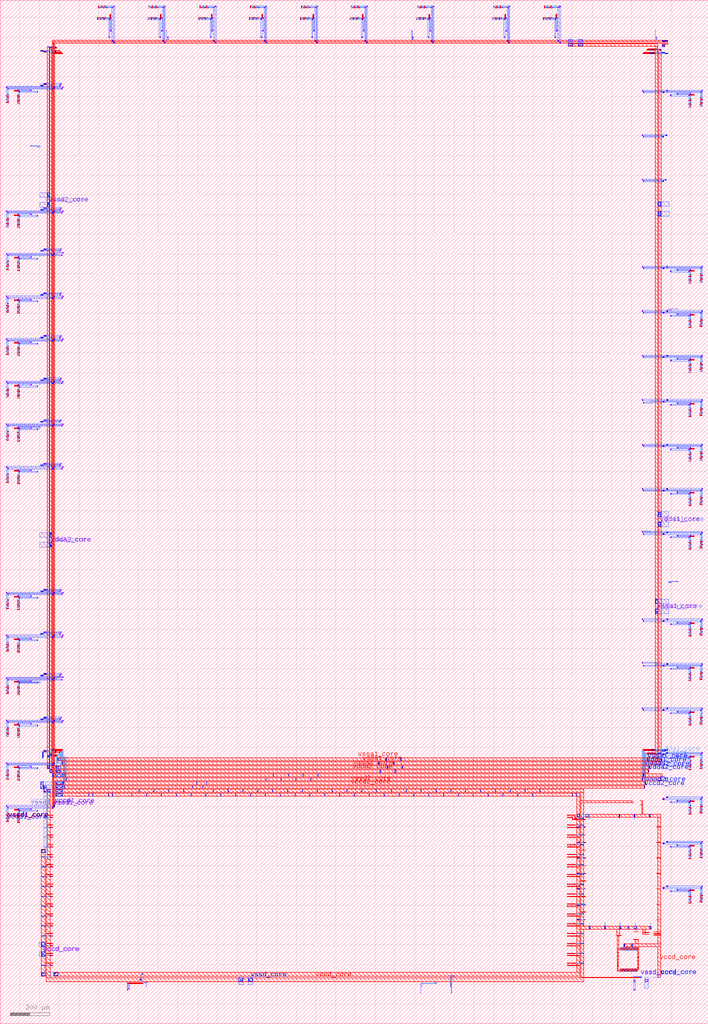
<source format=lef>
VERSION 5.7 ;
  NOWIREEXTENSIONATPIN ON ;
  DIVIDERCHAR "/" ;
  BUSBITCHARS "[]" ;
MACRO caravel_power_routing
  CLASS BLOCK ;
  FOREIGN caravel_power_routing ;
  ORIGIN 0.000 0.000 ;
  SIZE 3588.000 BY 5188.000 ;
  PIN vccd_core
    PORT
      LAYER met3 ;
        RECT 197.280 390.755 229.220 413.720 ;
        RECT 197.280 341.280 229.220 364.500 ;
      LAYER via3 ;
        RECT 209.885 391.210 228.205 413.530 ;
        RECT 209.765 341.690 228.085 364.010 ;
      LAYER met4 ;
        RECT 220.930 1152.330 315.800 1167.330 ;
        RECT 448.500 1152.330 450.780 1170.320 ;
        RECT 468.500 1152.330 470.780 1170.320 ;
        RECT 548.500 1152.330 550.780 1170.320 ;
        RECT 568.500 1152.330 570.780 1170.320 ;
        RECT 665.300 1152.330 667.580 1167.320 ;
        RECT 740.550 1152.330 742.830 1167.320 ;
        RECT 815.800 1152.330 818.080 1167.320 ;
        RECT 891.050 1152.330 893.330 1167.320 ;
        RECT 966.300 1152.330 968.580 1167.320 ;
        RECT 1041.550 1152.330 1043.830 1167.320 ;
        RECT 1116.800 1152.330 1119.080 1167.320 ;
        RECT 1192.050 1152.330 1194.330 1167.320 ;
        RECT 1267.300 1152.330 1269.580 1167.320 ;
        RECT 1342.550 1152.330 1344.830 1167.320 ;
        RECT 1417.800 1152.330 1420.080 1167.320 ;
        RECT 1493.050 1152.330 1495.330 1167.320 ;
        RECT 1568.300 1152.330 1570.580 1167.320 ;
        RECT 1643.550 1152.330 1645.830 1167.320 ;
        RECT 1718.800 1152.330 1721.080 1167.320 ;
        RECT 1794.050 1152.330 1796.330 1167.320 ;
        RECT 1869.300 1152.330 1871.580 1167.320 ;
        RECT 1944.550 1152.330 1946.830 1167.320 ;
        RECT 2019.800 1152.330 2022.080 1167.320 ;
        RECT 2095.050 1152.330 2097.330 1167.320 ;
        RECT 2170.300 1152.330 2172.580 1167.320 ;
        RECT 2245.550 1152.330 2247.830 1167.320 ;
        RECT 2320.800 1152.330 2323.080 1167.320 ;
        RECT 2396.050 1152.330 2398.330 1167.320 ;
        RECT 2471.300 1152.330 2473.580 1167.320 ;
        RECT 2546.550 1152.330 2548.830 1167.320 ;
        RECT 2621.800 1152.330 2624.080 1167.320 ;
        RECT 2696.800 1152.330 2699.080 1167.320 ;
        RECT 2898.600 1152.330 2900.880 1170.320 ;
        RECT 2918.600 1152.330 2920.880 1170.320 ;
        RECT 220.990 1046.990 233.990 1152.330 ;
        RECT 2921.840 1047.520 2984.810 1062.520 ;
        RECT 3135.220 1047.640 3140.540 1062.300 ;
        RECT 3212.020 1047.640 3217.340 1062.300 ;
        RECT 3288.820 1047.640 3294.140 1062.300 ;
        RECT 220.990 1043.790 257.600 1046.990 ;
        RECT 220.990 996.990 233.990 1043.790 ;
        RECT 2983.210 1038.460 2984.810 1047.520 ;
        RECT 3136.810 1038.420 3138.410 1047.640 ;
        RECT 3213.610 1038.420 3215.210 1047.640 ;
        RECT 3290.410 1038.420 3292.010 1047.640 ;
        RECT 2922.480 997.300 2935.870 999.040 ;
        RECT 220.990 993.790 257.600 996.990 ;
        RECT 2922.480 995.700 2964.880 997.300 ;
        RECT 2922.480 994.620 2935.870 995.700 ;
        RECT 220.990 946.990 233.990 993.790 ;
        RECT 220.990 943.790 257.600 946.990 ;
        RECT 220.990 896.990 233.990 943.790 ;
        RECT 2922.480 919.100 2935.870 920.840 ;
        RECT 2922.480 917.500 2964.880 919.100 ;
        RECT 2922.480 916.420 2935.870 917.500 ;
        RECT 220.990 893.790 257.600 896.990 ;
        RECT 220.990 883.710 233.990 893.790 ;
        RECT 209.320 865.630 233.990 883.710 ;
        RECT 208.840 843.790 257.600 846.990 ;
        RECT 2922.480 840.900 2935.870 842.640 ;
        RECT 2922.480 839.300 2964.880 840.900 ;
        RECT 2922.480 838.220 2935.870 839.300 ;
        RECT 208.840 793.790 257.600 796.990 ;
        RECT 2922.480 762.700 2935.870 764.440 ;
        RECT 2922.480 761.100 2964.880 762.700 ;
        RECT 2922.480 760.020 2935.870 761.100 ;
        RECT 208.840 743.790 257.600 746.990 ;
        RECT 208.840 693.790 257.600 696.990 ;
        RECT 2922.480 684.500 2935.870 686.240 ;
        RECT 2922.480 682.900 2964.880 684.500 ;
        RECT 2922.480 681.820 2935.870 682.900 ;
        RECT 208.840 643.790 257.600 646.990 ;
        RECT 2922.480 600.300 2935.870 602.040 ;
        RECT 2959.660 600.300 2965.060 606.530 ;
        RECT 2922.480 598.700 2965.060 600.300 ;
        RECT 2922.480 597.620 2935.870 598.700 ;
        RECT 208.840 593.790 257.600 596.990 ;
        RECT 208.840 543.790 257.600 546.990 ;
        RECT 2922.480 528.100 2935.870 529.840 ;
        RECT 2922.480 526.500 2964.880 528.100 ;
        RECT 2922.480 525.420 2935.870 526.500 ;
        RECT 208.840 493.790 257.600 496.990 ;
        RECT 208.840 443.790 257.600 446.990 ;
        RECT 209.320 396.990 228.890 413.970 ;
        RECT 3161.770 404.620 3163.370 410.310 ;
        RECT 3201.770 405.080 3203.370 410.000 ;
        RECT 208.840 393.790 257.600 396.990 ;
        RECT 209.320 390.770 228.890 393.790 ;
        RECT 3160.360 390.990 3165.050 404.620 ;
        RECT 3200.490 390.670 3204.610 405.080 ;
        RECT 3141.590 369.140 3143.190 386.870 ;
        RECT 3157.090 369.140 3158.690 386.870 ;
        RECT 3172.590 369.140 3174.190 386.870 ;
        RECT 3188.090 369.140 3189.690 386.870 ;
        RECT 3203.590 369.140 3205.190 386.870 ;
        RECT 3219.090 369.140 3220.690 386.870 ;
        RECT 209.290 346.990 228.860 364.450 ;
        RECT 208.840 343.790 257.600 346.990 ;
        RECT 209.290 341.250 228.860 343.790 ;
        RECT 208.840 293.790 257.600 296.990 ;
        RECT 3141.570 262.550 3143.170 278.900 ;
        RECT 3157.070 262.550 3158.670 278.900 ;
        RECT 3172.570 262.550 3174.170 278.900 ;
        RECT 3188.070 262.550 3189.670 278.900 ;
        RECT 3203.570 262.550 3205.170 278.900 ;
        RECT 3219.070 262.550 3220.670 278.900 ;
        RECT 209.370 241.110 292.680 260.610 ;
        RECT 716.620 249.680 723.690 253.440 ;
        RECT 719.300 248.190 720.200 249.680 ;
        RECT 3306.350 234.955 3347.130 236.600 ;
      LAYER via4 ;
        RECT 282.770 1153.675 314.350 1166.055 ;
        RECT 448.900 1165.630 450.080 1166.810 ;
        RECT 448.900 1164.030 450.080 1165.210 ;
        RECT 448.900 1162.430 450.080 1163.610 ;
        RECT 448.900 1160.830 450.080 1162.010 ;
        RECT 448.900 1159.230 450.080 1160.410 ;
        RECT 448.900 1157.630 450.080 1158.810 ;
        RECT 448.900 1156.030 450.080 1157.210 ;
        RECT 448.900 1154.430 450.080 1155.610 ;
        RECT 448.900 1152.830 450.080 1154.010 ;
        RECT 468.900 1165.630 470.080 1166.810 ;
        RECT 468.900 1164.030 470.080 1165.210 ;
        RECT 468.900 1162.430 470.080 1163.610 ;
        RECT 468.900 1160.830 470.080 1162.010 ;
        RECT 468.900 1159.230 470.080 1160.410 ;
        RECT 468.900 1157.630 470.080 1158.810 ;
        RECT 468.900 1156.030 470.080 1157.210 ;
        RECT 468.900 1154.430 470.080 1155.610 ;
        RECT 468.900 1152.830 470.080 1154.010 ;
        RECT 548.900 1165.630 550.080 1166.810 ;
        RECT 548.900 1164.030 550.080 1165.210 ;
        RECT 548.900 1162.430 550.080 1163.610 ;
        RECT 548.900 1160.830 550.080 1162.010 ;
        RECT 548.900 1159.230 550.080 1160.410 ;
        RECT 548.900 1157.630 550.080 1158.810 ;
        RECT 548.900 1156.030 550.080 1157.210 ;
        RECT 548.900 1154.430 550.080 1155.610 ;
        RECT 548.900 1152.830 550.080 1154.010 ;
        RECT 568.900 1165.630 570.080 1166.810 ;
        RECT 568.900 1164.030 570.080 1165.210 ;
        RECT 568.900 1162.430 570.080 1163.610 ;
        RECT 568.900 1160.830 570.080 1162.010 ;
        RECT 568.900 1159.230 570.080 1160.410 ;
        RECT 568.900 1157.630 570.080 1158.810 ;
        RECT 568.900 1156.030 570.080 1157.210 ;
        RECT 568.900 1154.430 570.080 1155.610 ;
        RECT 568.900 1152.830 570.080 1154.010 ;
        RECT 665.700 1165.630 666.880 1166.810 ;
        RECT 665.700 1164.030 666.880 1165.210 ;
        RECT 665.700 1162.430 666.880 1163.610 ;
        RECT 665.700 1160.830 666.880 1162.010 ;
        RECT 665.700 1159.230 666.880 1160.410 ;
        RECT 665.700 1157.630 666.880 1158.810 ;
        RECT 665.700 1156.030 666.880 1157.210 ;
        RECT 665.700 1154.430 666.880 1155.610 ;
        RECT 665.700 1152.830 666.880 1154.010 ;
        RECT 740.950 1165.630 742.130 1166.810 ;
        RECT 740.950 1164.030 742.130 1165.210 ;
        RECT 740.950 1162.430 742.130 1163.610 ;
        RECT 740.950 1160.830 742.130 1162.010 ;
        RECT 740.950 1159.230 742.130 1160.410 ;
        RECT 740.950 1157.630 742.130 1158.810 ;
        RECT 740.950 1156.030 742.130 1157.210 ;
        RECT 740.950 1154.430 742.130 1155.610 ;
        RECT 740.950 1152.830 742.130 1154.010 ;
        RECT 816.200 1165.630 817.380 1166.810 ;
        RECT 816.200 1164.030 817.380 1165.210 ;
        RECT 816.200 1162.430 817.380 1163.610 ;
        RECT 816.200 1160.830 817.380 1162.010 ;
        RECT 816.200 1159.230 817.380 1160.410 ;
        RECT 816.200 1157.630 817.380 1158.810 ;
        RECT 816.200 1156.030 817.380 1157.210 ;
        RECT 816.200 1154.430 817.380 1155.610 ;
        RECT 816.200 1152.830 817.380 1154.010 ;
        RECT 891.450 1165.630 892.630 1166.810 ;
        RECT 891.450 1164.030 892.630 1165.210 ;
        RECT 891.450 1162.430 892.630 1163.610 ;
        RECT 891.450 1160.830 892.630 1162.010 ;
        RECT 891.450 1159.230 892.630 1160.410 ;
        RECT 891.450 1157.630 892.630 1158.810 ;
        RECT 891.450 1156.030 892.630 1157.210 ;
        RECT 891.450 1154.430 892.630 1155.610 ;
        RECT 891.450 1152.830 892.630 1154.010 ;
        RECT 966.700 1165.630 967.880 1166.810 ;
        RECT 966.700 1164.030 967.880 1165.210 ;
        RECT 966.700 1162.430 967.880 1163.610 ;
        RECT 966.700 1160.830 967.880 1162.010 ;
        RECT 966.700 1159.230 967.880 1160.410 ;
        RECT 966.700 1157.630 967.880 1158.810 ;
        RECT 966.700 1156.030 967.880 1157.210 ;
        RECT 966.700 1154.430 967.880 1155.610 ;
        RECT 966.700 1152.830 967.880 1154.010 ;
        RECT 1041.950 1165.630 1043.130 1166.810 ;
        RECT 1041.950 1164.030 1043.130 1165.210 ;
        RECT 1041.950 1162.430 1043.130 1163.610 ;
        RECT 1041.950 1160.830 1043.130 1162.010 ;
        RECT 1041.950 1159.230 1043.130 1160.410 ;
        RECT 1041.950 1157.630 1043.130 1158.810 ;
        RECT 1041.950 1156.030 1043.130 1157.210 ;
        RECT 1041.950 1154.430 1043.130 1155.610 ;
        RECT 1041.950 1152.830 1043.130 1154.010 ;
        RECT 1117.200 1165.630 1118.380 1166.810 ;
        RECT 1117.200 1164.030 1118.380 1165.210 ;
        RECT 1117.200 1162.430 1118.380 1163.610 ;
        RECT 1117.200 1160.830 1118.380 1162.010 ;
        RECT 1117.200 1159.230 1118.380 1160.410 ;
        RECT 1117.200 1157.630 1118.380 1158.810 ;
        RECT 1117.200 1156.030 1118.380 1157.210 ;
        RECT 1117.200 1154.430 1118.380 1155.610 ;
        RECT 1117.200 1152.830 1118.380 1154.010 ;
        RECT 1192.450 1165.630 1193.630 1166.810 ;
        RECT 1192.450 1164.030 1193.630 1165.210 ;
        RECT 1192.450 1162.430 1193.630 1163.610 ;
        RECT 1192.450 1160.830 1193.630 1162.010 ;
        RECT 1192.450 1159.230 1193.630 1160.410 ;
        RECT 1192.450 1157.630 1193.630 1158.810 ;
        RECT 1192.450 1156.030 1193.630 1157.210 ;
        RECT 1192.450 1154.430 1193.630 1155.610 ;
        RECT 1192.450 1152.830 1193.630 1154.010 ;
        RECT 1267.700 1165.630 1268.880 1166.810 ;
        RECT 1267.700 1164.030 1268.880 1165.210 ;
        RECT 1267.700 1162.430 1268.880 1163.610 ;
        RECT 1267.700 1160.830 1268.880 1162.010 ;
        RECT 1267.700 1159.230 1268.880 1160.410 ;
        RECT 1267.700 1157.630 1268.880 1158.810 ;
        RECT 1267.700 1156.030 1268.880 1157.210 ;
        RECT 1267.700 1154.430 1268.880 1155.610 ;
        RECT 1267.700 1152.830 1268.880 1154.010 ;
        RECT 1342.950 1165.630 1344.130 1166.810 ;
        RECT 1342.950 1164.030 1344.130 1165.210 ;
        RECT 1342.950 1162.430 1344.130 1163.610 ;
        RECT 1342.950 1160.830 1344.130 1162.010 ;
        RECT 1342.950 1159.230 1344.130 1160.410 ;
        RECT 1342.950 1157.630 1344.130 1158.810 ;
        RECT 1342.950 1156.030 1344.130 1157.210 ;
        RECT 1342.950 1154.430 1344.130 1155.610 ;
        RECT 1342.950 1152.830 1344.130 1154.010 ;
        RECT 1418.200 1165.630 1419.380 1166.810 ;
        RECT 1418.200 1164.030 1419.380 1165.210 ;
        RECT 1418.200 1162.430 1419.380 1163.610 ;
        RECT 1418.200 1160.830 1419.380 1162.010 ;
        RECT 1418.200 1159.230 1419.380 1160.410 ;
        RECT 1418.200 1157.630 1419.380 1158.810 ;
        RECT 1418.200 1156.030 1419.380 1157.210 ;
        RECT 1418.200 1154.430 1419.380 1155.610 ;
        RECT 1418.200 1152.830 1419.380 1154.010 ;
        RECT 1493.450 1165.630 1494.630 1166.810 ;
        RECT 1493.450 1164.030 1494.630 1165.210 ;
        RECT 1493.450 1162.430 1494.630 1163.610 ;
        RECT 1493.450 1160.830 1494.630 1162.010 ;
        RECT 1493.450 1159.230 1494.630 1160.410 ;
        RECT 1493.450 1157.630 1494.630 1158.810 ;
        RECT 1493.450 1156.030 1494.630 1157.210 ;
        RECT 1493.450 1154.430 1494.630 1155.610 ;
        RECT 1493.450 1152.830 1494.630 1154.010 ;
        RECT 1568.700 1165.630 1569.880 1166.810 ;
        RECT 1568.700 1164.030 1569.880 1165.210 ;
        RECT 1568.700 1162.430 1569.880 1163.610 ;
        RECT 1568.700 1160.830 1569.880 1162.010 ;
        RECT 1568.700 1159.230 1569.880 1160.410 ;
        RECT 1568.700 1157.630 1569.880 1158.810 ;
        RECT 1568.700 1156.030 1569.880 1157.210 ;
        RECT 1568.700 1154.430 1569.880 1155.610 ;
        RECT 1568.700 1152.830 1569.880 1154.010 ;
        RECT 1643.950 1165.630 1645.130 1166.810 ;
        RECT 1643.950 1164.030 1645.130 1165.210 ;
        RECT 1643.950 1162.430 1645.130 1163.610 ;
        RECT 1643.950 1160.830 1645.130 1162.010 ;
        RECT 1643.950 1159.230 1645.130 1160.410 ;
        RECT 1643.950 1157.630 1645.130 1158.810 ;
        RECT 1643.950 1156.030 1645.130 1157.210 ;
        RECT 1643.950 1154.430 1645.130 1155.610 ;
        RECT 1643.950 1152.830 1645.130 1154.010 ;
        RECT 1719.200 1165.630 1720.380 1166.810 ;
        RECT 1719.200 1164.030 1720.380 1165.210 ;
        RECT 1719.200 1162.430 1720.380 1163.610 ;
        RECT 1719.200 1160.830 1720.380 1162.010 ;
        RECT 1719.200 1159.230 1720.380 1160.410 ;
        RECT 1719.200 1157.630 1720.380 1158.810 ;
        RECT 1719.200 1156.030 1720.380 1157.210 ;
        RECT 1719.200 1154.430 1720.380 1155.610 ;
        RECT 1719.200 1152.830 1720.380 1154.010 ;
        RECT 1794.450 1165.630 1795.630 1166.810 ;
        RECT 1794.450 1164.030 1795.630 1165.210 ;
        RECT 1794.450 1162.430 1795.630 1163.610 ;
        RECT 1794.450 1160.830 1795.630 1162.010 ;
        RECT 1794.450 1159.230 1795.630 1160.410 ;
        RECT 1794.450 1157.630 1795.630 1158.810 ;
        RECT 1794.450 1156.030 1795.630 1157.210 ;
        RECT 1794.450 1154.430 1795.630 1155.610 ;
        RECT 1794.450 1152.830 1795.630 1154.010 ;
        RECT 1869.700 1165.630 1870.880 1166.810 ;
        RECT 1869.700 1164.030 1870.880 1165.210 ;
        RECT 1869.700 1162.430 1870.880 1163.610 ;
        RECT 1869.700 1160.830 1870.880 1162.010 ;
        RECT 1869.700 1159.230 1870.880 1160.410 ;
        RECT 1869.700 1157.630 1870.880 1158.810 ;
        RECT 1869.700 1156.030 1870.880 1157.210 ;
        RECT 1869.700 1154.430 1870.880 1155.610 ;
        RECT 1869.700 1152.830 1870.880 1154.010 ;
        RECT 1944.950 1165.630 1946.130 1166.810 ;
        RECT 1944.950 1164.030 1946.130 1165.210 ;
        RECT 1944.950 1162.430 1946.130 1163.610 ;
        RECT 1944.950 1160.830 1946.130 1162.010 ;
        RECT 1944.950 1159.230 1946.130 1160.410 ;
        RECT 1944.950 1157.630 1946.130 1158.810 ;
        RECT 1944.950 1156.030 1946.130 1157.210 ;
        RECT 1944.950 1154.430 1946.130 1155.610 ;
        RECT 1944.950 1152.830 1946.130 1154.010 ;
        RECT 2020.200 1165.630 2021.380 1166.810 ;
        RECT 2020.200 1164.030 2021.380 1165.210 ;
        RECT 2020.200 1162.430 2021.380 1163.610 ;
        RECT 2020.200 1160.830 2021.380 1162.010 ;
        RECT 2020.200 1159.230 2021.380 1160.410 ;
        RECT 2020.200 1157.630 2021.380 1158.810 ;
        RECT 2020.200 1156.030 2021.380 1157.210 ;
        RECT 2020.200 1154.430 2021.380 1155.610 ;
        RECT 2020.200 1152.830 2021.380 1154.010 ;
        RECT 2095.450 1165.630 2096.630 1166.810 ;
        RECT 2095.450 1164.030 2096.630 1165.210 ;
        RECT 2095.450 1162.430 2096.630 1163.610 ;
        RECT 2095.450 1160.830 2096.630 1162.010 ;
        RECT 2095.450 1159.230 2096.630 1160.410 ;
        RECT 2095.450 1157.630 2096.630 1158.810 ;
        RECT 2095.450 1156.030 2096.630 1157.210 ;
        RECT 2095.450 1154.430 2096.630 1155.610 ;
        RECT 2095.450 1152.830 2096.630 1154.010 ;
        RECT 2170.700 1165.630 2171.880 1166.810 ;
        RECT 2170.700 1164.030 2171.880 1165.210 ;
        RECT 2170.700 1162.430 2171.880 1163.610 ;
        RECT 2170.700 1160.830 2171.880 1162.010 ;
        RECT 2170.700 1159.230 2171.880 1160.410 ;
        RECT 2170.700 1157.630 2171.880 1158.810 ;
        RECT 2170.700 1156.030 2171.880 1157.210 ;
        RECT 2170.700 1154.430 2171.880 1155.610 ;
        RECT 2170.700 1152.830 2171.880 1154.010 ;
        RECT 2245.950 1165.630 2247.130 1166.810 ;
        RECT 2245.950 1164.030 2247.130 1165.210 ;
        RECT 2245.950 1162.430 2247.130 1163.610 ;
        RECT 2245.950 1160.830 2247.130 1162.010 ;
        RECT 2245.950 1159.230 2247.130 1160.410 ;
        RECT 2245.950 1157.630 2247.130 1158.810 ;
        RECT 2245.950 1156.030 2247.130 1157.210 ;
        RECT 2245.950 1154.430 2247.130 1155.610 ;
        RECT 2245.950 1152.830 2247.130 1154.010 ;
        RECT 2321.200 1165.630 2322.380 1166.810 ;
        RECT 2321.200 1164.030 2322.380 1165.210 ;
        RECT 2321.200 1162.430 2322.380 1163.610 ;
        RECT 2321.200 1160.830 2322.380 1162.010 ;
        RECT 2321.200 1159.230 2322.380 1160.410 ;
        RECT 2321.200 1157.630 2322.380 1158.810 ;
        RECT 2321.200 1156.030 2322.380 1157.210 ;
        RECT 2321.200 1154.430 2322.380 1155.610 ;
        RECT 2321.200 1152.830 2322.380 1154.010 ;
        RECT 2396.450 1165.630 2397.630 1166.810 ;
        RECT 2396.450 1164.030 2397.630 1165.210 ;
        RECT 2396.450 1162.430 2397.630 1163.610 ;
        RECT 2396.450 1160.830 2397.630 1162.010 ;
        RECT 2396.450 1159.230 2397.630 1160.410 ;
        RECT 2396.450 1157.630 2397.630 1158.810 ;
        RECT 2396.450 1156.030 2397.630 1157.210 ;
        RECT 2396.450 1154.430 2397.630 1155.610 ;
        RECT 2396.450 1152.830 2397.630 1154.010 ;
        RECT 2471.700 1165.630 2472.880 1166.810 ;
        RECT 2471.700 1164.030 2472.880 1165.210 ;
        RECT 2471.700 1162.430 2472.880 1163.610 ;
        RECT 2471.700 1160.830 2472.880 1162.010 ;
        RECT 2471.700 1159.230 2472.880 1160.410 ;
        RECT 2471.700 1157.630 2472.880 1158.810 ;
        RECT 2471.700 1156.030 2472.880 1157.210 ;
        RECT 2471.700 1154.430 2472.880 1155.610 ;
        RECT 2471.700 1152.830 2472.880 1154.010 ;
        RECT 2546.950 1165.630 2548.130 1166.810 ;
        RECT 2546.950 1164.030 2548.130 1165.210 ;
        RECT 2546.950 1162.430 2548.130 1163.610 ;
        RECT 2546.950 1160.830 2548.130 1162.010 ;
        RECT 2546.950 1159.230 2548.130 1160.410 ;
        RECT 2546.950 1157.630 2548.130 1158.810 ;
        RECT 2546.950 1156.030 2548.130 1157.210 ;
        RECT 2546.950 1154.430 2548.130 1155.610 ;
        RECT 2546.950 1152.830 2548.130 1154.010 ;
        RECT 2622.200 1165.630 2623.380 1166.810 ;
        RECT 2622.200 1164.030 2623.380 1165.210 ;
        RECT 2622.200 1162.430 2623.380 1163.610 ;
        RECT 2622.200 1160.830 2623.380 1162.010 ;
        RECT 2622.200 1159.230 2623.380 1160.410 ;
        RECT 2622.200 1157.630 2623.380 1158.810 ;
        RECT 2622.200 1156.030 2623.380 1157.210 ;
        RECT 2622.200 1154.430 2623.380 1155.610 ;
        RECT 2622.200 1152.830 2623.380 1154.010 ;
        RECT 2697.200 1165.630 2698.380 1166.810 ;
        RECT 2697.200 1164.030 2698.380 1165.210 ;
        RECT 2697.200 1162.430 2698.380 1163.610 ;
        RECT 2697.200 1160.830 2698.380 1162.010 ;
        RECT 2697.200 1159.230 2698.380 1160.410 ;
        RECT 2697.200 1157.630 2698.380 1158.810 ;
        RECT 2697.200 1156.030 2698.380 1157.210 ;
        RECT 2697.200 1154.430 2698.380 1155.610 ;
        RECT 2697.200 1152.830 2698.380 1154.010 ;
        RECT 2899.000 1165.630 2900.180 1166.810 ;
        RECT 2899.000 1164.030 2900.180 1165.210 ;
        RECT 2899.000 1162.430 2900.180 1163.610 ;
        RECT 2899.000 1160.830 2900.180 1162.010 ;
        RECT 2899.000 1159.230 2900.180 1160.410 ;
        RECT 2899.000 1157.630 2900.180 1158.810 ;
        RECT 2899.000 1156.030 2900.180 1157.210 ;
        RECT 2899.000 1154.430 2900.180 1155.610 ;
        RECT 2899.000 1152.830 2900.180 1154.010 ;
        RECT 2919.000 1165.630 2920.180 1166.810 ;
        RECT 2919.000 1164.030 2920.180 1165.210 ;
        RECT 2919.000 1162.430 2920.180 1163.610 ;
        RECT 2919.000 1160.830 2920.180 1162.010 ;
        RECT 2919.000 1159.230 2920.180 1160.410 ;
        RECT 2919.000 1157.630 2920.180 1158.810 ;
        RECT 2919.000 1156.030 2920.180 1157.210 ;
        RECT 2919.000 1154.430 2920.180 1155.610 ;
        RECT 2919.000 1152.830 2920.180 1154.010 ;
        RECT 2923.050 1048.975 2935.430 1061.355 ;
        RECT 2967.320 1048.975 2979.700 1061.355 ;
        RECT 3136.515 1048.790 3139.295 1061.170 ;
        RECT 3213.315 1048.790 3216.095 1061.170 ;
        RECT 3290.115 1048.790 3292.895 1061.170 ;
        RECT 256.155 1045.600 257.335 1046.780 ;
        RECT 256.155 1044.000 257.335 1045.180 ;
        RECT 256.155 995.600 257.335 996.780 ;
        RECT 256.155 994.000 257.335 995.180 ;
        RECT 2923.915 995.485 2934.695 998.265 ;
        RECT 2960.190 995.895 2961.370 997.075 ;
        RECT 2961.790 995.895 2962.970 997.075 ;
        RECT 2963.390 995.895 2964.570 997.075 ;
        RECT 256.155 945.600 257.335 946.780 ;
        RECT 256.155 944.000 257.335 945.180 ;
        RECT 2923.915 917.285 2934.695 920.065 ;
        RECT 2960.190 917.695 2961.370 918.875 ;
        RECT 2961.790 917.695 2962.970 918.875 ;
        RECT 2963.390 917.695 2964.570 918.875 ;
        RECT 256.155 895.600 257.335 896.780 ;
        RECT 256.155 894.000 257.335 895.180 ;
        RECT 210.435 868.545 227.615 882.525 ;
        RECT 212.465 844.850 213.645 846.030 ;
        RECT 214.065 844.850 215.245 846.030 ;
        RECT 215.665 844.850 216.845 846.030 ;
        RECT 217.265 844.850 218.445 846.030 ;
        RECT 218.865 844.850 220.045 846.030 ;
        RECT 220.465 844.850 221.645 846.030 ;
        RECT 222.065 844.850 223.245 846.030 ;
        RECT 223.665 844.850 224.845 846.030 ;
        RECT 225.265 844.850 226.445 846.030 ;
        RECT 256.155 845.600 257.335 846.780 ;
        RECT 256.155 844.000 257.335 845.180 ;
        RECT 2923.915 839.085 2934.695 841.865 ;
        RECT 2960.190 839.495 2961.370 840.675 ;
        RECT 2961.790 839.495 2962.970 840.675 ;
        RECT 2963.390 839.495 2964.570 840.675 ;
        RECT 212.465 794.850 213.645 796.030 ;
        RECT 214.065 794.850 215.245 796.030 ;
        RECT 215.665 794.850 216.845 796.030 ;
        RECT 217.265 794.850 218.445 796.030 ;
        RECT 218.865 794.850 220.045 796.030 ;
        RECT 220.465 794.850 221.645 796.030 ;
        RECT 222.065 794.850 223.245 796.030 ;
        RECT 223.665 794.850 224.845 796.030 ;
        RECT 225.265 794.850 226.445 796.030 ;
        RECT 256.155 795.600 257.335 796.780 ;
        RECT 256.155 794.000 257.335 795.180 ;
        RECT 2923.915 760.885 2934.695 763.665 ;
        RECT 2960.190 761.295 2961.370 762.475 ;
        RECT 2961.790 761.295 2962.970 762.475 ;
        RECT 2963.390 761.295 2964.570 762.475 ;
        RECT 212.465 744.850 213.645 746.030 ;
        RECT 214.065 744.850 215.245 746.030 ;
        RECT 215.665 744.850 216.845 746.030 ;
        RECT 217.265 744.850 218.445 746.030 ;
        RECT 218.865 744.850 220.045 746.030 ;
        RECT 220.465 744.850 221.645 746.030 ;
        RECT 222.065 744.850 223.245 746.030 ;
        RECT 223.665 744.850 224.845 746.030 ;
        RECT 225.265 744.850 226.445 746.030 ;
        RECT 256.155 745.600 257.335 746.780 ;
        RECT 256.155 744.000 257.335 745.180 ;
        RECT 212.465 694.850 213.645 696.030 ;
        RECT 214.065 694.850 215.245 696.030 ;
        RECT 215.665 694.850 216.845 696.030 ;
        RECT 217.265 694.850 218.445 696.030 ;
        RECT 218.865 694.850 220.045 696.030 ;
        RECT 220.465 694.850 221.645 696.030 ;
        RECT 222.065 694.850 223.245 696.030 ;
        RECT 223.665 694.850 224.845 696.030 ;
        RECT 225.265 694.850 226.445 696.030 ;
        RECT 256.155 695.600 257.335 696.780 ;
        RECT 256.155 694.000 257.335 695.180 ;
        RECT 2923.915 682.685 2934.695 685.465 ;
        RECT 2960.190 683.095 2961.370 684.275 ;
        RECT 2961.790 683.095 2962.970 684.275 ;
        RECT 2963.390 683.095 2964.570 684.275 ;
        RECT 212.465 644.850 213.645 646.030 ;
        RECT 214.065 644.850 215.245 646.030 ;
        RECT 215.665 644.850 216.845 646.030 ;
        RECT 217.265 644.850 218.445 646.030 ;
        RECT 218.865 644.850 220.045 646.030 ;
        RECT 220.465 644.850 221.645 646.030 ;
        RECT 222.065 644.850 223.245 646.030 ;
        RECT 223.665 644.850 224.845 646.030 ;
        RECT 225.265 644.850 226.445 646.030 ;
        RECT 256.155 645.600 257.335 646.780 ;
        RECT 256.155 644.000 257.335 645.180 ;
        RECT 2960.190 604.895 2961.370 606.075 ;
        RECT 2961.790 604.895 2962.970 606.075 ;
        RECT 2963.390 604.895 2964.570 606.075 ;
        RECT 2923.915 598.485 2934.695 601.265 ;
        RECT 212.465 594.850 213.645 596.030 ;
        RECT 214.065 594.850 215.245 596.030 ;
        RECT 215.665 594.850 216.845 596.030 ;
        RECT 217.265 594.850 218.445 596.030 ;
        RECT 218.865 594.850 220.045 596.030 ;
        RECT 220.465 594.850 221.645 596.030 ;
        RECT 222.065 594.850 223.245 596.030 ;
        RECT 223.665 594.850 224.845 596.030 ;
        RECT 225.265 594.850 226.445 596.030 ;
        RECT 256.155 595.600 257.335 596.780 ;
        RECT 256.155 594.000 257.335 595.180 ;
        RECT 212.465 544.850 213.645 546.030 ;
        RECT 214.065 544.850 215.245 546.030 ;
        RECT 215.665 544.850 216.845 546.030 ;
        RECT 217.265 544.850 218.445 546.030 ;
        RECT 218.865 544.850 220.045 546.030 ;
        RECT 220.465 544.850 221.645 546.030 ;
        RECT 222.065 544.850 223.245 546.030 ;
        RECT 223.665 544.850 224.845 546.030 ;
        RECT 225.265 544.850 226.445 546.030 ;
        RECT 256.155 545.600 257.335 546.780 ;
        RECT 256.155 544.000 257.335 545.180 ;
        RECT 2923.915 526.285 2934.695 529.065 ;
        RECT 2960.190 526.695 2961.370 527.875 ;
        RECT 2961.790 526.695 2962.970 527.875 ;
        RECT 2963.390 526.695 2964.570 527.875 ;
        RECT 212.465 494.850 213.645 496.030 ;
        RECT 214.065 494.850 215.245 496.030 ;
        RECT 215.665 494.850 216.845 496.030 ;
        RECT 217.265 494.850 218.445 496.030 ;
        RECT 218.865 494.850 220.045 496.030 ;
        RECT 220.465 494.850 221.645 496.030 ;
        RECT 222.065 494.850 223.245 496.030 ;
        RECT 223.665 494.850 224.845 496.030 ;
        RECT 225.265 494.850 226.445 496.030 ;
        RECT 256.155 495.600 257.335 496.780 ;
        RECT 256.155 494.000 257.335 495.180 ;
        RECT 212.465 444.850 213.645 446.030 ;
        RECT 214.065 444.850 215.245 446.030 ;
        RECT 215.665 444.850 216.845 446.030 ;
        RECT 217.265 444.850 218.445 446.030 ;
        RECT 218.865 444.850 220.045 446.030 ;
        RECT 220.465 444.850 221.645 446.030 ;
        RECT 222.065 444.850 223.245 446.030 ;
        RECT 223.665 444.850 224.845 446.030 ;
        RECT 225.265 444.850 226.445 446.030 ;
        RECT 256.155 445.600 257.335 446.780 ;
        RECT 256.155 444.000 257.335 445.180 ;
        RECT 210.455 391.380 227.635 413.360 ;
        RECT 256.155 395.600 257.335 396.780 ;
        RECT 256.155 394.000 257.335 395.180 ;
        RECT 3161.270 392.365 3164.050 403.145 ;
        RECT 3201.160 391.700 3203.940 404.080 ;
        RECT 3141.745 384.785 3142.925 385.965 ;
        RECT 3141.745 383.185 3142.925 384.365 ;
        RECT 3141.745 381.585 3142.925 382.765 ;
        RECT 3157.245 384.785 3158.425 385.965 ;
        RECT 3157.245 383.185 3158.425 384.365 ;
        RECT 3157.245 381.585 3158.425 382.765 ;
        RECT 3172.805 384.855 3173.985 386.035 ;
        RECT 3172.805 383.255 3173.985 384.435 ;
        RECT 3172.805 381.655 3173.985 382.835 ;
        RECT 3188.255 384.835 3189.435 386.015 ;
        RECT 3188.255 383.235 3189.435 384.415 ;
        RECT 3188.255 381.635 3189.435 382.815 ;
        RECT 3203.725 384.835 3204.905 386.015 ;
        RECT 3203.725 383.235 3204.905 384.415 ;
        RECT 3203.725 381.635 3204.905 382.815 ;
        RECT 3219.265 384.895 3220.445 386.075 ;
        RECT 3219.265 383.295 3220.445 384.475 ;
        RECT 3219.265 381.695 3220.445 382.875 ;
        RECT 210.335 341.860 227.515 363.840 ;
        RECT 256.155 345.600 257.335 346.780 ;
        RECT 256.155 344.000 257.335 345.180 ;
        RECT 212.465 294.750 213.645 295.930 ;
        RECT 214.065 294.750 215.245 295.930 ;
        RECT 215.665 294.750 216.845 295.930 ;
        RECT 217.265 294.750 218.445 295.930 ;
        RECT 218.865 294.750 220.045 295.930 ;
        RECT 220.465 294.750 221.645 295.930 ;
        RECT 222.065 294.750 223.245 295.930 ;
        RECT 223.665 294.750 224.845 295.930 ;
        RECT 225.265 294.750 226.445 295.930 ;
        RECT 256.155 295.600 257.335 296.780 ;
        RECT 256.155 294.000 257.335 295.180 ;
        RECT 3141.725 276.815 3142.905 277.995 ;
        RECT 3141.725 275.215 3142.905 276.395 ;
        RECT 3141.725 273.615 3142.905 274.795 ;
        RECT 3157.225 276.815 3158.405 277.995 ;
        RECT 3157.225 275.215 3158.405 276.395 ;
        RECT 3157.225 273.615 3158.405 274.795 ;
        RECT 3172.785 276.885 3173.965 278.065 ;
        RECT 3172.785 275.285 3173.965 276.465 ;
        RECT 3172.785 273.685 3173.965 274.865 ;
        RECT 3188.235 276.865 3189.415 278.045 ;
        RECT 3188.235 275.265 3189.415 276.445 ;
        RECT 3188.235 273.665 3189.415 274.845 ;
        RECT 3203.705 276.865 3204.885 278.045 ;
        RECT 3203.705 275.265 3204.885 276.445 ;
        RECT 3203.705 273.665 3204.885 274.845 ;
        RECT 3219.245 276.925 3220.425 278.105 ;
        RECT 3219.245 275.325 3220.425 276.505 ;
        RECT 3219.245 273.725 3220.425 274.905 ;
        RECT 210.400 242.390 227.580 259.570 ;
        RECT 273.250 242.220 290.430 259.400 ;
        RECT 717.115 250.180 723.095 252.960 ;
        RECT 3332.610 235.190 3333.790 236.370 ;
        RECT 3334.210 235.190 3335.390 236.370 ;
        RECT 3335.810 235.190 3336.990 236.370 ;
        RECT 3337.410 235.190 3338.590 236.370 ;
        RECT 3339.010 235.190 3340.190 236.370 ;
        RECT 3340.610 235.190 3341.790 236.370 ;
        RECT 3342.210 235.190 3343.390 236.370 ;
        RECT 3343.810 235.190 3344.990 236.370 ;
        RECT 3345.410 235.190 3346.590 236.370 ;
      LAYER met5 ;
        RECT 281.480 1152.330 2936.870 1167.330 ;
        RECT 255.920 1043.790 266.080 1046.990 ;
        RECT 2873.230 1043.790 2901.550 1046.990 ;
        RECT 2898.350 1037.390 2901.550 1043.790 ;
        RECT 2921.870 1037.390 2936.870 1152.330 ;
        RECT 3243.040 1129.360 3256.790 1130.960 ;
        RECT 3251.120 1110.960 3256.790 1129.360 ;
        RECT 3243.200 1109.360 3256.790 1110.960 ;
        RECT 3251.120 1062.520 3256.790 1109.360 ;
        RECT 2966.260 1047.520 3347.130 1062.520 ;
        RECT 2898.350 1034.210 2936.870 1037.390 ;
        RECT 2901.550 1034.190 2936.870 1034.210 ;
        RECT 2921.870 996.990 2936.870 1034.190 ;
        RECT 3332.130 997.300 3347.130 1047.520 ;
        RECT 255.920 993.790 266.080 996.990 ;
        RECT 2873.230 993.790 2936.870 996.990 ;
        RECT 2959.880 995.700 2967.970 997.300 ;
        RECT 3325.880 995.700 3347.130 997.300 ;
        RECT 2921.870 946.990 2936.870 993.790 ;
        RECT 255.920 943.790 266.080 946.990 ;
        RECT 2873.230 943.790 2936.870 946.990 ;
        RECT 2921.870 896.990 2936.870 943.790 ;
        RECT 3332.130 919.100 3347.130 995.700 ;
        RECT 2959.880 917.500 2967.970 919.100 ;
        RECT 3325.880 917.500 3347.130 919.100 ;
        RECT 255.920 893.790 266.080 896.990 ;
        RECT 2873.230 893.790 2936.870 896.990 ;
        RECT 208.840 240.370 228.840 884.370 ;
        RECT 2921.870 846.990 2936.870 893.790 ;
        RECT 255.920 843.790 266.080 846.990 ;
        RECT 2873.230 843.790 2936.870 846.990 ;
        RECT 2921.870 796.990 2936.870 843.790 ;
        RECT 3332.130 840.900 3347.130 917.500 ;
        RECT 2959.880 839.300 2967.970 840.900 ;
        RECT 3325.880 839.300 3347.130 840.900 ;
        RECT 255.920 793.790 266.080 796.990 ;
        RECT 2873.230 793.790 2936.870 796.990 ;
        RECT 2921.870 746.990 2936.870 793.790 ;
        RECT 3332.130 762.700 3347.130 839.300 ;
        RECT 2959.880 761.100 2967.970 762.700 ;
        RECT 3325.880 761.100 3347.130 762.700 ;
        RECT 255.920 743.790 266.080 746.990 ;
        RECT 2873.230 743.790 2936.870 746.990 ;
        RECT 2921.870 696.990 2936.870 743.790 ;
        RECT 255.920 693.790 266.080 696.990 ;
        RECT 2873.230 693.790 2936.870 696.990 ;
        RECT 2921.870 646.990 2936.870 693.790 ;
        RECT 3332.130 684.500 3347.130 761.100 ;
        RECT 2959.880 682.900 2967.970 684.500 ;
        RECT 3325.880 682.900 3347.130 684.500 ;
        RECT 255.920 643.790 266.080 646.990 ;
        RECT 2873.230 643.790 2936.870 646.990 ;
        RECT 2921.870 596.990 2936.870 643.790 ;
        RECT 3332.130 606.300 3347.130 682.900 ;
        RECT 2959.880 604.700 2967.970 606.300 ;
        RECT 3325.880 604.700 3347.130 606.300 ;
        RECT 255.920 593.790 266.080 596.990 ;
        RECT 2873.230 593.790 2936.870 596.990 ;
        RECT 2921.870 546.990 2936.870 593.790 ;
        RECT 255.920 543.790 266.080 546.990 ;
        RECT 2873.230 543.790 2936.870 546.990 ;
        RECT 2921.870 496.990 2936.870 543.790 ;
        RECT 3332.130 528.100 3347.130 604.700 ;
        RECT 2959.880 526.500 2967.970 528.100 ;
        RECT 3325.880 526.500 3347.130 528.100 ;
        RECT 255.920 493.790 266.080 496.990 ;
        RECT 2873.230 493.790 2936.870 496.990 ;
        RECT 2921.870 446.990 2936.870 493.790 ;
        RECT 3332.130 467.030 3347.130 526.500 ;
        RECT 3312.610 465.430 3347.130 467.030 ;
        RECT 3332.130 458.870 3347.130 465.430 ;
        RECT 3312.420 457.270 3347.130 458.870 ;
        RECT 3332.130 450.710 3347.130 457.270 ;
        RECT 3312.520 449.110 3347.130 450.710 ;
        RECT 255.920 443.790 266.080 446.990 ;
        RECT 2873.230 443.790 2936.870 446.990 ;
        RECT 2921.870 396.990 2936.870 443.790 ;
        RECT 3209.840 425.770 3232.720 427.370 ;
        RECT 3217.720 405.410 3232.720 425.770 ;
        RECT 3332.130 405.410 3347.130 449.110 ;
        RECT 255.920 393.790 266.080 396.990 ;
        RECT 2873.230 393.790 2936.870 396.990 ;
        RECT 2921.870 346.990 2936.870 393.790 ;
        RECT 3160.010 390.410 3347.130 405.410 ;
        RECT 3226.280 386.340 3235.420 390.410 ;
        RECT 3141.340 381.340 3235.420 386.340 ;
        RECT 3231.420 353.270 3235.420 381.340 ;
        RECT 3227.680 351.670 3235.420 353.270 ;
        RECT 255.920 343.790 266.080 346.990 ;
        RECT 2873.230 343.790 2936.870 346.990 ;
        RECT 2921.870 296.990 2936.870 343.790 ;
        RECT 3231.420 336.370 3235.420 351.670 ;
        RECT 3227.510 334.770 3235.420 336.370 ;
        RECT 3231.420 319.470 3235.420 334.770 ;
        RECT 3228.120 317.870 3235.420 319.470 ;
        RECT 3231.420 302.570 3235.420 317.870 ;
        RECT 3228.120 300.970 3235.420 302.570 ;
        RECT 255.920 293.790 266.080 296.990 ;
        RECT 2873.230 293.790 2936.870 296.990 ;
        RECT 2921.870 261.110 2936.870 293.790 ;
        RECT 3231.420 285.670 3235.420 300.970 ;
        RECT 3228.120 284.070 3235.420 285.670 ;
        RECT 3231.420 278.370 3235.420 284.070 ;
        RECT 3141.320 273.370 3235.420 278.370 ;
        RECT 271.870 241.110 2936.870 261.110 ;
        RECT 3332.130 234.890 3347.130 390.410 ;
    END
  END vccd_core
  PIN vssd_core
    PORT
      LAYER met1 ;
        RECT 3240.520 233.690 3248.350 235.940 ;
        RECT 3240.520 232.990 3250.800 233.690 ;
        RECT 3240.520 232.950 3248.350 232.990 ;
      LAYER via ;
        RECT 3240.945 233.370 3247.925 235.550 ;
      LAYER met2 ;
        RECT 3240.520 233.690 3248.350 235.940 ;
        RECT 3240.520 232.990 3250.800 233.690 ;
        RECT 3240.520 232.950 3248.350 232.990 ;
      LAYER via2 ;
        RECT 3240.895 233.320 3247.975 235.600 ;
      LAYER met3 ;
        RECT 3240.520 234.220 3248.350 235.940 ;
        RECT 1208.450 197.130 1230.245 233.430 ;
        RECT 1256.500 197.130 1278.510 233.430 ;
        RECT 3240.520 232.990 3250.790 234.220 ;
        RECT 3240.520 232.950 3248.350 232.990 ;
      LAYER via3 ;
        RECT 1208.755 214.285 1229.875 233.005 ;
        RECT 1257.015 214.355 1278.135 233.075 ;
        RECT 3240.875 233.300 3247.995 235.620 ;
      LAYER met4 ;
        RECT 238.930 1172.330 316.250 1187.330 ;
        RECT 702.220 1172.240 704.620 1187.370 ;
        RECT 777.620 1172.240 780.020 1187.370 ;
        RECT 852.870 1172.240 855.270 1187.370 ;
        RECT 927.920 1172.240 930.320 1187.370 ;
        RECT 1078.620 1172.240 1081.020 1187.370 ;
        RECT 1153.870 1172.240 1156.270 1187.370 ;
        RECT 1229.120 1172.240 1231.520 1187.370 ;
        RECT 1304.370 1172.240 1306.770 1187.370 ;
        RECT 1379.620 1172.240 1382.020 1187.370 ;
        RECT 1454.870 1172.240 1457.270 1187.370 ;
        RECT 1529.920 1172.240 1532.320 1187.370 ;
        RECT 1605.870 1172.240 1608.270 1187.370 ;
        RECT 1680.620 1172.240 1683.020 1187.370 ;
        RECT 1755.570 1172.240 1757.970 1187.370 ;
        RECT 1831.120 1172.240 1833.520 1187.370 ;
        RECT 1905.770 1172.240 1908.170 1187.370 ;
        RECT 1981.220 1172.240 1983.620 1187.370 ;
        RECT 2056.870 1172.240 2059.270 1187.370 ;
        RECT 2132.120 1172.240 2134.520 1187.370 ;
        RECT 2207.370 1172.240 2209.770 1187.370 ;
        RECT 2282.620 1172.240 2285.020 1187.370 ;
        RECT 2357.870 1172.240 2360.270 1187.370 ;
        RECT 2433.120 1172.240 2435.520 1187.370 ;
        RECT 2508.370 1172.240 2510.770 1187.370 ;
        RECT 2583.620 1172.240 2586.020 1187.370 ;
        RECT 2658.870 1172.240 2661.270 1187.370 ;
        RECT 2733.870 1172.240 2736.270 1187.370 ;
        RECT 2911.310 1039.310 2956.940 1042.510 ;
        RECT 2910.360 1005.310 2956.940 1008.510 ;
        RECT 2910.360 955.310 2956.940 958.510 ;
        RECT 2910.360 905.310 2956.940 908.510 ;
        RECT 2910.360 855.310 2956.940 858.510 ;
        RECT 2910.360 805.310 2956.940 808.510 ;
        RECT 2910.360 755.310 2956.940 758.510 ;
        RECT 2910.360 705.310 2956.940 708.510 ;
        RECT 2910.360 655.310 2956.940 658.510 ;
        RECT 2910.360 605.310 2956.940 608.510 ;
        RECT 2910.360 555.310 2956.940 558.510 ;
        RECT 2910.360 505.310 2956.940 508.510 ;
        RECT 2986.510 493.800 2988.110 511.580 ;
        RECT 3063.310 494.020 3064.910 511.190 ;
        RECT 3140.110 494.020 3141.710 511.190 ;
        RECT 3216.910 494.020 3218.510 511.190 ;
        RECT 3293.710 494.020 3295.310 510.650 ;
        RECT 2983.710 479.780 2990.760 493.800 ;
        RECT 3061.120 480.250 3067.710 494.020 ;
        RECT 3137.920 480.250 3144.510 494.020 ;
        RECT 3180.400 482.170 3184.970 493.790 ;
        RECT 3181.770 472.240 3183.370 482.170 ;
        RECT 3214.720 480.250 3225.000 494.020 ;
        RECT 3291.520 480.250 3297.965 494.020 ;
        RECT 3221.770 472.240 3223.370 480.250 ;
        RECT 2910.360 455.310 2956.940 458.510 ;
        RECT 2910.360 405.310 2956.940 408.510 ;
        RECT 3149.340 369.140 3150.940 386.870 ;
        RECT 3164.840 369.140 3166.440 386.870 ;
        RECT 3180.340 369.140 3181.940 386.870 ;
        RECT 3195.840 369.140 3197.440 386.870 ;
        RECT 3211.340 369.140 3212.940 386.870 ;
        RECT 3226.840 369.140 3228.440 386.870 ;
        RECT 2910.360 355.310 2956.940 358.510 ;
        RECT 2910.360 305.310 2956.940 308.510 ;
        RECT 3149.320 262.550 3150.920 278.900 ;
        RECT 3164.820 262.550 3166.420 278.900 ;
        RECT 3180.320 262.550 3181.920 278.900 ;
        RECT 3195.820 262.550 3197.420 278.900 ;
        RECT 3211.320 262.550 3212.920 278.900 ;
        RECT 3226.820 262.550 3228.420 278.900 ;
        RECT 712.800 226.980 713.700 236.280 ;
        RECT 708.880 226.970 714.330 226.980 ;
        RECT 706.880 220.650 714.330 226.970 ;
        RECT 1208.400 213.920 1230.280 233.460 ;
        RECT 1256.510 213.940 1278.500 233.420 ;
        RECT 3240.520 232.950 3248.350 235.940 ;
      LAYER via4 ;
        RECT 240.455 1173.695 252.835 1186.075 ;
        RECT 282.275 1173.725 315.455 1186.105 ;
        RECT 702.600 1185.625 703.780 1186.805 ;
        RECT 702.600 1184.025 703.780 1185.205 ;
        RECT 702.600 1182.425 703.780 1183.605 ;
        RECT 702.600 1180.825 703.780 1182.005 ;
        RECT 702.600 1179.225 703.780 1180.405 ;
        RECT 702.600 1177.625 703.780 1178.805 ;
        RECT 702.600 1176.025 703.780 1177.205 ;
        RECT 702.600 1174.425 703.780 1175.605 ;
        RECT 702.600 1172.825 703.780 1174.005 ;
        RECT 778.000 1185.625 779.180 1186.805 ;
        RECT 778.000 1184.025 779.180 1185.205 ;
        RECT 778.000 1182.425 779.180 1183.605 ;
        RECT 778.000 1180.825 779.180 1182.005 ;
        RECT 778.000 1179.225 779.180 1180.405 ;
        RECT 778.000 1177.625 779.180 1178.805 ;
        RECT 778.000 1176.025 779.180 1177.205 ;
        RECT 778.000 1174.425 779.180 1175.605 ;
        RECT 778.000 1172.825 779.180 1174.005 ;
        RECT 853.250 1185.625 854.430 1186.805 ;
        RECT 853.250 1184.025 854.430 1185.205 ;
        RECT 853.250 1182.425 854.430 1183.605 ;
        RECT 853.250 1180.825 854.430 1182.005 ;
        RECT 853.250 1179.225 854.430 1180.405 ;
        RECT 853.250 1177.625 854.430 1178.805 ;
        RECT 853.250 1176.025 854.430 1177.205 ;
        RECT 853.250 1174.425 854.430 1175.605 ;
        RECT 853.250 1172.825 854.430 1174.005 ;
        RECT 928.300 1185.625 929.480 1186.805 ;
        RECT 928.300 1184.025 929.480 1185.205 ;
        RECT 928.300 1182.425 929.480 1183.605 ;
        RECT 928.300 1180.825 929.480 1182.005 ;
        RECT 928.300 1179.225 929.480 1180.405 ;
        RECT 928.300 1177.625 929.480 1178.805 ;
        RECT 928.300 1176.025 929.480 1177.205 ;
        RECT 928.300 1174.425 929.480 1175.605 ;
        RECT 928.300 1172.825 929.480 1174.005 ;
        RECT 1079.000 1185.625 1080.180 1186.805 ;
        RECT 1079.000 1184.025 1080.180 1185.205 ;
        RECT 1079.000 1182.425 1080.180 1183.605 ;
        RECT 1079.000 1180.825 1080.180 1182.005 ;
        RECT 1079.000 1179.225 1080.180 1180.405 ;
        RECT 1079.000 1177.625 1080.180 1178.805 ;
        RECT 1079.000 1176.025 1080.180 1177.205 ;
        RECT 1079.000 1174.425 1080.180 1175.605 ;
        RECT 1079.000 1172.825 1080.180 1174.005 ;
        RECT 1154.250 1185.625 1155.430 1186.805 ;
        RECT 1154.250 1184.025 1155.430 1185.205 ;
        RECT 1154.250 1182.425 1155.430 1183.605 ;
        RECT 1154.250 1180.825 1155.430 1182.005 ;
        RECT 1154.250 1179.225 1155.430 1180.405 ;
        RECT 1154.250 1177.625 1155.430 1178.805 ;
        RECT 1154.250 1176.025 1155.430 1177.205 ;
        RECT 1154.250 1174.425 1155.430 1175.605 ;
        RECT 1154.250 1172.825 1155.430 1174.005 ;
        RECT 1229.500 1185.625 1230.680 1186.805 ;
        RECT 1229.500 1184.025 1230.680 1185.205 ;
        RECT 1229.500 1182.425 1230.680 1183.605 ;
        RECT 1229.500 1180.825 1230.680 1182.005 ;
        RECT 1229.500 1179.225 1230.680 1180.405 ;
        RECT 1229.500 1177.625 1230.680 1178.805 ;
        RECT 1229.500 1176.025 1230.680 1177.205 ;
        RECT 1229.500 1174.425 1230.680 1175.605 ;
        RECT 1229.500 1172.825 1230.680 1174.005 ;
        RECT 1304.750 1185.625 1305.930 1186.805 ;
        RECT 1304.750 1184.025 1305.930 1185.205 ;
        RECT 1304.750 1182.425 1305.930 1183.605 ;
        RECT 1304.750 1180.825 1305.930 1182.005 ;
        RECT 1304.750 1179.225 1305.930 1180.405 ;
        RECT 1304.750 1177.625 1305.930 1178.805 ;
        RECT 1304.750 1176.025 1305.930 1177.205 ;
        RECT 1304.750 1174.425 1305.930 1175.605 ;
        RECT 1304.750 1172.825 1305.930 1174.005 ;
        RECT 1380.000 1185.625 1381.180 1186.805 ;
        RECT 1380.000 1184.025 1381.180 1185.205 ;
        RECT 1380.000 1182.425 1381.180 1183.605 ;
        RECT 1380.000 1180.825 1381.180 1182.005 ;
        RECT 1380.000 1179.225 1381.180 1180.405 ;
        RECT 1380.000 1177.625 1381.180 1178.805 ;
        RECT 1380.000 1176.025 1381.180 1177.205 ;
        RECT 1380.000 1174.425 1381.180 1175.605 ;
        RECT 1380.000 1172.825 1381.180 1174.005 ;
        RECT 1455.250 1185.625 1456.430 1186.805 ;
        RECT 1455.250 1184.025 1456.430 1185.205 ;
        RECT 1455.250 1182.425 1456.430 1183.605 ;
        RECT 1455.250 1180.825 1456.430 1182.005 ;
        RECT 1455.250 1179.225 1456.430 1180.405 ;
        RECT 1455.250 1177.625 1456.430 1178.805 ;
        RECT 1455.250 1176.025 1456.430 1177.205 ;
        RECT 1455.250 1174.425 1456.430 1175.605 ;
        RECT 1455.250 1172.825 1456.430 1174.005 ;
        RECT 1530.300 1185.625 1531.480 1186.805 ;
        RECT 1530.300 1184.025 1531.480 1185.205 ;
        RECT 1530.300 1182.425 1531.480 1183.605 ;
        RECT 1530.300 1180.825 1531.480 1182.005 ;
        RECT 1530.300 1179.225 1531.480 1180.405 ;
        RECT 1530.300 1177.625 1531.480 1178.805 ;
        RECT 1530.300 1176.025 1531.480 1177.205 ;
        RECT 1530.300 1174.425 1531.480 1175.605 ;
        RECT 1530.300 1172.825 1531.480 1174.005 ;
        RECT 1606.250 1185.625 1607.430 1186.805 ;
        RECT 1606.250 1184.025 1607.430 1185.205 ;
        RECT 1606.250 1182.425 1607.430 1183.605 ;
        RECT 1606.250 1180.825 1607.430 1182.005 ;
        RECT 1606.250 1179.225 1607.430 1180.405 ;
        RECT 1606.250 1177.625 1607.430 1178.805 ;
        RECT 1606.250 1176.025 1607.430 1177.205 ;
        RECT 1606.250 1174.425 1607.430 1175.605 ;
        RECT 1606.250 1172.825 1607.430 1174.005 ;
        RECT 1681.000 1185.625 1682.180 1186.805 ;
        RECT 1681.000 1184.025 1682.180 1185.205 ;
        RECT 1681.000 1182.425 1682.180 1183.605 ;
        RECT 1681.000 1180.825 1682.180 1182.005 ;
        RECT 1681.000 1179.225 1682.180 1180.405 ;
        RECT 1681.000 1177.625 1682.180 1178.805 ;
        RECT 1681.000 1176.025 1682.180 1177.205 ;
        RECT 1681.000 1174.425 1682.180 1175.605 ;
        RECT 1681.000 1172.825 1682.180 1174.005 ;
        RECT 1755.950 1185.625 1757.130 1186.805 ;
        RECT 1755.950 1184.025 1757.130 1185.205 ;
        RECT 1755.950 1182.425 1757.130 1183.605 ;
        RECT 1755.950 1180.825 1757.130 1182.005 ;
        RECT 1755.950 1179.225 1757.130 1180.405 ;
        RECT 1755.950 1177.625 1757.130 1178.805 ;
        RECT 1755.950 1176.025 1757.130 1177.205 ;
        RECT 1755.950 1174.425 1757.130 1175.605 ;
        RECT 1755.950 1172.825 1757.130 1174.005 ;
        RECT 1831.500 1185.625 1832.680 1186.805 ;
        RECT 1831.500 1184.025 1832.680 1185.205 ;
        RECT 1831.500 1182.425 1832.680 1183.605 ;
        RECT 1831.500 1180.825 1832.680 1182.005 ;
        RECT 1831.500 1179.225 1832.680 1180.405 ;
        RECT 1831.500 1177.625 1832.680 1178.805 ;
        RECT 1831.500 1176.025 1832.680 1177.205 ;
        RECT 1831.500 1174.425 1832.680 1175.605 ;
        RECT 1831.500 1172.825 1832.680 1174.005 ;
        RECT 1906.150 1185.625 1907.330 1186.805 ;
        RECT 1906.150 1184.025 1907.330 1185.205 ;
        RECT 1906.150 1182.425 1907.330 1183.605 ;
        RECT 1906.150 1180.825 1907.330 1182.005 ;
        RECT 1906.150 1179.225 1907.330 1180.405 ;
        RECT 1906.150 1177.625 1907.330 1178.805 ;
        RECT 1906.150 1176.025 1907.330 1177.205 ;
        RECT 1906.150 1174.425 1907.330 1175.605 ;
        RECT 1906.150 1172.825 1907.330 1174.005 ;
        RECT 1981.600 1185.625 1982.780 1186.805 ;
        RECT 1981.600 1184.025 1982.780 1185.205 ;
        RECT 1981.600 1182.425 1982.780 1183.605 ;
        RECT 1981.600 1180.825 1982.780 1182.005 ;
        RECT 1981.600 1179.225 1982.780 1180.405 ;
        RECT 1981.600 1177.625 1982.780 1178.805 ;
        RECT 1981.600 1176.025 1982.780 1177.205 ;
        RECT 1981.600 1174.425 1982.780 1175.605 ;
        RECT 1981.600 1172.825 1982.780 1174.005 ;
        RECT 2057.250 1185.625 2058.430 1186.805 ;
        RECT 2057.250 1184.025 2058.430 1185.205 ;
        RECT 2057.250 1182.425 2058.430 1183.605 ;
        RECT 2057.250 1180.825 2058.430 1182.005 ;
        RECT 2057.250 1179.225 2058.430 1180.405 ;
        RECT 2057.250 1177.625 2058.430 1178.805 ;
        RECT 2057.250 1176.025 2058.430 1177.205 ;
        RECT 2057.250 1174.425 2058.430 1175.605 ;
        RECT 2057.250 1172.825 2058.430 1174.005 ;
        RECT 2132.500 1185.625 2133.680 1186.805 ;
        RECT 2132.500 1184.025 2133.680 1185.205 ;
        RECT 2132.500 1182.425 2133.680 1183.605 ;
        RECT 2132.500 1180.825 2133.680 1182.005 ;
        RECT 2132.500 1179.225 2133.680 1180.405 ;
        RECT 2132.500 1177.625 2133.680 1178.805 ;
        RECT 2132.500 1176.025 2133.680 1177.205 ;
        RECT 2132.500 1174.425 2133.680 1175.605 ;
        RECT 2132.500 1172.825 2133.680 1174.005 ;
        RECT 2207.750 1185.625 2208.930 1186.805 ;
        RECT 2207.750 1184.025 2208.930 1185.205 ;
        RECT 2207.750 1182.425 2208.930 1183.605 ;
        RECT 2207.750 1180.825 2208.930 1182.005 ;
        RECT 2207.750 1179.225 2208.930 1180.405 ;
        RECT 2207.750 1177.625 2208.930 1178.805 ;
        RECT 2207.750 1176.025 2208.930 1177.205 ;
        RECT 2207.750 1174.425 2208.930 1175.605 ;
        RECT 2207.750 1172.825 2208.930 1174.005 ;
        RECT 2283.000 1185.625 2284.180 1186.805 ;
        RECT 2283.000 1184.025 2284.180 1185.205 ;
        RECT 2283.000 1182.425 2284.180 1183.605 ;
        RECT 2283.000 1180.825 2284.180 1182.005 ;
        RECT 2283.000 1179.225 2284.180 1180.405 ;
        RECT 2283.000 1177.625 2284.180 1178.805 ;
        RECT 2283.000 1176.025 2284.180 1177.205 ;
        RECT 2283.000 1174.425 2284.180 1175.605 ;
        RECT 2283.000 1172.825 2284.180 1174.005 ;
        RECT 2358.250 1185.625 2359.430 1186.805 ;
        RECT 2358.250 1184.025 2359.430 1185.205 ;
        RECT 2358.250 1182.425 2359.430 1183.605 ;
        RECT 2358.250 1180.825 2359.430 1182.005 ;
        RECT 2358.250 1179.225 2359.430 1180.405 ;
        RECT 2358.250 1177.625 2359.430 1178.805 ;
        RECT 2358.250 1176.025 2359.430 1177.205 ;
        RECT 2358.250 1174.425 2359.430 1175.605 ;
        RECT 2358.250 1172.825 2359.430 1174.005 ;
        RECT 2433.500 1185.625 2434.680 1186.805 ;
        RECT 2433.500 1184.025 2434.680 1185.205 ;
        RECT 2433.500 1182.425 2434.680 1183.605 ;
        RECT 2433.500 1180.825 2434.680 1182.005 ;
        RECT 2433.500 1179.225 2434.680 1180.405 ;
        RECT 2433.500 1177.625 2434.680 1178.805 ;
        RECT 2433.500 1176.025 2434.680 1177.205 ;
        RECT 2433.500 1174.425 2434.680 1175.605 ;
        RECT 2433.500 1172.825 2434.680 1174.005 ;
        RECT 2508.750 1185.625 2509.930 1186.805 ;
        RECT 2508.750 1184.025 2509.930 1185.205 ;
        RECT 2508.750 1182.425 2509.930 1183.605 ;
        RECT 2508.750 1180.825 2509.930 1182.005 ;
        RECT 2508.750 1179.225 2509.930 1180.405 ;
        RECT 2508.750 1177.625 2509.930 1178.805 ;
        RECT 2508.750 1176.025 2509.930 1177.205 ;
        RECT 2508.750 1174.425 2509.930 1175.605 ;
        RECT 2508.750 1172.825 2509.930 1174.005 ;
        RECT 2584.000 1185.625 2585.180 1186.805 ;
        RECT 2584.000 1184.025 2585.180 1185.205 ;
        RECT 2584.000 1182.425 2585.180 1183.605 ;
        RECT 2584.000 1180.825 2585.180 1182.005 ;
        RECT 2584.000 1179.225 2585.180 1180.405 ;
        RECT 2584.000 1177.625 2585.180 1178.805 ;
        RECT 2584.000 1176.025 2585.180 1177.205 ;
        RECT 2584.000 1174.425 2585.180 1175.605 ;
        RECT 2584.000 1172.825 2585.180 1174.005 ;
        RECT 2659.250 1185.625 2660.430 1186.805 ;
        RECT 2659.250 1184.025 2660.430 1185.205 ;
        RECT 2659.250 1182.425 2660.430 1183.605 ;
        RECT 2659.250 1180.825 2660.430 1182.005 ;
        RECT 2659.250 1179.225 2660.430 1180.405 ;
        RECT 2659.250 1177.625 2660.430 1178.805 ;
        RECT 2659.250 1176.025 2660.430 1177.205 ;
        RECT 2659.250 1174.425 2660.430 1175.605 ;
        RECT 2659.250 1172.825 2660.430 1174.005 ;
        RECT 2734.250 1185.625 2735.430 1186.805 ;
        RECT 2734.250 1184.025 2735.430 1185.205 ;
        RECT 2734.250 1182.425 2735.430 1183.605 ;
        RECT 2734.250 1180.825 2735.430 1182.005 ;
        RECT 2734.250 1179.225 2735.430 1180.405 ;
        RECT 2734.250 1177.625 2735.430 1178.805 ;
        RECT 2734.250 1176.025 2735.430 1177.205 ;
        RECT 2734.250 1174.425 2735.430 1175.605 ;
        RECT 2734.250 1172.825 2735.430 1174.005 ;
        RECT 2912.000 1040.330 2913.180 1041.510 ;
        RECT 2913.600 1040.330 2914.780 1041.510 ;
        RECT 2915.200 1040.330 2916.380 1041.510 ;
        RECT 2916.800 1040.330 2917.980 1041.510 ;
        RECT 2942.465 1040.330 2943.645 1041.510 ;
        RECT 2944.065 1040.330 2945.245 1041.510 ;
        RECT 2945.665 1040.330 2946.845 1041.510 ;
        RECT 2947.265 1040.330 2948.445 1041.510 ;
        RECT 2948.865 1040.330 2950.045 1041.510 ;
        RECT 2950.465 1040.330 2951.645 1041.510 ;
        RECT 2952.065 1040.330 2953.245 1041.510 ;
        RECT 2953.665 1040.330 2954.845 1041.510 ;
        RECT 2955.265 1040.330 2956.445 1041.510 ;
        RECT 2911.020 1006.270 2912.200 1007.450 ;
        RECT 2912.620 1006.270 2913.800 1007.450 ;
        RECT 2942.465 1006.250 2943.645 1007.430 ;
        RECT 2944.065 1006.250 2945.245 1007.430 ;
        RECT 2945.665 1006.250 2946.845 1007.430 ;
        RECT 2947.265 1006.250 2948.445 1007.430 ;
        RECT 2948.865 1006.250 2950.045 1007.430 ;
        RECT 2950.465 1006.250 2951.645 1007.430 ;
        RECT 2952.065 1006.250 2953.245 1007.430 ;
        RECT 2953.665 1006.250 2954.845 1007.430 ;
        RECT 2955.265 1006.250 2956.445 1007.430 ;
        RECT 2911.020 956.270 2912.200 957.450 ;
        RECT 2912.620 956.270 2913.800 957.450 ;
        RECT 2942.465 956.250 2943.645 957.430 ;
        RECT 2944.065 956.250 2945.245 957.430 ;
        RECT 2945.665 956.250 2946.845 957.430 ;
        RECT 2947.265 956.250 2948.445 957.430 ;
        RECT 2948.865 956.250 2950.045 957.430 ;
        RECT 2950.465 956.250 2951.645 957.430 ;
        RECT 2952.065 956.250 2953.245 957.430 ;
        RECT 2953.665 956.250 2954.845 957.430 ;
        RECT 2955.265 956.250 2956.445 957.430 ;
        RECT 2911.020 906.270 2912.200 907.450 ;
        RECT 2912.620 906.270 2913.800 907.450 ;
        RECT 2942.465 906.250 2943.645 907.430 ;
        RECT 2944.065 906.250 2945.245 907.430 ;
        RECT 2945.665 906.250 2946.845 907.430 ;
        RECT 2947.265 906.250 2948.445 907.430 ;
        RECT 2948.865 906.250 2950.045 907.430 ;
        RECT 2950.465 906.250 2951.645 907.430 ;
        RECT 2952.065 906.250 2953.245 907.430 ;
        RECT 2953.665 906.250 2954.845 907.430 ;
        RECT 2955.265 906.250 2956.445 907.430 ;
        RECT 2911.020 856.270 2912.200 857.450 ;
        RECT 2912.620 856.270 2913.800 857.450 ;
        RECT 2942.465 856.250 2943.645 857.430 ;
        RECT 2944.065 856.250 2945.245 857.430 ;
        RECT 2945.665 856.250 2946.845 857.430 ;
        RECT 2947.265 856.250 2948.445 857.430 ;
        RECT 2948.865 856.250 2950.045 857.430 ;
        RECT 2950.465 856.250 2951.645 857.430 ;
        RECT 2952.065 856.250 2953.245 857.430 ;
        RECT 2953.665 856.250 2954.845 857.430 ;
        RECT 2955.265 856.250 2956.445 857.430 ;
        RECT 2911.020 806.270 2912.200 807.450 ;
        RECT 2912.620 806.270 2913.800 807.450 ;
        RECT 2942.465 806.250 2943.645 807.430 ;
        RECT 2944.065 806.250 2945.245 807.430 ;
        RECT 2945.665 806.250 2946.845 807.430 ;
        RECT 2947.265 806.250 2948.445 807.430 ;
        RECT 2948.865 806.250 2950.045 807.430 ;
        RECT 2950.465 806.250 2951.645 807.430 ;
        RECT 2952.065 806.250 2953.245 807.430 ;
        RECT 2953.665 806.250 2954.845 807.430 ;
        RECT 2955.265 806.250 2956.445 807.430 ;
        RECT 2911.020 756.270 2912.200 757.450 ;
        RECT 2912.620 756.270 2913.800 757.450 ;
        RECT 2942.465 756.250 2943.645 757.430 ;
        RECT 2944.065 756.250 2945.245 757.430 ;
        RECT 2945.665 756.250 2946.845 757.430 ;
        RECT 2947.265 756.250 2948.445 757.430 ;
        RECT 2948.865 756.250 2950.045 757.430 ;
        RECT 2950.465 756.250 2951.645 757.430 ;
        RECT 2952.065 756.250 2953.245 757.430 ;
        RECT 2953.665 756.250 2954.845 757.430 ;
        RECT 2955.265 756.250 2956.445 757.430 ;
        RECT 2911.020 706.270 2912.200 707.450 ;
        RECT 2912.620 706.270 2913.800 707.450 ;
        RECT 2942.465 706.250 2943.645 707.430 ;
        RECT 2944.065 706.250 2945.245 707.430 ;
        RECT 2945.665 706.250 2946.845 707.430 ;
        RECT 2947.265 706.250 2948.445 707.430 ;
        RECT 2948.865 706.250 2950.045 707.430 ;
        RECT 2950.465 706.250 2951.645 707.430 ;
        RECT 2952.065 706.250 2953.245 707.430 ;
        RECT 2953.665 706.250 2954.845 707.430 ;
        RECT 2955.265 706.250 2956.445 707.430 ;
        RECT 2911.020 656.270 2912.200 657.450 ;
        RECT 2912.620 656.270 2913.800 657.450 ;
        RECT 2942.465 656.250 2943.645 657.430 ;
        RECT 2944.065 656.250 2945.245 657.430 ;
        RECT 2945.665 656.250 2946.845 657.430 ;
        RECT 2947.265 656.250 2948.445 657.430 ;
        RECT 2948.865 656.250 2950.045 657.430 ;
        RECT 2950.465 656.250 2951.645 657.430 ;
        RECT 2952.065 656.250 2953.245 657.430 ;
        RECT 2953.665 656.250 2954.845 657.430 ;
        RECT 2955.265 656.250 2956.445 657.430 ;
        RECT 2911.020 606.270 2912.200 607.450 ;
        RECT 2912.620 606.270 2913.800 607.450 ;
        RECT 2942.465 606.250 2943.645 607.430 ;
        RECT 2944.065 606.250 2945.245 607.430 ;
        RECT 2945.665 606.250 2946.845 607.430 ;
        RECT 2947.265 606.250 2948.445 607.430 ;
        RECT 2948.865 606.250 2950.045 607.430 ;
        RECT 2950.465 606.250 2951.645 607.430 ;
        RECT 2952.065 606.250 2953.245 607.430 ;
        RECT 2953.665 606.250 2954.845 607.430 ;
        RECT 2955.265 606.250 2956.445 607.430 ;
        RECT 2911.020 556.270 2912.200 557.450 ;
        RECT 2912.620 556.270 2913.800 557.450 ;
        RECT 2942.465 556.250 2943.645 557.430 ;
        RECT 2944.065 556.250 2945.245 557.430 ;
        RECT 2945.665 556.250 2946.845 557.430 ;
        RECT 2947.265 556.250 2948.445 557.430 ;
        RECT 2948.865 556.250 2950.045 557.430 ;
        RECT 2950.465 556.250 2951.645 557.430 ;
        RECT 2952.065 556.250 2953.245 557.430 ;
        RECT 2953.665 556.250 2954.845 557.430 ;
        RECT 2955.265 556.250 2956.445 557.430 ;
        RECT 2911.020 506.270 2912.200 507.450 ;
        RECT 2912.620 506.270 2913.800 507.450 ;
        RECT 2942.465 506.250 2943.645 507.430 ;
        RECT 2944.065 506.250 2945.245 507.430 ;
        RECT 2945.665 506.250 2946.845 507.430 ;
        RECT 2947.265 506.250 2948.445 507.430 ;
        RECT 2948.865 506.250 2950.045 507.430 ;
        RECT 2950.465 506.250 2951.645 507.430 ;
        RECT 2952.065 506.250 2953.245 507.430 ;
        RECT 2953.665 506.250 2954.845 507.430 ;
        RECT 2955.265 506.250 2956.445 507.430 ;
        RECT 2985.060 480.635 2989.440 493.015 ;
        RECT 3062.315 480.945 3066.695 493.325 ;
        RECT 3139.115 480.945 3143.495 493.325 ;
        RECT 3181.295 483.425 3184.075 492.605 ;
        RECT 3215.915 480.945 3223.495 493.325 ;
        RECT 3292.715 480.945 3297.095 493.325 ;
        RECT 2911.020 456.270 2912.200 457.450 ;
        RECT 2912.620 456.270 2913.800 457.450 ;
        RECT 2942.465 456.250 2943.645 457.430 ;
        RECT 2944.065 456.250 2945.245 457.430 ;
        RECT 2945.665 456.250 2946.845 457.430 ;
        RECT 2947.265 456.250 2948.445 457.430 ;
        RECT 2948.865 456.250 2950.045 457.430 ;
        RECT 2950.465 456.250 2951.645 457.430 ;
        RECT 2952.065 456.250 2953.245 457.430 ;
        RECT 2953.665 456.250 2954.845 457.430 ;
        RECT 2955.265 456.250 2956.445 457.430 ;
        RECT 2911.020 406.270 2912.200 407.450 ;
        RECT 2912.620 406.270 2913.800 407.450 ;
        RECT 2942.465 406.250 2943.645 407.430 ;
        RECT 2944.065 406.250 2945.245 407.430 ;
        RECT 2945.665 406.250 2946.845 407.430 ;
        RECT 2947.265 406.250 2948.445 407.430 ;
        RECT 2948.865 406.250 2950.045 407.430 ;
        RECT 2950.465 406.250 2951.645 407.430 ;
        RECT 2952.065 406.250 2953.245 407.430 ;
        RECT 2953.665 406.250 2954.845 407.430 ;
        RECT 2955.265 406.250 2956.445 407.430 ;
        RECT 3149.505 377.775 3150.685 378.955 ;
        RECT 3149.505 376.175 3150.685 377.355 ;
        RECT 3149.505 374.575 3150.685 375.755 ;
        RECT 3165.005 377.775 3166.185 378.955 ;
        RECT 3165.005 376.175 3166.185 377.355 ;
        RECT 3165.005 374.575 3166.185 375.755 ;
        RECT 3180.475 377.795 3181.655 378.975 ;
        RECT 3180.475 376.195 3181.655 377.375 ;
        RECT 3180.475 374.595 3181.655 375.775 ;
        RECT 3196.015 377.815 3197.195 378.995 ;
        RECT 3196.015 376.215 3197.195 377.395 ;
        RECT 3196.015 374.615 3197.195 375.795 ;
        RECT 3211.535 377.775 3212.715 378.955 ;
        RECT 3211.535 376.175 3212.715 377.355 ;
        RECT 3211.535 374.575 3212.715 375.755 ;
        RECT 3227.045 377.905 3228.225 379.085 ;
        RECT 3227.045 376.305 3228.225 377.485 ;
        RECT 3227.045 374.705 3228.225 375.885 ;
        RECT 2911.020 356.270 2912.200 357.450 ;
        RECT 2912.620 356.270 2913.800 357.450 ;
        RECT 2942.465 356.250 2943.645 357.430 ;
        RECT 2944.065 356.250 2945.245 357.430 ;
        RECT 2945.665 356.250 2946.845 357.430 ;
        RECT 2947.265 356.250 2948.445 357.430 ;
        RECT 2948.865 356.250 2950.045 357.430 ;
        RECT 2950.465 356.250 2951.645 357.430 ;
        RECT 2952.065 356.250 2953.245 357.430 ;
        RECT 2953.665 356.250 2954.845 357.430 ;
        RECT 2955.265 356.250 2956.445 357.430 ;
        RECT 2911.020 306.270 2912.200 307.450 ;
        RECT 2912.620 306.270 2913.800 307.450 ;
        RECT 2942.465 306.250 2943.645 307.430 ;
        RECT 2944.065 306.250 2945.245 307.430 ;
        RECT 2945.665 306.250 2946.845 307.430 ;
        RECT 2947.265 306.250 2948.445 307.430 ;
        RECT 2948.865 306.250 2950.045 307.430 ;
        RECT 2950.465 306.250 2951.645 307.430 ;
        RECT 2952.065 306.250 2953.245 307.430 ;
        RECT 2953.665 306.250 2954.845 307.430 ;
        RECT 2955.265 306.250 2956.445 307.430 ;
        RECT 3149.485 269.805 3150.665 270.985 ;
        RECT 3149.485 268.205 3150.665 269.385 ;
        RECT 3149.485 266.605 3150.665 267.785 ;
        RECT 3164.985 269.805 3166.165 270.985 ;
        RECT 3164.985 268.205 3166.165 269.385 ;
        RECT 3164.985 266.605 3166.165 267.785 ;
        RECT 3180.455 269.825 3181.635 271.005 ;
        RECT 3180.455 268.225 3181.635 269.405 ;
        RECT 3180.455 266.625 3181.635 267.805 ;
        RECT 3195.995 269.845 3197.175 271.025 ;
        RECT 3195.995 268.245 3197.175 269.425 ;
        RECT 3195.995 266.645 3197.175 267.825 ;
        RECT 3211.515 269.805 3212.695 270.985 ;
        RECT 3211.515 268.205 3212.695 269.385 ;
        RECT 3211.515 266.605 3212.695 267.785 ;
        RECT 3227.025 269.935 3228.205 271.115 ;
        RECT 3227.025 268.335 3228.205 269.515 ;
        RECT 3227.025 266.735 3228.205 267.915 ;
        RECT 3241.445 233.870 3242.625 235.050 ;
        RECT 3243.045 233.870 3244.225 235.050 ;
        RECT 3244.645 233.870 3245.825 235.050 ;
        RECT 3246.245 233.870 3247.425 235.050 ;
        RECT 707.640 221.590 713.620 225.970 ;
        RECT 1209.125 214.255 1229.505 233.035 ;
        RECT 1257.385 214.325 1277.765 233.105 ;
      LAYER met5 ;
        RECT 239.180 1058.490 254.180 1188.060 ;
        RECT 281.440 1172.330 2956.950 1187.330 ;
        RECT 2941.950 1130.420 2956.950 1172.330 ;
        RECT 2941.950 1120.960 3201.830 1130.420 ;
        RECT 2941.950 1120.410 3209.990 1120.960 ;
        RECT 239.180 1055.290 266.160 1058.490 ;
        RECT 2873.230 1055.290 2914.550 1058.490 ;
        RECT 239.180 1008.490 254.180 1055.290 ;
        RECT 2911.350 1042.510 2914.550 1055.290 ;
        RECT 2911.350 1039.310 2918.710 1042.510 ;
        RECT 2941.950 1036.400 2956.950 1120.410 ;
        RECT 3197.330 1119.360 3209.990 1120.410 ;
        RECT 2941.950 1034.800 2967.970 1036.400 ;
        RECT 239.180 1005.290 266.160 1008.490 ;
        RECT 2873.230 1005.290 2914.550 1008.490 ;
        RECT 239.180 958.490 254.180 1005.290 ;
        RECT 239.180 955.290 266.160 958.490 ;
        RECT 2873.230 955.290 2914.550 958.490 ;
        RECT 2941.950 958.200 2956.950 1034.800 ;
        RECT 2941.950 956.600 2967.970 958.200 ;
        RECT 239.180 908.490 254.180 955.290 ;
        RECT 239.180 905.290 266.160 908.490 ;
        RECT 2873.230 905.290 2914.550 908.490 ;
        RECT 239.180 858.490 254.180 905.290 ;
        RECT 2941.950 880.000 2956.950 956.600 ;
        RECT 2941.950 878.400 2967.970 880.000 ;
        RECT 239.180 855.290 266.160 858.490 ;
        RECT 2873.230 855.290 2914.550 858.490 ;
        RECT 239.180 833.940 254.180 855.290 ;
        RECT 234.180 808.490 254.180 833.940 ;
        RECT 234.180 805.290 266.160 808.490 ;
        RECT 2873.230 805.290 2914.550 808.490 ;
        RECT 234.180 758.490 254.180 805.290 ;
        RECT 2941.950 801.800 2956.950 878.400 ;
        RECT 2941.950 800.200 2967.970 801.800 ;
        RECT 234.180 755.290 266.160 758.490 ;
        RECT 2873.230 755.290 2914.550 758.490 ;
        RECT 234.180 708.490 254.180 755.290 ;
        RECT 2941.950 723.600 2956.950 800.200 ;
        RECT 2941.950 722.000 2967.970 723.600 ;
        RECT 234.180 705.290 266.160 708.490 ;
        RECT 2873.230 705.290 2914.550 708.490 ;
        RECT 234.180 658.490 254.180 705.290 ;
        RECT 234.180 655.290 266.160 658.490 ;
        RECT 2873.230 655.290 2914.550 658.490 ;
        RECT 234.180 608.490 254.180 655.290 ;
        RECT 2941.950 645.400 2956.950 722.000 ;
        RECT 2941.950 643.800 2967.970 645.400 ;
        RECT 234.180 605.290 266.160 608.490 ;
        RECT 2873.230 605.290 2914.550 608.490 ;
        RECT 234.180 558.490 254.180 605.290 ;
        RECT 2941.950 567.200 2956.950 643.800 ;
        RECT 2941.950 565.600 2968.050 567.200 ;
        RECT 234.180 555.290 266.160 558.490 ;
        RECT 2873.230 555.290 2914.550 558.490 ;
        RECT 234.180 508.490 254.180 555.290 ;
        RECT 234.180 505.290 266.160 508.490 ;
        RECT 2873.230 505.290 2914.550 508.490 ;
        RECT 234.180 458.490 254.180 505.290 ;
        RECT 2941.950 494.780 2956.950 565.600 ;
        RECT 2941.950 479.780 3297.965 494.780 ;
        RECT 234.180 455.290 266.160 458.490 ;
        RECT 2873.230 455.290 2914.550 458.490 ;
        RECT 234.180 408.490 254.180 455.290 ;
        RECT 234.180 405.290 266.160 408.490 ;
        RECT 2873.230 405.290 2914.550 408.490 ;
        RECT 234.180 358.490 254.180 405.290 ;
        RECT 234.180 355.290 266.160 358.490 ;
        RECT 2873.230 355.290 2914.550 358.490 ;
        RECT 234.180 308.490 254.180 355.290 ;
        RECT 234.180 305.290 266.160 308.490 ;
        RECT 2873.230 305.290 2914.550 308.490 ;
        RECT 234.180 233.940 254.180 305.290 ;
        RECT 2941.950 235.940 2956.950 479.780 ;
        RECT 3124.120 447.370 3139.120 479.780 ;
        RECT 3254.970 462.950 3269.970 479.780 ;
        RECT 3254.970 461.350 3288.770 462.950 ;
        RECT 3254.970 454.790 3269.970 461.350 ;
        RECT 3254.970 453.190 3288.920 454.790 ;
        RECT 3254.970 452.610 3269.970 453.190 ;
        RECT 3124.120 445.770 3146.810 447.370 ;
        RECT 3124.120 445.060 3139.120 445.770 ;
        RECT 3128.090 379.340 3135.170 445.060 ;
        RECT 3128.090 374.340 3228.690 379.340 ;
        RECT 3128.090 361.720 3132.090 374.340 ;
        RECT 3128.090 360.120 3134.840 361.720 ;
        RECT 3128.090 344.820 3132.090 360.120 ;
        RECT 3128.090 343.220 3134.840 344.820 ;
        RECT 3128.090 327.920 3132.090 343.220 ;
        RECT 3128.090 326.320 3134.840 327.920 ;
        RECT 3128.090 311.020 3132.090 326.320 ;
        RECT 3128.090 309.420 3134.840 311.020 ;
        RECT 3128.090 294.120 3132.090 309.420 ;
        RECT 3128.090 292.520 3134.840 294.120 ;
        RECT 3128.090 271.370 3132.090 292.520 ;
        RECT 3128.070 266.370 3228.670 271.370 ;
        RECT 2941.950 233.940 3248.340 235.940 ;
        RECT 234.180 232.940 3248.340 233.940 ;
        RECT 234.180 213.940 2956.980 232.940 ;
    END
  END vssd_core
  PIN vccd2_core
    PORT
      LAYER met4 ;
        RECT 306.910 1342.690 310.010 1379.380 ;
        RECT 306.910 1339.590 326.260 1342.690 ;
        RECT 323.160 1207.330 326.260 1339.590 ;
        RECT 220.980 1192.330 326.260 1207.330 ;
        RECT 974.410 1192.330 976.070 1207.320 ;
        RECT 1025.010 1192.330 1026.670 1207.320 ;
        RECT 220.980 1172.330 234.010 1192.330 ;
        RECT 323.160 1192.000 326.260 1192.330 ;
        RECT 3262.690 1191.330 3265.790 1379.380 ;
      LAYER via4 ;
        RECT 222.040 1173.135 232.820 1206.315 ;
        RECT 282.830 1193.695 316.010 1206.075 ;
        RECT 324.065 1205.650 325.245 1206.830 ;
        RECT 324.065 1204.050 325.245 1205.230 ;
        RECT 324.065 1202.450 325.245 1203.630 ;
        RECT 324.065 1200.850 325.245 1202.030 ;
        RECT 324.065 1199.250 325.245 1200.430 ;
        RECT 324.065 1197.650 325.245 1198.830 ;
        RECT 324.065 1196.050 325.245 1197.230 ;
        RECT 324.065 1194.450 325.245 1195.630 ;
        RECT 324.065 1192.850 325.245 1194.030 ;
        RECT 974.650 1205.685 975.830 1206.865 ;
        RECT 974.650 1204.085 975.830 1205.265 ;
        RECT 974.650 1202.485 975.830 1203.665 ;
        RECT 974.650 1200.885 975.830 1202.065 ;
        RECT 974.650 1199.285 975.830 1200.465 ;
        RECT 974.650 1197.685 975.830 1198.865 ;
        RECT 974.650 1196.085 975.830 1197.265 ;
        RECT 974.650 1194.485 975.830 1195.665 ;
        RECT 974.650 1192.885 975.830 1194.065 ;
        RECT 1025.250 1205.685 1026.430 1206.865 ;
        RECT 1025.250 1204.085 1026.430 1205.265 ;
        RECT 1025.250 1202.485 1026.430 1203.665 ;
        RECT 1025.250 1200.885 1026.430 1202.065 ;
        RECT 1025.250 1199.285 1026.430 1200.465 ;
        RECT 1025.250 1197.685 1026.430 1198.865 ;
        RECT 1025.250 1196.085 1026.430 1197.265 ;
        RECT 1025.250 1194.485 1026.430 1195.665 ;
        RECT 1025.250 1192.885 1026.430 1194.065 ;
        RECT 3263.605 1205.675 3264.785 1206.855 ;
        RECT 3263.605 1204.075 3264.785 1205.255 ;
        RECT 3263.605 1202.475 3264.785 1203.655 ;
        RECT 3263.605 1200.875 3264.785 1202.055 ;
        RECT 3263.605 1199.275 3264.785 1200.455 ;
        RECT 3263.605 1197.675 3264.785 1198.855 ;
        RECT 3263.605 1196.075 3264.785 1197.255 ;
        RECT 3263.605 1194.475 3264.785 1195.655 ;
        RECT 3263.605 1192.875 3264.785 1194.055 ;
      LAYER met5 ;
        RECT 221.270 1172.660 233.590 1206.790 ;
        RECT 281.390 1192.330 3266.530 1207.330 ;
    END
  END vccd2_core
  PIN vssd2_core
    PORT
      LAYER met4 ;
        RECT 302.110 1337.890 305.210 1374.610 ;
        RECT 302.110 1334.790 321.460 1337.890 ;
        RECT 318.360 1227.330 321.460 1334.790 ;
        RECT 204.920 1212.330 321.460 1227.330 ;
        RECT 995.310 1212.330 996.970 1227.320 ;
        RECT 1045.610 1212.340 1047.270 1227.330 ;
        RECT 204.920 1191.330 218.060 1212.330 ;
        RECT 318.360 1211.790 321.460 1212.330 ;
        RECT 3267.490 1211.810 3270.590 1374.580 ;
      LAYER via4 ;
        RECT 206.100 1191.985 216.880 1226.765 ;
        RECT 282.755 1213.525 315.935 1225.905 ;
        RECT 319.315 1225.670 320.495 1226.850 ;
        RECT 319.315 1224.070 320.495 1225.250 ;
        RECT 319.315 1222.470 320.495 1223.650 ;
        RECT 319.315 1220.870 320.495 1222.050 ;
        RECT 319.315 1219.270 320.495 1220.450 ;
        RECT 319.315 1217.670 320.495 1218.850 ;
        RECT 319.315 1216.070 320.495 1217.250 ;
        RECT 319.315 1214.470 320.495 1215.650 ;
        RECT 319.315 1212.870 320.495 1214.050 ;
        RECT 995.550 1225.685 996.730 1226.865 ;
        RECT 995.550 1224.085 996.730 1225.265 ;
        RECT 995.550 1222.485 996.730 1223.665 ;
        RECT 995.550 1220.885 996.730 1222.065 ;
        RECT 995.550 1219.285 996.730 1220.465 ;
        RECT 995.550 1217.685 996.730 1218.865 ;
        RECT 995.550 1216.085 996.730 1217.265 ;
        RECT 995.550 1214.485 996.730 1215.665 ;
        RECT 995.550 1212.885 996.730 1214.065 ;
        RECT 1045.850 1225.695 1047.030 1226.875 ;
        RECT 1045.850 1224.095 1047.030 1225.275 ;
        RECT 1045.850 1222.495 1047.030 1223.675 ;
        RECT 1045.850 1220.895 1047.030 1222.075 ;
        RECT 1045.850 1219.295 1047.030 1220.475 ;
        RECT 1045.850 1217.695 1047.030 1218.875 ;
        RECT 1045.850 1216.095 1047.030 1217.275 ;
        RECT 1045.850 1214.495 1047.030 1215.675 ;
        RECT 1045.850 1212.895 1047.030 1214.075 ;
        RECT 3268.395 1225.685 3269.575 1226.865 ;
        RECT 3268.395 1224.085 3269.575 1225.265 ;
        RECT 3268.395 1222.485 3269.575 1223.665 ;
        RECT 3268.395 1220.885 3269.575 1222.065 ;
        RECT 3268.395 1219.285 3269.575 1220.465 ;
        RECT 3268.395 1217.685 3269.575 1218.865 ;
        RECT 3268.395 1216.085 3269.575 1217.265 ;
        RECT 3268.395 1214.485 3269.575 1215.665 ;
        RECT 3268.395 1212.885 3269.575 1214.065 ;
      LAYER met5 ;
        RECT 205.330 1191.810 217.650 1226.940 ;
        RECT 281.390 1212.330 3271.110 1227.330 ;
    END
  END vssd2_core
  PIN vdda2_core
    PORT
      LAYER met3 ;
        RECT 199.620 2465.390 261.460 2489.290 ;
        RECT 199.620 2415.495 261.460 2439.395 ;
      LAYER via3 ;
        RECT 251.980 2466.295 260.300 2488.615 ;
        RECT 251.920 2416.345 260.240 2438.665 ;
      LAYER met4 ;
        RECT 250.970 4943.680 282.170 4946.740 ;
        RECT 250.860 2465.420 260.980 2489.370 ;
        RECT 250.990 2415.470 261.110 2439.420 ;
        RECT 250.930 1363.190 260.990 1367.190 ;
        RECT 250.930 1360.130 282.030 1363.190 ;
        RECT 287.710 1323.490 290.810 1360.210 ;
        RECT 287.710 1320.390 307.060 1323.490 ;
        RECT 303.960 1287.330 307.060 1320.390 ;
        RECT 250.850 1272.330 307.060 1287.330 ;
        RECT 303.960 1272.110 307.060 1272.330 ;
        RECT 1922.930 1272.260 1928.540 1287.350 ;
        RECT 1998.430 1272.260 2004.040 1287.350 ;
        RECT 3281.890 1271.930 3284.990 1360.180 ;
      LAYER via4 ;
        RECT 251.400 4944.625 252.580 4945.805 ;
        RECT 253.000 4944.625 254.180 4945.805 ;
        RECT 254.600 4944.625 255.780 4945.805 ;
        RECT 256.200 4944.625 257.380 4945.805 ;
        RECT 257.800 4944.625 258.980 4945.805 ;
        RECT 259.400 4944.625 260.580 4945.805 ;
        RECT 279.165 4944.650 280.345 4945.830 ;
        RECT 280.765 4944.650 281.945 4945.830 ;
        RECT 252.350 2466.465 259.930 2488.445 ;
        RECT 252.290 2416.515 259.870 2438.495 ;
        RECT 251.365 1360.680 260.545 1366.660 ;
        RECT 279.010 1360.285 281.790 1363.065 ;
        RECT 252.355 1273.845 259.935 1286.225 ;
        RECT 282.820 1273.540 301.600 1285.920 ;
        RECT 304.900 1285.630 306.080 1286.810 ;
        RECT 304.900 1284.030 306.080 1285.210 ;
        RECT 304.900 1282.430 306.080 1283.610 ;
        RECT 304.900 1280.830 306.080 1282.010 ;
        RECT 304.900 1279.230 306.080 1280.410 ;
        RECT 304.900 1277.630 306.080 1278.810 ;
        RECT 304.900 1276.030 306.080 1277.210 ;
        RECT 304.900 1274.430 306.080 1275.610 ;
        RECT 304.900 1272.830 306.080 1274.010 ;
        RECT 1923.575 1272.850 1927.955 1286.830 ;
        RECT 1999.075 1272.850 2003.455 1286.830 ;
        RECT 3282.805 1285.595 3283.985 1286.775 ;
        RECT 3282.805 1283.995 3283.985 1285.175 ;
        RECT 3282.805 1282.395 3283.985 1283.575 ;
        RECT 3282.805 1280.795 3283.985 1281.975 ;
        RECT 3282.805 1279.195 3283.985 1280.375 ;
        RECT 3282.805 1277.595 3283.985 1278.775 ;
        RECT 3282.805 1275.995 3283.985 1277.175 ;
        RECT 3282.805 1274.395 3283.985 1275.575 ;
        RECT 3282.805 1272.795 3283.985 1273.975 ;
      LAYER met5 ;
        RECT 250.990 1272.490 260.990 4952.330 ;
        RECT 278.880 4943.640 287.760 4946.740 ;
        RECT 278.770 1360.120 287.730 1363.220 ;
        RECT 281.850 1272.330 3285.380 1287.330 ;
    END
  END vdda2_core
  PIN vssa2_core
    PORT
      LAYER met3 ;
        RECT 199.260 4188.390 250.010 4212.290 ;
        RECT 199.260 4138.495 250.010 4162.395 ;
      LAYER via3 ;
        RECT 239.645 4189.150 248.365 4211.470 ;
        RECT 239.645 4139.490 248.365 4161.810 ;
      LAYER met4 ;
        RECT 238.980 4948.460 282.910 4951.550 ;
        RECT 238.960 4188.290 249.110 4212.310 ;
        RECT 238.960 4138.510 249.110 4162.530 ;
        RECT 238.960 1355.410 283.080 1358.440 ;
        RECT 238.960 1355.290 286.010 1355.410 ;
        RECT 238.960 1351.290 249.010 1355.290 ;
        RECT 282.860 1307.330 286.010 1355.290 ;
        RECT 238.850 1292.330 297.350 1307.330 ;
        RECT 1959.720 1292.340 1964.230 1307.250 ;
        RECT 2035.320 1292.340 2039.830 1307.250 ;
        RECT 3286.690 1291.950 3289.790 1355.410 ;
      LAYER via4 ;
        RECT 239.370 4949.445 240.550 4950.625 ;
        RECT 240.970 4949.445 242.150 4950.625 ;
        RECT 242.570 4949.445 243.750 4950.625 ;
        RECT 244.170 4949.445 245.350 4950.625 ;
        RECT 245.770 4949.445 246.950 4950.625 ;
        RECT 247.370 4949.445 248.550 4950.625 ;
        RECT 279.145 4949.450 280.325 4950.630 ;
        RECT 280.745 4949.450 281.925 4950.630 ;
        RECT 240.215 4189.320 247.795 4211.300 ;
        RECT 240.215 4139.660 247.795 4161.640 ;
        RECT 239.395 1351.915 248.575 1357.895 ;
        RECT 279.280 1355.470 282.060 1358.250 ;
        RECT 240.355 1293.845 247.935 1306.225 ;
        RECT 282.775 1293.540 296.755 1305.920 ;
        RECT 1960.585 1293.565 1963.365 1305.945 ;
        RECT 2036.185 1293.565 2038.965 1305.945 ;
        RECT 3287.615 1305.685 3288.795 1306.865 ;
        RECT 3287.615 1304.085 3288.795 1305.265 ;
        RECT 3287.615 1302.485 3288.795 1303.665 ;
        RECT 3287.615 1300.885 3288.795 1302.065 ;
        RECT 3287.615 1299.285 3288.795 1300.465 ;
        RECT 3287.615 1297.685 3288.795 1298.865 ;
        RECT 3287.615 1296.085 3288.795 1297.265 ;
        RECT 3287.615 1294.485 3288.795 1295.665 ;
        RECT 3287.615 1292.885 3288.795 1294.065 ;
      LAYER met5 ;
        RECT 238.990 1292.420 248.990 4952.330 ;
        RECT 278.880 4948.440 282.980 4951.540 ;
        RECT 278.770 1355.320 282.950 1358.420 ;
        RECT 281.850 1292.330 3290.450 1307.330 ;
    END
  END vssa2_core
  PIN vssd1_core
    PORT
      LAYER met3 ;
        RECT 565.910 4977.510 571.910 5152.410 ;
        RECT 822.910 4977.510 828.910 5152.410 ;
        RECT 1079.910 4977.510 1085.910 5152.410 ;
        RECT 1336.910 4977.510 1342.910 5152.410 ;
        RECT 1594.910 4977.510 1600.910 5152.410 ;
        RECT 1846.910 4977.510 1852.910 5152.410 ;
        RECT 2183.910 4977.510 2189.910 5152.410 ;
        RECT 2568.910 4977.510 2574.910 5152.410 ;
        RECT 2825.910 4977.510 2831.910 5152.410 ;
        RECT 36.180 4740.910 283.050 4741.910 ;
        RECT 36.180 4735.910 314.720 4740.910 ;
        RECT 277.160 4734.910 314.720 4735.910 ;
        RECT 36.180 4106.910 314.720 4112.910 ;
        RECT 36.180 3890.910 314.720 3896.910 ;
        RECT 36.180 3674.910 314.720 3680.910 ;
        RECT 36.180 3458.910 314.720 3464.910 ;
        RECT 36.180 3242.910 314.720 3248.910 ;
        RECT 36.180 3026.910 314.720 3032.910 ;
        RECT 36.180 2810.910 314.720 2816.910 ;
        RECT 36.180 2172.910 314.720 2178.910 ;
        RECT 36.180 1956.910 314.720 1962.910 ;
        RECT 36.180 1740.910 314.720 1746.910 ;
        RECT 36.180 1524.910 314.720 1530.910 ;
        RECT 36.180 1308.910 269.080 1314.910 ;
        RECT 36.180 1092.910 269.080 1098.910 ;
      LAYER via3 ;
        RECT 566.165 5148.530 571.685 5151.650 ;
        RECT 566.335 4978.065 571.455 4983.185 ;
        RECT 823.165 5148.530 828.685 5151.650 ;
        RECT 823.335 4978.065 828.455 4983.185 ;
        RECT 1080.165 5148.530 1085.685 5151.650 ;
        RECT 1080.335 4978.065 1085.455 4983.185 ;
        RECT 1337.165 5148.530 1342.685 5151.650 ;
        RECT 1337.335 4978.065 1342.455 4983.185 ;
        RECT 1595.165 5148.530 1600.685 5151.650 ;
        RECT 1595.335 4978.065 1600.455 4983.185 ;
        RECT 1847.165 5148.530 1852.685 5151.650 ;
        RECT 1847.335 4978.065 1852.455 4983.185 ;
        RECT 2184.165 5148.530 2189.685 5151.650 ;
        RECT 2184.335 4978.065 2189.455 4983.185 ;
        RECT 2569.165 5148.530 2574.685 5151.650 ;
        RECT 2569.335 4978.065 2574.455 4983.185 ;
        RECT 2826.165 5148.530 2831.685 5151.650 ;
        RECT 2826.335 4978.065 2831.455 4983.185 ;
        RECT 36.940 4736.165 40.060 4741.685 ;
        RECT 263.405 4736.335 268.525 4741.455 ;
        RECT 312.055 4735.085 314.375 4740.605 ;
        RECT 36.940 4107.165 40.060 4112.685 ;
        RECT 263.405 4107.335 268.525 4112.455 ;
        RECT 312.055 4107.085 314.375 4112.605 ;
        RECT 36.940 3891.165 40.060 3896.685 ;
        RECT 263.405 3891.335 268.525 3896.455 ;
        RECT 312.055 3891.085 314.375 3896.605 ;
        RECT 36.940 3675.165 40.060 3680.685 ;
        RECT 263.405 3675.335 268.525 3680.455 ;
        RECT 312.055 3675.085 314.375 3680.605 ;
        RECT 36.940 3459.165 40.060 3464.685 ;
        RECT 263.405 3459.335 268.525 3464.455 ;
        RECT 312.055 3459.085 314.375 3464.605 ;
        RECT 36.940 3243.165 40.060 3248.685 ;
        RECT 263.405 3243.335 268.525 3248.455 ;
        RECT 312.055 3243.085 314.375 3248.605 ;
        RECT 36.940 3027.165 40.060 3032.685 ;
        RECT 263.405 3027.335 268.525 3032.455 ;
        RECT 312.055 3027.085 314.375 3032.605 ;
        RECT 36.940 2811.165 40.060 2816.685 ;
        RECT 263.405 2811.335 268.525 2816.455 ;
        RECT 312.055 2811.085 314.375 2816.605 ;
        RECT 36.940 2173.165 40.060 2178.685 ;
        RECT 263.405 2173.335 268.525 2178.455 ;
        RECT 312.055 2173.085 314.375 2178.605 ;
        RECT 36.940 1957.165 40.060 1962.685 ;
        RECT 263.405 1957.335 268.525 1962.455 ;
        RECT 312.055 1957.085 314.375 1962.605 ;
        RECT 36.940 1741.165 40.060 1746.685 ;
        RECT 263.405 1741.335 268.525 1746.455 ;
        RECT 312.055 1741.085 314.375 1746.605 ;
        RECT 36.940 1525.165 40.060 1530.685 ;
        RECT 263.405 1525.335 268.525 1530.455 ;
        RECT 312.055 1525.085 314.375 1530.605 ;
        RECT 36.940 1309.165 40.060 1314.685 ;
        RECT 263.405 1309.335 268.525 1314.455 ;
        RECT 36.940 1093.165 40.060 1098.685 ;
        RECT 263.405 1093.335 268.525 1098.455 ;
      LAYER met4 ;
        RECT 505.380 5148.060 572.210 5152.060 ;
        RECT 762.380 5148.060 829.210 5152.060 ;
        RECT 1019.380 5148.060 1086.210 5152.060 ;
        RECT 1276.380 5148.060 1343.210 5152.060 ;
        RECT 1534.380 5148.060 1601.210 5152.060 ;
        RECT 1786.380 5148.060 1853.210 5152.060 ;
        RECT 2123.380 5148.060 2190.210 5152.060 ;
        RECT 2508.380 5148.060 2575.210 5152.060 ;
        RECT 2765.380 5148.060 2832.210 5152.060 ;
        RECT 565.870 4977.660 571.940 4983.690 ;
        RECT 822.870 4977.660 828.940 4983.690 ;
        RECT 1079.870 4977.660 1085.940 4983.690 ;
        RECT 1336.870 4977.660 1342.940 4983.690 ;
        RECT 1594.870 4977.660 1600.940 4983.690 ;
        RECT 1846.870 4977.660 1852.940 4983.690 ;
        RECT 2183.870 4977.660 2189.940 4983.690 ;
        RECT 2568.870 4977.660 2574.940 4983.690 ;
        RECT 2825.870 4977.660 2831.940 4983.690 ;
        RECT 3354.080 4983.460 3367.130 4983.480 ;
        RECT 3354.040 4977.460 3383.270 4983.460 ;
        RECT 3354.080 4951.000 3367.130 4977.460 ;
        RECT 262.980 4919.640 282.020 4922.740 ;
        RECT 36.530 4675.380 40.530 4742.210 ;
        RECT 262.900 4735.870 268.930 4741.940 ;
        RECT 311.910 4735.070 314.520 4740.620 ;
        RECT 36.530 4046.380 40.530 4113.210 ;
        RECT 262.900 4106.870 268.930 4112.940 ;
        RECT 311.910 4107.070 314.520 4112.620 ;
        RECT 36.530 3830.380 40.530 3897.210 ;
        RECT 262.900 3890.870 268.930 3896.940 ;
        RECT 311.910 3891.070 314.520 3896.620 ;
        RECT 36.530 3614.380 40.530 3681.210 ;
        RECT 262.900 3674.870 268.930 3680.940 ;
        RECT 311.910 3675.070 314.520 3680.620 ;
        RECT 36.530 3398.380 40.530 3465.210 ;
        RECT 262.900 3458.870 268.930 3464.940 ;
        RECT 311.910 3459.070 314.520 3464.620 ;
        RECT 36.530 3182.380 40.530 3249.210 ;
        RECT 262.900 3242.870 268.930 3248.940 ;
        RECT 311.910 3243.070 314.520 3248.620 ;
        RECT 36.530 2966.380 40.530 3033.210 ;
        RECT 262.900 3026.870 268.930 3032.940 ;
        RECT 311.910 3027.070 314.520 3032.620 ;
        RECT 36.530 2750.380 40.530 2817.210 ;
        RECT 262.900 2810.870 268.930 2816.940 ;
        RECT 311.910 2811.070 314.520 2816.620 ;
        RECT 36.530 2112.380 40.530 2179.210 ;
        RECT 262.900 2172.870 268.930 2178.940 ;
        RECT 311.910 2173.070 314.520 2178.620 ;
        RECT 36.530 1896.380 40.530 1963.210 ;
        RECT 262.900 1956.870 268.930 1962.940 ;
        RECT 311.910 1957.070 314.520 1962.620 ;
        RECT 36.530 1680.380 40.530 1747.210 ;
        RECT 262.900 1740.870 268.930 1746.940 ;
        RECT 311.910 1741.070 314.520 1746.620 ;
        RECT 36.530 1464.380 40.530 1531.210 ;
        RECT 262.900 1524.870 268.930 1530.940 ;
        RECT 311.910 1525.070 314.520 1530.620 ;
        RECT 262.910 1387.230 269.000 1390.230 ;
        RECT 262.910 1384.110 282.080 1387.230 ;
        RECT 311.710 1347.490 314.810 1384.170 ;
        RECT 311.710 1344.390 331.060 1347.490 ;
        RECT 36.530 1248.380 40.530 1315.210 ;
        RECT 262.900 1308.870 268.930 1314.940 ;
        RECT 262.890 1252.330 316.460 1267.330 ;
        RECT 327.960 1251.930 331.060 1344.390 ;
        RECT 1383.610 1252.350 1386.300 1267.360 ;
        RECT 1458.610 1252.350 1461.300 1267.360 ;
        RECT 1533.810 1252.350 1536.500 1267.360 ;
        RECT 1609.410 1252.350 1612.100 1267.360 ;
        RECT 3257.890 1251.960 3260.990 1384.220 ;
        RECT 36.530 1032.380 40.530 1099.210 ;
        RECT 262.900 1092.870 268.930 1098.940 ;
      LAYER via4 ;
        RECT 505.795 5150.285 506.975 5151.465 ;
        RECT 522.710 5150.285 523.890 5151.465 ;
        RECT 539.590 5150.275 540.770 5151.455 ;
        RECT 505.795 5148.685 506.975 5149.865 ;
        RECT 522.710 5148.685 523.890 5149.865 ;
        RECT 539.590 5148.675 540.770 5149.855 ;
        RECT 762.795 5150.285 763.975 5151.465 ;
        RECT 779.710 5150.285 780.890 5151.465 ;
        RECT 796.590 5150.275 797.770 5151.455 ;
        RECT 762.795 5148.685 763.975 5149.865 ;
        RECT 779.710 5148.685 780.890 5149.865 ;
        RECT 796.590 5148.675 797.770 5149.855 ;
        RECT 1019.795 5150.285 1020.975 5151.465 ;
        RECT 1036.710 5150.285 1037.890 5151.465 ;
        RECT 1053.590 5150.275 1054.770 5151.455 ;
        RECT 1019.795 5148.685 1020.975 5149.865 ;
        RECT 1036.710 5148.685 1037.890 5149.865 ;
        RECT 1053.590 5148.675 1054.770 5149.855 ;
        RECT 1276.795 5150.285 1277.975 5151.465 ;
        RECT 1293.710 5150.285 1294.890 5151.465 ;
        RECT 1310.590 5150.275 1311.770 5151.455 ;
        RECT 1276.795 5148.685 1277.975 5149.865 ;
        RECT 1293.710 5148.685 1294.890 5149.865 ;
        RECT 1310.590 5148.675 1311.770 5149.855 ;
        RECT 1534.795 5150.285 1535.975 5151.465 ;
        RECT 1551.710 5150.285 1552.890 5151.465 ;
        RECT 1568.590 5150.275 1569.770 5151.455 ;
        RECT 1534.795 5148.685 1535.975 5149.865 ;
        RECT 1551.710 5148.685 1552.890 5149.865 ;
        RECT 1568.590 5148.675 1569.770 5149.855 ;
        RECT 1786.795 5150.285 1787.975 5151.465 ;
        RECT 1803.710 5150.285 1804.890 5151.465 ;
        RECT 1820.590 5150.275 1821.770 5151.455 ;
        RECT 1786.795 5148.685 1787.975 5149.865 ;
        RECT 1803.710 5148.685 1804.890 5149.865 ;
        RECT 1820.590 5148.675 1821.770 5149.855 ;
        RECT 2123.795 5150.285 2124.975 5151.465 ;
        RECT 2140.710 5150.285 2141.890 5151.465 ;
        RECT 2157.590 5150.275 2158.770 5151.455 ;
        RECT 2123.795 5148.685 2124.975 5149.865 ;
        RECT 2140.710 5148.685 2141.890 5149.865 ;
        RECT 2157.590 5148.675 2158.770 5149.855 ;
        RECT 2508.795 5150.285 2509.975 5151.465 ;
        RECT 2525.710 5150.285 2526.890 5151.465 ;
        RECT 2542.590 5150.275 2543.770 5151.455 ;
        RECT 2508.795 5148.685 2509.975 5149.865 ;
        RECT 2525.710 5148.685 2526.890 5149.865 ;
        RECT 2542.590 5148.675 2543.770 5149.855 ;
        RECT 2765.795 5150.285 2766.975 5151.465 ;
        RECT 2782.710 5150.285 2783.890 5151.465 ;
        RECT 2799.590 5150.275 2800.770 5151.455 ;
        RECT 2765.795 5148.685 2766.975 5149.865 ;
        RECT 2782.710 5148.685 2783.890 5149.865 ;
        RECT 2799.590 5148.675 2800.770 5149.855 ;
        RECT 566.705 4978.435 571.085 4982.815 ;
        RECT 823.705 4978.435 828.085 4982.815 ;
        RECT 1080.705 4978.435 1085.085 4982.815 ;
        RECT 1337.705 4978.435 1342.085 4982.815 ;
        RECT 1595.705 4978.435 1600.085 4982.815 ;
        RECT 1847.705 4978.435 1852.085 4982.815 ;
        RECT 2184.705 4978.435 2189.085 4982.815 ;
        RECT 2569.705 4978.435 2574.085 4982.815 ;
        RECT 2826.705 4978.435 2831.085 4982.815 ;
        RECT 3355.180 4978.340 3381.960 4982.720 ;
        RECT 3355.210 4951.820 3365.990 4962.600 ;
        RECT 263.795 4920.605 264.975 4921.785 ;
        RECT 265.395 4920.605 266.575 4921.785 ;
        RECT 266.995 4920.605 268.175 4921.785 ;
        RECT 279.055 4919.805 281.835 4922.585 ;
        RECT 263.775 4736.705 268.155 4741.085 ;
        RECT 37.135 4709.595 38.315 4710.775 ;
        RECT 38.735 4709.595 39.915 4710.775 ;
        RECT 37.140 4692.695 38.320 4693.875 ;
        RECT 38.740 4692.695 39.920 4693.875 ;
        RECT 37.125 4675.795 38.305 4676.975 ;
        RECT 38.725 4675.795 39.905 4676.975 ;
        RECT 263.775 4107.705 268.155 4112.085 ;
        RECT 37.135 4080.595 38.315 4081.775 ;
        RECT 38.735 4080.595 39.915 4081.775 ;
        RECT 37.140 4063.695 38.320 4064.875 ;
        RECT 38.740 4063.695 39.920 4064.875 ;
        RECT 37.125 4046.795 38.305 4047.975 ;
        RECT 38.725 4046.795 39.905 4047.975 ;
        RECT 263.775 3891.705 268.155 3896.085 ;
        RECT 37.135 3864.595 38.315 3865.775 ;
        RECT 38.735 3864.595 39.915 3865.775 ;
        RECT 37.140 3847.695 38.320 3848.875 ;
        RECT 38.740 3847.695 39.920 3848.875 ;
        RECT 37.125 3830.795 38.305 3831.975 ;
        RECT 38.725 3830.795 39.905 3831.975 ;
        RECT 263.775 3675.705 268.155 3680.085 ;
        RECT 37.135 3648.595 38.315 3649.775 ;
        RECT 38.735 3648.595 39.915 3649.775 ;
        RECT 37.140 3631.695 38.320 3632.875 ;
        RECT 38.740 3631.695 39.920 3632.875 ;
        RECT 37.125 3614.795 38.305 3615.975 ;
        RECT 38.725 3614.795 39.905 3615.975 ;
        RECT 263.775 3459.705 268.155 3464.085 ;
        RECT 37.135 3432.595 38.315 3433.775 ;
        RECT 38.735 3432.595 39.915 3433.775 ;
        RECT 37.140 3415.695 38.320 3416.875 ;
        RECT 38.740 3415.695 39.920 3416.875 ;
        RECT 37.125 3398.795 38.305 3399.975 ;
        RECT 38.725 3398.795 39.905 3399.975 ;
        RECT 263.775 3243.705 268.155 3248.085 ;
        RECT 37.135 3216.595 38.315 3217.775 ;
        RECT 38.735 3216.595 39.915 3217.775 ;
        RECT 37.140 3199.695 38.320 3200.875 ;
        RECT 38.740 3199.695 39.920 3200.875 ;
        RECT 37.125 3182.795 38.305 3183.975 ;
        RECT 38.725 3182.795 39.905 3183.975 ;
        RECT 263.775 3027.705 268.155 3032.085 ;
        RECT 37.135 3000.595 38.315 3001.775 ;
        RECT 38.735 3000.595 39.915 3001.775 ;
        RECT 37.140 2983.695 38.320 2984.875 ;
        RECT 38.740 2983.695 39.920 2984.875 ;
        RECT 37.125 2966.795 38.305 2967.975 ;
        RECT 38.725 2966.795 39.905 2967.975 ;
        RECT 263.775 2811.705 268.155 2816.085 ;
        RECT 37.135 2784.595 38.315 2785.775 ;
        RECT 38.735 2784.595 39.915 2785.775 ;
        RECT 37.140 2767.695 38.320 2768.875 ;
        RECT 38.740 2767.695 39.920 2768.875 ;
        RECT 37.125 2750.795 38.305 2751.975 ;
        RECT 38.725 2750.795 39.905 2751.975 ;
        RECT 263.775 2173.705 268.155 2178.085 ;
        RECT 37.135 2146.595 38.315 2147.775 ;
        RECT 38.735 2146.595 39.915 2147.775 ;
        RECT 37.140 2129.695 38.320 2130.875 ;
        RECT 38.740 2129.695 39.920 2130.875 ;
        RECT 37.125 2112.795 38.305 2113.975 ;
        RECT 38.725 2112.795 39.905 2113.975 ;
        RECT 263.775 1957.705 268.155 1962.085 ;
        RECT 37.135 1930.595 38.315 1931.775 ;
        RECT 38.735 1930.595 39.915 1931.775 ;
        RECT 37.140 1913.695 38.320 1914.875 ;
        RECT 38.740 1913.695 39.920 1914.875 ;
        RECT 37.125 1896.795 38.305 1897.975 ;
        RECT 38.725 1896.795 39.905 1897.975 ;
        RECT 263.775 1741.705 268.155 1746.085 ;
        RECT 37.135 1714.595 38.315 1715.775 ;
        RECT 38.735 1714.595 39.915 1715.775 ;
        RECT 37.140 1697.695 38.320 1698.875 ;
        RECT 38.740 1697.695 39.920 1698.875 ;
        RECT 37.125 1680.795 38.305 1681.975 ;
        RECT 38.725 1680.795 39.905 1681.975 ;
        RECT 263.775 1525.705 268.155 1530.085 ;
        RECT 37.135 1498.595 38.315 1499.775 ;
        RECT 38.735 1498.595 39.915 1499.775 ;
        RECT 37.140 1481.695 38.320 1482.875 ;
        RECT 38.740 1481.695 39.920 1482.875 ;
        RECT 37.125 1464.795 38.305 1465.975 ;
        RECT 38.725 1464.795 39.905 1465.975 ;
        RECT 263.765 1385.050 268.145 1389.430 ;
        RECT 279.030 1384.295 281.810 1387.075 ;
        RECT 263.775 1309.705 268.155 1314.085 ;
        RECT 37.135 1282.595 38.315 1283.775 ;
        RECT 38.735 1282.595 39.915 1283.775 ;
        RECT 37.140 1265.695 38.320 1266.875 ;
        RECT 38.740 1265.695 39.920 1266.875 ;
        RECT 263.810 1252.860 268.190 1266.840 ;
        RECT 281.160 1252.870 315.940 1266.850 ;
        RECT 328.875 1265.610 330.055 1266.790 ;
        RECT 328.875 1264.010 330.055 1265.190 ;
        RECT 328.875 1262.410 330.055 1263.590 ;
        RECT 328.875 1260.810 330.055 1261.990 ;
        RECT 328.875 1259.210 330.055 1260.390 ;
        RECT 328.875 1257.610 330.055 1258.790 ;
        RECT 328.875 1256.010 330.055 1257.190 ;
        RECT 328.875 1254.410 330.055 1255.590 ;
        RECT 328.875 1252.810 330.055 1253.990 ;
        RECT 1384.135 1265.700 1385.315 1266.880 ;
        RECT 1384.135 1264.100 1385.315 1265.280 ;
        RECT 1384.135 1262.500 1385.315 1263.680 ;
        RECT 1384.135 1260.900 1385.315 1262.080 ;
        RECT 1384.135 1259.300 1385.315 1260.480 ;
        RECT 1384.135 1257.700 1385.315 1258.880 ;
        RECT 1384.135 1256.100 1385.315 1257.280 ;
        RECT 1384.135 1254.500 1385.315 1255.680 ;
        RECT 1384.135 1252.900 1385.315 1254.080 ;
        RECT 1459.135 1265.700 1460.315 1266.880 ;
        RECT 1459.135 1264.100 1460.315 1265.280 ;
        RECT 1459.135 1262.500 1460.315 1263.680 ;
        RECT 1459.135 1260.900 1460.315 1262.080 ;
        RECT 1459.135 1259.300 1460.315 1260.480 ;
        RECT 1459.135 1257.700 1460.315 1258.880 ;
        RECT 1459.135 1256.100 1460.315 1257.280 ;
        RECT 1459.135 1254.500 1460.315 1255.680 ;
        RECT 1459.135 1252.900 1460.315 1254.080 ;
        RECT 1534.335 1265.700 1535.515 1266.880 ;
        RECT 1534.335 1264.100 1535.515 1265.280 ;
        RECT 1534.335 1262.500 1535.515 1263.680 ;
        RECT 1534.335 1260.900 1535.515 1262.080 ;
        RECT 1534.335 1259.300 1535.515 1260.480 ;
        RECT 1534.335 1257.700 1535.515 1258.880 ;
        RECT 1534.335 1256.100 1535.515 1257.280 ;
        RECT 1534.335 1254.500 1535.515 1255.680 ;
        RECT 1534.335 1252.900 1535.515 1254.080 ;
        RECT 1609.935 1265.700 1611.115 1266.880 ;
        RECT 1609.935 1264.100 1611.115 1265.280 ;
        RECT 1609.935 1262.500 1611.115 1263.680 ;
        RECT 1609.935 1260.900 1611.115 1262.080 ;
        RECT 1609.935 1259.300 1611.115 1260.480 ;
        RECT 1609.935 1257.700 1611.115 1258.880 ;
        RECT 1609.935 1256.100 1611.115 1257.280 ;
        RECT 1609.935 1254.500 1611.115 1255.680 ;
        RECT 1609.935 1252.900 1611.115 1254.080 ;
        RECT 3258.070 1252.805 3260.850 1266.785 ;
        RECT 37.125 1248.795 38.305 1249.975 ;
        RECT 38.725 1248.795 39.905 1249.975 ;
        RECT 263.775 1093.705 268.155 1098.085 ;
        RECT 37.135 1066.595 38.315 1067.775 ;
        RECT 38.735 1066.595 39.915 1067.775 ;
        RECT 37.140 1049.695 38.320 1050.875 ;
        RECT 38.740 1049.695 39.920 1050.875 ;
        RECT 37.125 1032.795 38.305 1033.975 ;
        RECT 38.725 1032.795 39.905 1033.975 ;
      LAYER met5 ;
        RECT 505.510 5147.980 507.260 5152.140 ;
        RECT 505.590 5145.520 507.190 5147.980 ;
        RECT 522.400 5147.940 524.130 5152.320 ;
        RECT 539.340 5147.970 541.070 5152.350 ;
        RECT 762.510 5147.980 764.260 5152.140 ;
        RECT 522.490 5145.680 524.090 5147.940 ;
        RECT 539.390 5145.680 540.990 5147.970 ;
        RECT 762.590 5145.520 764.190 5147.980 ;
        RECT 779.400 5147.940 781.130 5152.320 ;
        RECT 796.340 5147.970 798.070 5152.350 ;
        RECT 1019.510 5147.980 1021.260 5152.140 ;
        RECT 779.490 5145.680 781.090 5147.940 ;
        RECT 796.390 5145.680 797.990 5147.970 ;
        RECT 1019.590 5145.520 1021.190 5147.980 ;
        RECT 1036.400 5147.940 1038.130 5152.320 ;
        RECT 1053.340 5147.970 1055.070 5152.350 ;
        RECT 1276.510 5147.980 1278.260 5152.140 ;
        RECT 1036.490 5145.680 1038.090 5147.940 ;
        RECT 1053.390 5145.680 1054.990 5147.970 ;
        RECT 1276.590 5145.520 1278.190 5147.980 ;
        RECT 1293.400 5147.940 1295.130 5152.320 ;
        RECT 1310.340 5147.970 1312.070 5152.350 ;
        RECT 1534.510 5147.980 1536.260 5152.140 ;
        RECT 1293.490 5145.680 1295.090 5147.940 ;
        RECT 1310.390 5145.680 1311.990 5147.970 ;
        RECT 1534.590 5145.520 1536.190 5147.980 ;
        RECT 1551.400 5147.940 1553.130 5152.320 ;
        RECT 1568.340 5147.970 1570.070 5152.350 ;
        RECT 1786.510 5147.980 1788.260 5152.140 ;
        RECT 1551.490 5145.680 1553.090 5147.940 ;
        RECT 1568.390 5145.680 1569.990 5147.970 ;
        RECT 1786.590 5145.520 1788.190 5147.980 ;
        RECT 1803.400 5147.940 1805.130 5152.320 ;
        RECT 1820.340 5147.970 1822.070 5152.350 ;
        RECT 2123.510 5147.980 2125.260 5152.140 ;
        RECT 1803.490 5145.680 1805.090 5147.940 ;
        RECT 1820.390 5145.680 1821.990 5147.970 ;
        RECT 2123.590 5145.520 2125.190 5147.980 ;
        RECT 2140.400 5147.940 2142.130 5152.320 ;
        RECT 2157.340 5147.970 2159.070 5152.350 ;
        RECT 2508.510 5147.980 2510.260 5152.140 ;
        RECT 2140.490 5145.680 2142.090 5147.940 ;
        RECT 2157.390 5145.680 2158.990 5147.970 ;
        RECT 2508.590 5145.520 2510.190 5147.980 ;
        RECT 2525.400 5147.940 2527.130 5152.320 ;
        RECT 2542.340 5147.970 2544.070 5152.350 ;
        RECT 2765.510 5147.980 2767.260 5152.140 ;
        RECT 2525.490 5145.680 2527.090 5147.940 ;
        RECT 2542.390 5145.680 2543.990 5147.970 ;
        RECT 2765.590 5145.520 2767.190 5147.980 ;
        RECT 2782.400 5147.940 2784.130 5152.320 ;
        RECT 2799.340 5147.970 2801.070 5152.350 ;
        RECT 2782.490 5145.680 2784.090 5147.940 ;
        RECT 2799.390 5145.680 2800.990 5147.970 ;
        RECT 262.990 4977.510 3383.300 4983.510 ;
        RECT 36.395 4710.990 40.590 4711.095 ;
        RECT 36.300 4709.390 42.910 4710.990 ;
        RECT 36.395 4709.290 40.590 4709.390 ;
        RECT 36.485 4694.090 40.680 4694.205 ;
        RECT 36.330 4692.490 42.910 4694.090 ;
        RECT 36.485 4692.400 40.680 4692.490 ;
        RECT 36.385 4677.190 40.860 4677.265 ;
        RECT 36.385 4675.590 43.070 4677.190 ;
        RECT 36.385 4675.510 40.860 4675.590 ;
        RECT 36.395 4081.990 40.590 4082.095 ;
        RECT 36.300 4080.390 42.910 4081.990 ;
        RECT 36.395 4080.290 40.590 4080.390 ;
        RECT 36.485 4065.090 40.680 4065.205 ;
        RECT 36.330 4063.490 42.910 4065.090 ;
        RECT 36.485 4063.400 40.680 4063.490 ;
        RECT 36.385 4048.190 40.860 4048.265 ;
        RECT 36.385 4046.590 43.070 4048.190 ;
        RECT 36.385 4046.510 40.860 4046.590 ;
        RECT 36.395 3865.990 40.590 3866.095 ;
        RECT 36.300 3864.390 42.910 3865.990 ;
        RECT 36.395 3864.290 40.590 3864.390 ;
        RECT 36.485 3849.090 40.680 3849.205 ;
        RECT 36.330 3847.490 42.910 3849.090 ;
        RECT 36.485 3847.400 40.680 3847.490 ;
        RECT 36.385 3832.190 40.860 3832.265 ;
        RECT 36.385 3830.590 43.070 3832.190 ;
        RECT 36.385 3830.510 40.860 3830.590 ;
        RECT 36.395 3649.990 40.590 3650.095 ;
        RECT 36.300 3648.390 42.910 3649.990 ;
        RECT 36.395 3648.290 40.590 3648.390 ;
        RECT 36.485 3633.090 40.680 3633.205 ;
        RECT 36.330 3631.490 42.910 3633.090 ;
        RECT 36.485 3631.400 40.680 3631.490 ;
        RECT 36.385 3616.190 40.860 3616.265 ;
        RECT 36.385 3614.590 43.070 3616.190 ;
        RECT 36.385 3614.510 40.860 3614.590 ;
        RECT 36.395 3433.990 40.590 3434.095 ;
        RECT 36.300 3432.390 42.910 3433.990 ;
        RECT 36.395 3432.290 40.590 3432.390 ;
        RECT 36.485 3417.090 40.680 3417.205 ;
        RECT 36.330 3415.490 42.910 3417.090 ;
        RECT 36.485 3415.400 40.680 3415.490 ;
        RECT 36.385 3400.190 40.860 3400.265 ;
        RECT 36.385 3398.590 43.070 3400.190 ;
        RECT 36.385 3398.510 40.860 3398.590 ;
        RECT 36.395 3217.990 40.590 3218.095 ;
        RECT 36.300 3216.390 42.910 3217.990 ;
        RECT 36.395 3216.290 40.590 3216.390 ;
        RECT 36.485 3201.090 40.680 3201.205 ;
        RECT 36.330 3199.490 42.910 3201.090 ;
        RECT 36.485 3199.400 40.680 3199.490 ;
        RECT 36.385 3184.190 40.860 3184.265 ;
        RECT 36.385 3182.590 43.070 3184.190 ;
        RECT 36.385 3182.510 40.860 3182.590 ;
        RECT 36.395 3001.990 40.590 3002.095 ;
        RECT 36.300 3000.390 42.910 3001.990 ;
        RECT 36.395 3000.290 40.590 3000.390 ;
        RECT 36.485 2985.090 40.680 2985.205 ;
        RECT 36.330 2983.490 42.910 2985.090 ;
        RECT 36.485 2983.400 40.680 2983.490 ;
        RECT 36.385 2968.190 40.860 2968.265 ;
        RECT 36.385 2966.590 43.070 2968.190 ;
        RECT 36.385 2966.510 40.860 2966.590 ;
        RECT 36.395 2785.990 40.590 2786.095 ;
        RECT 36.300 2784.390 42.910 2785.990 ;
        RECT 36.395 2784.290 40.590 2784.390 ;
        RECT 36.485 2769.090 40.680 2769.205 ;
        RECT 36.330 2767.490 42.910 2769.090 ;
        RECT 36.485 2767.400 40.680 2767.490 ;
        RECT 36.385 2752.190 40.860 2752.265 ;
        RECT 36.385 2750.590 43.070 2752.190 ;
        RECT 36.385 2750.510 40.860 2750.590 ;
        RECT 36.395 2147.990 40.590 2148.095 ;
        RECT 36.300 2146.390 42.910 2147.990 ;
        RECT 36.395 2146.290 40.590 2146.390 ;
        RECT 36.485 2131.090 40.680 2131.205 ;
        RECT 36.330 2129.490 42.910 2131.090 ;
        RECT 36.485 2129.400 40.680 2129.490 ;
        RECT 36.385 2114.190 40.860 2114.265 ;
        RECT 36.385 2112.590 43.070 2114.190 ;
        RECT 36.385 2112.510 40.860 2112.590 ;
        RECT 36.395 1931.990 40.590 1932.095 ;
        RECT 36.300 1930.390 42.910 1931.990 ;
        RECT 36.395 1930.290 40.590 1930.390 ;
        RECT 36.485 1915.090 40.680 1915.205 ;
        RECT 36.330 1913.490 42.910 1915.090 ;
        RECT 36.485 1913.400 40.680 1913.490 ;
        RECT 36.385 1898.190 40.860 1898.265 ;
        RECT 36.385 1896.590 43.070 1898.190 ;
        RECT 36.385 1896.510 40.860 1896.590 ;
        RECT 36.395 1715.990 40.590 1716.095 ;
        RECT 36.300 1714.390 42.910 1715.990 ;
        RECT 36.395 1714.290 40.590 1714.390 ;
        RECT 36.485 1699.090 40.680 1699.205 ;
        RECT 36.330 1697.490 42.910 1699.090 ;
        RECT 36.485 1697.400 40.680 1697.490 ;
        RECT 36.385 1682.190 40.860 1682.265 ;
        RECT 36.385 1680.590 43.070 1682.190 ;
        RECT 36.385 1680.510 40.860 1680.590 ;
        RECT 36.395 1499.990 40.590 1500.095 ;
        RECT 36.300 1498.390 42.910 1499.990 ;
        RECT 36.395 1498.290 40.590 1498.390 ;
        RECT 36.485 1483.090 40.680 1483.205 ;
        RECT 36.330 1481.490 42.910 1483.090 ;
        RECT 36.485 1481.400 40.680 1481.490 ;
        RECT 36.385 1466.190 40.860 1466.265 ;
        RECT 36.385 1464.590 43.070 1466.190 ;
        RECT 36.385 1464.510 40.860 1464.590 ;
        RECT 36.395 1283.990 40.590 1284.095 ;
        RECT 36.300 1282.390 42.910 1283.990 ;
        RECT 36.395 1282.290 40.590 1282.390 ;
        RECT 36.485 1267.090 40.680 1267.205 ;
        RECT 36.330 1265.490 42.910 1267.090 ;
        RECT 36.485 1265.400 40.680 1265.490 ;
        RECT 36.385 1250.190 40.860 1250.265 ;
        RECT 36.385 1248.590 43.070 1250.190 ;
        RECT 36.385 1248.510 40.860 1248.590 ;
        RECT 262.990 1088.710 268.990 4977.510 ;
        RECT 3354.880 4951.770 3366.320 4962.650 ;
        RECT 278.880 4919.640 311.790 4922.740 ;
        RECT 278.770 1384.120 311.760 1387.220 ;
        RECT 280.630 1252.330 3354.930 1267.330 ;
        RECT 36.395 1067.990 40.590 1068.095 ;
        RECT 36.300 1066.390 42.910 1067.990 ;
        RECT 36.395 1066.290 40.590 1066.390 ;
        RECT 36.485 1051.090 40.680 1051.205 ;
        RECT 36.330 1049.490 42.910 1051.090 ;
        RECT 36.485 1049.400 40.680 1049.490 ;
        RECT 36.385 1034.190 40.860 1034.265 ;
        RECT 36.385 1032.590 43.070 1034.190 ;
        RECT 36.385 1032.510 40.860 1032.590 ;
    END
  END vssd1_core
  PIN vccd1_core
    PORT
      LAYER met3 ;
        RECT 573.910 4969.290 579.910 5158.480 ;
        RECT 830.910 4969.290 836.910 5158.480 ;
        RECT 1087.910 4969.290 1093.910 5158.480 ;
        RECT 1344.910 4969.290 1350.910 5158.480 ;
        RECT 1602.910 4969.290 1608.910 5158.480 ;
        RECT 1854.910 4969.290 1860.910 5158.480 ;
        RECT 2191.910 4969.290 2197.910 5158.480 ;
        RECT 2576.910 4969.290 2582.910 5158.480 ;
        RECT 2833.910 4969.290 2839.910 5158.480 ;
        RECT 30.110 4748.410 291.090 4749.910 ;
        RECT 30.110 4743.910 319.610 4748.410 ;
        RECT 285.190 4742.410 319.610 4743.910 ;
        RECT 30.110 4114.910 319.610 4120.910 ;
        RECT 280.390 3904.910 319.610 3910.910 ;
        RECT 30.110 3898.910 286.850 3904.910 ;
        RECT 30.110 3682.910 319.610 3688.910 ;
        RECT 30.110 3466.910 319.610 3472.910 ;
        RECT 30.110 3250.910 319.610 3256.910 ;
        RECT 30.110 3034.910 319.610 3040.910 ;
        RECT 30.110 2818.910 319.610 2824.910 ;
        RECT 30.110 2180.910 319.610 2186.910 ;
        RECT 30.110 1964.910 319.610 1970.910 ;
        RECT 279.840 1754.910 319.610 1758.910 ;
        RECT 30.110 1752.910 319.610 1754.910 ;
        RECT 30.110 1748.910 286.320 1752.910 ;
        RECT 30.110 1532.910 319.610 1538.910 ;
        RECT 30.110 1316.910 277.300 1322.910 ;
        RECT 30.110 1100.910 277.300 1106.910 ;
      LAYER via3 ;
        RECT 574.145 5154.520 579.665 5157.640 ;
        RECT 574.425 4970.095 579.545 4975.215 ;
        RECT 831.145 5154.520 836.665 5157.640 ;
        RECT 831.425 4970.095 836.545 4975.215 ;
        RECT 1088.145 5154.520 1093.665 5157.640 ;
        RECT 1088.425 4970.095 1093.545 4975.215 ;
        RECT 1345.145 5154.520 1350.665 5157.640 ;
        RECT 1345.425 4970.095 1350.545 4975.215 ;
        RECT 1603.145 5154.520 1608.665 5157.640 ;
        RECT 1603.425 4970.095 1608.545 4975.215 ;
        RECT 1855.145 5154.520 1860.665 5157.640 ;
        RECT 1855.425 4970.095 1860.545 4975.215 ;
        RECT 2192.145 5154.520 2197.665 5157.640 ;
        RECT 2192.425 4970.095 2197.545 4975.215 ;
        RECT 2577.145 5154.520 2582.665 5157.640 ;
        RECT 2577.425 4970.095 2582.545 4975.215 ;
        RECT 2834.145 5154.520 2839.665 5157.640 ;
        RECT 2834.425 4970.095 2839.545 4975.215 ;
        RECT 30.950 4744.145 34.070 4749.665 ;
        RECT 271.375 4744.425 276.495 4749.545 ;
        RECT 316.895 4742.625 319.215 4748.145 ;
        RECT 30.950 4115.145 34.070 4120.665 ;
        RECT 271.375 4115.425 276.495 4120.545 ;
        RECT 316.895 4115.125 319.215 4120.645 ;
        RECT 316.895 3905.125 319.215 3910.645 ;
        RECT 30.950 3899.145 34.070 3904.665 ;
        RECT 271.375 3899.425 276.495 3904.545 ;
        RECT 30.950 3683.145 34.070 3688.665 ;
        RECT 271.375 3683.425 276.495 3688.545 ;
        RECT 316.895 3683.125 319.215 3688.645 ;
        RECT 30.950 3467.145 34.070 3472.665 ;
        RECT 271.375 3467.425 276.495 3472.545 ;
        RECT 316.895 3467.125 319.215 3472.645 ;
        RECT 30.950 3251.145 34.070 3256.665 ;
        RECT 271.375 3251.425 276.495 3256.545 ;
        RECT 316.895 3251.125 319.215 3256.645 ;
        RECT 30.950 3035.145 34.070 3040.665 ;
        RECT 271.375 3035.425 276.495 3040.545 ;
        RECT 316.895 3035.125 319.215 3040.645 ;
        RECT 30.950 2819.145 34.070 2824.665 ;
        RECT 271.375 2819.425 276.495 2824.545 ;
        RECT 316.895 2819.125 319.215 2824.645 ;
        RECT 30.950 2181.145 34.070 2186.665 ;
        RECT 271.375 2181.425 276.495 2186.545 ;
        RECT 316.895 2181.125 319.215 2186.645 ;
        RECT 30.950 1965.145 34.070 1970.665 ;
        RECT 271.375 1965.425 276.495 1970.545 ;
        RECT 316.895 1965.125 319.215 1970.645 ;
        RECT 30.950 1749.145 34.070 1754.665 ;
        RECT 271.375 1749.425 276.495 1754.545 ;
        RECT 316.895 1753.125 319.215 1758.645 ;
        RECT 30.950 1533.145 34.070 1538.665 ;
        RECT 271.375 1533.425 276.495 1538.545 ;
        RECT 316.895 1533.125 319.215 1538.645 ;
        RECT 30.950 1317.145 34.070 1322.665 ;
        RECT 271.375 1317.425 276.495 1322.545 ;
        RECT 30.950 1101.145 34.070 1106.665 ;
        RECT 271.375 1101.425 276.495 1106.545 ;
      LAYER met4 ;
        RECT 496.730 5154.060 580.350 5158.060 ;
        RECT 753.730 5154.060 837.350 5158.060 ;
        RECT 1010.730 5154.060 1094.350 5158.060 ;
        RECT 1267.730 5154.060 1351.350 5158.060 ;
        RECT 1525.730 5154.060 1609.350 5158.060 ;
        RECT 1777.730 5154.060 1861.350 5158.060 ;
        RECT 2114.730 5154.060 2198.350 5158.060 ;
        RECT 2499.730 5154.060 2583.350 5158.060 ;
        RECT 2756.730 5154.060 2840.350 5158.060 ;
        RECT 573.870 4969.640 579.940 4975.670 ;
        RECT 830.870 4969.640 836.940 4975.670 ;
        RECT 1087.870 4969.640 1093.940 4975.670 ;
        RECT 1344.870 4969.640 1350.940 4975.670 ;
        RECT 1602.870 4969.640 1608.940 4975.670 ;
        RECT 1854.870 4969.640 1860.940 4975.670 ;
        RECT 2191.870 4969.640 2197.940 4975.670 ;
        RECT 2576.870 4969.640 2582.940 4975.670 ;
        RECT 2833.870 4969.640 2839.940 4975.670 ;
        RECT 30.530 4666.730 34.530 4750.350 ;
        RECT 270.920 4743.870 276.950 4749.940 ;
        RECT 316.750 4742.610 319.360 4748.160 ;
        RECT 30.530 4037.730 34.530 4121.350 ;
        RECT 270.920 4114.870 276.950 4120.940 ;
        RECT 316.750 4115.110 319.360 4120.660 ;
        RECT 30.530 3821.730 34.530 3905.350 ;
        RECT 316.750 3905.110 319.360 3910.660 ;
        RECT 270.920 3898.870 276.950 3904.940 ;
        RECT 30.530 3605.730 34.530 3689.350 ;
        RECT 270.920 3682.870 276.950 3688.940 ;
        RECT 316.750 3683.110 319.360 3688.660 ;
        RECT 30.530 3389.730 34.530 3473.350 ;
        RECT 270.920 3466.870 276.950 3472.940 ;
        RECT 316.750 3467.110 319.360 3472.660 ;
        RECT 30.530 3173.730 34.530 3257.350 ;
        RECT 270.920 3250.870 276.950 3256.940 ;
        RECT 316.750 3251.110 319.360 3256.660 ;
        RECT 30.530 2957.730 34.530 3041.350 ;
        RECT 270.920 3034.870 276.950 3040.940 ;
        RECT 316.750 3035.110 319.360 3040.660 ;
        RECT 30.530 2741.730 34.530 2825.350 ;
        RECT 270.920 2818.870 276.950 2824.940 ;
        RECT 316.750 2819.110 319.360 2824.660 ;
        RECT 30.530 2103.730 34.530 2187.350 ;
        RECT 270.920 2180.870 276.950 2186.940 ;
        RECT 316.750 2181.110 319.360 2186.660 ;
        RECT 30.530 1887.730 34.530 1971.350 ;
        RECT 270.920 1964.870 276.950 1970.940 ;
        RECT 316.750 1965.110 319.360 1970.660 ;
        RECT 30.530 1671.730 34.530 1755.350 ;
        RECT 270.920 1748.870 276.950 1754.940 ;
        RECT 316.750 1753.110 319.360 1758.660 ;
        RECT 30.530 1455.730 34.530 1539.350 ;
        RECT 270.920 1532.870 276.950 1538.940 ;
        RECT 316.750 1533.110 319.360 1538.660 ;
        RECT 316.510 1352.290 319.610 1388.960 ;
        RECT 316.510 1349.190 335.860 1352.290 ;
        RECT 30.530 1239.730 34.530 1323.350 ;
        RECT 270.920 1316.870 276.950 1322.940 ;
        RECT 332.760 1231.740 335.860 1349.190 ;
        RECT 1346.820 1232.340 1349.060 1246.620 ;
        RECT 1421.770 1232.340 1424.010 1246.620 ;
        RECT 1496.770 1232.340 1499.010 1246.620 ;
        RECT 1573.070 1232.340 1575.310 1246.620 ;
        RECT 3253.090 1231.480 3256.190 1388.990 ;
        RECT 3334.450 1232.330 3383.350 1247.380 ;
        RECT 30.530 1023.730 34.530 1107.350 ;
        RECT 270.920 1100.870 276.950 1106.940 ;
      LAYER via4 ;
        RECT 497.355 5156.255 498.535 5157.435 ;
        RECT 514.290 5156.275 515.470 5157.455 ;
        RECT 531.140 5156.265 532.320 5157.445 ;
        RECT 497.355 5154.655 498.535 5155.835 ;
        RECT 514.290 5154.675 515.470 5155.855 ;
        RECT 531.140 5154.665 532.320 5155.845 ;
        RECT 754.355 5156.255 755.535 5157.435 ;
        RECT 771.290 5156.275 772.470 5157.455 ;
        RECT 788.140 5156.265 789.320 5157.445 ;
        RECT 754.355 5154.655 755.535 5155.835 ;
        RECT 771.290 5154.675 772.470 5155.855 ;
        RECT 788.140 5154.665 789.320 5155.845 ;
        RECT 1011.355 5156.255 1012.535 5157.435 ;
        RECT 1028.290 5156.275 1029.470 5157.455 ;
        RECT 1045.140 5156.265 1046.320 5157.445 ;
        RECT 1011.355 5154.655 1012.535 5155.835 ;
        RECT 1028.290 5154.675 1029.470 5155.855 ;
        RECT 1045.140 5154.665 1046.320 5155.845 ;
        RECT 1268.355 5156.255 1269.535 5157.435 ;
        RECT 1285.290 5156.275 1286.470 5157.455 ;
        RECT 1302.140 5156.265 1303.320 5157.445 ;
        RECT 1268.355 5154.655 1269.535 5155.835 ;
        RECT 1285.290 5154.675 1286.470 5155.855 ;
        RECT 1302.140 5154.665 1303.320 5155.845 ;
        RECT 1526.355 5156.255 1527.535 5157.435 ;
        RECT 1543.290 5156.275 1544.470 5157.455 ;
        RECT 1560.140 5156.265 1561.320 5157.445 ;
        RECT 1526.355 5154.655 1527.535 5155.835 ;
        RECT 1543.290 5154.675 1544.470 5155.855 ;
        RECT 1560.140 5154.665 1561.320 5155.845 ;
        RECT 1778.355 5156.255 1779.535 5157.435 ;
        RECT 1795.290 5156.275 1796.470 5157.455 ;
        RECT 1812.140 5156.265 1813.320 5157.445 ;
        RECT 1778.355 5154.655 1779.535 5155.835 ;
        RECT 1795.290 5154.675 1796.470 5155.855 ;
        RECT 1812.140 5154.665 1813.320 5155.845 ;
        RECT 2115.355 5156.255 2116.535 5157.435 ;
        RECT 2132.290 5156.275 2133.470 5157.455 ;
        RECT 2149.140 5156.265 2150.320 5157.445 ;
        RECT 2115.355 5154.655 2116.535 5155.835 ;
        RECT 2132.290 5154.675 2133.470 5155.855 ;
        RECT 2149.140 5154.665 2150.320 5155.845 ;
        RECT 2500.355 5156.255 2501.535 5157.435 ;
        RECT 2517.290 5156.275 2518.470 5157.455 ;
        RECT 2534.140 5156.265 2535.320 5157.445 ;
        RECT 2500.355 5154.655 2501.535 5155.835 ;
        RECT 2517.290 5154.675 2518.470 5155.855 ;
        RECT 2534.140 5154.665 2535.320 5155.845 ;
        RECT 2757.355 5156.255 2758.535 5157.435 ;
        RECT 2774.290 5156.275 2775.470 5157.455 ;
        RECT 2791.140 5156.265 2792.320 5157.445 ;
        RECT 2757.355 5154.655 2758.535 5155.835 ;
        RECT 2774.290 5154.675 2775.470 5155.855 ;
        RECT 2791.140 5154.665 2792.320 5155.845 ;
        RECT 574.795 4970.465 579.175 4974.845 ;
        RECT 831.795 4970.465 836.175 4974.845 ;
        RECT 1088.795 4970.465 1093.175 4974.845 ;
        RECT 1345.795 4970.465 1350.175 4974.845 ;
        RECT 1603.795 4970.465 1608.175 4974.845 ;
        RECT 1855.795 4970.465 1860.175 4974.845 ;
        RECT 2192.795 4970.465 2197.175 4974.845 ;
        RECT 2577.795 4970.465 2582.175 4974.845 ;
        RECT 2834.795 4970.465 2839.175 4974.845 ;
        RECT 271.745 4744.795 276.125 4749.175 ;
        RECT 31.120 4701.135 32.300 4702.315 ;
        RECT 32.720 4701.135 33.900 4702.315 ;
        RECT 31.150 4684.305 32.330 4685.485 ;
        RECT 32.750 4684.305 33.930 4685.485 ;
        RECT 31.155 4667.355 32.335 4668.535 ;
        RECT 32.755 4667.355 33.935 4668.535 ;
        RECT 271.745 4115.795 276.125 4120.175 ;
        RECT 31.120 4072.135 32.300 4073.315 ;
        RECT 32.720 4072.135 33.900 4073.315 ;
        RECT 31.150 4055.305 32.330 4056.485 ;
        RECT 32.750 4055.305 33.930 4056.485 ;
        RECT 31.155 4038.355 32.335 4039.535 ;
        RECT 32.755 4038.355 33.935 4039.535 ;
        RECT 271.745 3899.795 276.125 3904.175 ;
        RECT 31.120 3856.135 32.300 3857.315 ;
        RECT 32.720 3856.135 33.900 3857.315 ;
        RECT 31.150 3839.305 32.330 3840.485 ;
        RECT 32.750 3839.305 33.930 3840.485 ;
        RECT 31.155 3822.355 32.335 3823.535 ;
        RECT 32.755 3822.355 33.935 3823.535 ;
        RECT 271.745 3683.795 276.125 3688.175 ;
        RECT 31.120 3640.135 32.300 3641.315 ;
        RECT 32.720 3640.135 33.900 3641.315 ;
        RECT 31.150 3623.305 32.330 3624.485 ;
        RECT 32.750 3623.305 33.930 3624.485 ;
        RECT 31.155 3606.355 32.335 3607.535 ;
        RECT 32.755 3606.355 33.935 3607.535 ;
        RECT 271.745 3467.795 276.125 3472.175 ;
        RECT 31.120 3424.135 32.300 3425.315 ;
        RECT 32.720 3424.135 33.900 3425.315 ;
        RECT 31.150 3407.305 32.330 3408.485 ;
        RECT 32.750 3407.305 33.930 3408.485 ;
        RECT 31.155 3390.355 32.335 3391.535 ;
        RECT 32.755 3390.355 33.935 3391.535 ;
        RECT 271.745 3251.795 276.125 3256.175 ;
        RECT 31.120 3208.135 32.300 3209.315 ;
        RECT 32.720 3208.135 33.900 3209.315 ;
        RECT 31.150 3191.305 32.330 3192.485 ;
        RECT 32.750 3191.305 33.930 3192.485 ;
        RECT 31.155 3174.355 32.335 3175.535 ;
        RECT 32.755 3174.355 33.935 3175.535 ;
        RECT 271.745 3035.795 276.125 3040.175 ;
        RECT 31.120 2992.135 32.300 2993.315 ;
        RECT 32.720 2992.135 33.900 2993.315 ;
        RECT 31.150 2975.305 32.330 2976.485 ;
        RECT 32.750 2975.305 33.930 2976.485 ;
        RECT 31.155 2958.355 32.335 2959.535 ;
        RECT 32.755 2958.355 33.935 2959.535 ;
        RECT 271.745 2819.795 276.125 2824.175 ;
        RECT 31.120 2776.135 32.300 2777.315 ;
        RECT 32.720 2776.135 33.900 2777.315 ;
        RECT 31.150 2759.305 32.330 2760.485 ;
        RECT 32.750 2759.305 33.930 2760.485 ;
        RECT 31.155 2742.355 32.335 2743.535 ;
        RECT 32.755 2742.355 33.935 2743.535 ;
        RECT 271.745 2181.795 276.125 2186.175 ;
        RECT 31.120 2138.135 32.300 2139.315 ;
        RECT 32.720 2138.135 33.900 2139.315 ;
        RECT 31.150 2121.305 32.330 2122.485 ;
        RECT 32.750 2121.305 33.930 2122.485 ;
        RECT 31.155 2104.355 32.335 2105.535 ;
        RECT 32.755 2104.355 33.935 2105.535 ;
        RECT 271.745 1965.795 276.125 1970.175 ;
        RECT 31.120 1922.135 32.300 1923.315 ;
        RECT 32.720 1922.135 33.900 1923.315 ;
        RECT 31.150 1905.305 32.330 1906.485 ;
        RECT 32.750 1905.305 33.930 1906.485 ;
        RECT 31.155 1888.355 32.335 1889.535 ;
        RECT 32.755 1888.355 33.935 1889.535 ;
        RECT 271.745 1749.795 276.125 1754.175 ;
        RECT 31.120 1706.135 32.300 1707.315 ;
        RECT 32.720 1706.135 33.900 1707.315 ;
        RECT 31.150 1689.305 32.330 1690.485 ;
        RECT 32.750 1689.305 33.930 1690.485 ;
        RECT 31.155 1672.355 32.335 1673.535 ;
        RECT 32.755 1672.355 33.935 1673.535 ;
        RECT 271.745 1533.795 276.125 1538.175 ;
        RECT 31.120 1490.135 32.300 1491.315 ;
        RECT 32.720 1490.135 33.900 1491.315 ;
        RECT 31.150 1473.305 32.330 1474.485 ;
        RECT 32.750 1473.305 33.930 1474.485 ;
        RECT 31.155 1456.355 32.335 1457.535 ;
        RECT 32.755 1456.355 33.935 1457.535 ;
        RECT 271.745 1317.795 276.125 1322.175 ;
        RECT 31.120 1274.135 32.300 1275.315 ;
        RECT 32.720 1274.135 33.900 1275.315 ;
        RECT 31.150 1257.305 32.330 1258.485 ;
        RECT 32.750 1257.305 33.930 1258.485 ;
        RECT 31.155 1240.355 32.335 1241.535 ;
        RECT 32.755 1240.355 33.935 1241.535 ;
        RECT 333.695 1245.670 334.875 1246.850 ;
        RECT 333.695 1244.070 334.875 1245.250 ;
        RECT 333.695 1242.470 334.875 1243.650 ;
        RECT 333.695 1240.870 334.875 1242.050 ;
        RECT 333.695 1239.270 334.875 1240.450 ;
        RECT 333.695 1237.670 334.875 1238.850 ;
        RECT 333.695 1236.070 334.875 1237.250 ;
        RECT 333.695 1234.470 334.875 1235.650 ;
        RECT 333.695 1232.870 334.875 1234.050 ;
        RECT 1347.350 1244.705 1348.530 1245.885 ;
        RECT 1347.350 1243.105 1348.530 1244.285 ;
        RECT 1347.350 1241.505 1348.530 1242.685 ;
        RECT 1347.350 1239.905 1348.530 1241.085 ;
        RECT 1347.350 1238.305 1348.530 1239.485 ;
        RECT 1347.350 1236.705 1348.530 1237.885 ;
        RECT 1347.350 1235.105 1348.530 1236.285 ;
        RECT 1347.350 1233.505 1348.530 1234.685 ;
        RECT 1422.300 1244.705 1423.480 1245.885 ;
        RECT 1422.300 1243.105 1423.480 1244.285 ;
        RECT 1422.300 1241.505 1423.480 1242.685 ;
        RECT 1422.300 1239.905 1423.480 1241.085 ;
        RECT 1422.300 1238.305 1423.480 1239.485 ;
        RECT 1422.300 1236.705 1423.480 1237.885 ;
        RECT 1422.300 1235.105 1423.480 1236.285 ;
        RECT 1422.300 1233.505 1423.480 1234.685 ;
        RECT 1497.300 1244.705 1498.480 1245.885 ;
        RECT 1497.300 1243.105 1498.480 1244.285 ;
        RECT 1497.300 1241.505 1498.480 1242.685 ;
        RECT 1497.300 1239.905 1498.480 1241.085 ;
        RECT 1497.300 1238.305 1498.480 1239.485 ;
        RECT 1497.300 1236.705 1498.480 1237.885 ;
        RECT 1497.300 1235.105 1498.480 1236.285 ;
        RECT 1497.300 1233.505 1498.480 1234.685 ;
        RECT 1573.600 1244.705 1574.780 1245.885 ;
        RECT 1573.600 1243.105 1574.780 1244.285 ;
        RECT 1573.600 1241.505 1574.780 1242.685 ;
        RECT 1573.600 1239.905 1574.780 1241.085 ;
        RECT 1573.600 1238.305 1574.780 1239.485 ;
        RECT 1573.600 1236.705 1574.780 1237.885 ;
        RECT 1573.600 1235.105 1574.780 1236.285 ;
        RECT 1573.600 1233.505 1574.780 1234.685 ;
        RECT 3253.240 1232.895 3256.020 1246.875 ;
        RECT 3335.560 1233.685 3347.940 1246.065 ;
        RECT 3371.130 1233.590 3381.910 1245.970 ;
        RECT 271.745 1101.795 276.125 1106.175 ;
        RECT 31.120 1058.135 32.300 1059.315 ;
        RECT 32.720 1058.135 33.900 1059.315 ;
        RECT 31.150 1041.305 32.330 1042.485 ;
        RECT 32.750 1041.305 33.930 1042.485 ;
        RECT 31.155 1024.355 32.335 1025.535 ;
        RECT 32.755 1024.355 33.935 1025.535 ;
      LAYER met5 ;
        RECT 497.060 5153.970 498.810 5158.130 ;
        RECT 514.010 5154.010 515.740 5158.390 ;
        RECT 497.140 5145.520 498.740 5153.970 ;
        RECT 514.040 5145.680 515.640 5154.010 ;
        RECT 530.830 5153.990 532.560 5158.370 ;
        RECT 530.940 5145.680 532.540 5153.990 ;
        RECT 754.060 5153.970 755.810 5158.130 ;
        RECT 771.010 5154.010 772.740 5158.390 ;
        RECT 754.140 5145.520 755.740 5153.970 ;
        RECT 771.040 5145.680 772.640 5154.010 ;
        RECT 787.830 5153.990 789.560 5158.370 ;
        RECT 787.940 5145.680 789.540 5153.990 ;
        RECT 1011.060 5153.970 1012.810 5158.130 ;
        RECT 1028.010 5154.010 1029.740 5158.390 ;
        RECT 1011.140 5145.520 1012.740 5153.970 ;
        RECT 1028.040 5145.680 1029.640 5154.010 ;
        RECT 1044.830 5153.990 1046.560 5158.370 ;
        RECT 1044.940 5145.680 1046.540 5153.990 ;
        RECT 1268.060 5153.970 1269.810 5158.130 ;
        RECT 1285.010 5154.010 1286.740 5158.390 ;
        RECT 1268.140 5145.520 1269.740 5153.970 ;
        RECT 1285.040 5145.680 1286.640 5154.010 ;
        RECT 1301.830 5153.990 1303.560 5158.370 ;
        RECT 1301.940 5145.680 1303.540 5153.990 ;
        RECT 1526.060 5153.970 1527.810 5158.130 ;
        RECT 1543.010 5154.010 1544.740 5158.390 ;
        RECT 1526.140 5145.520 1527.740 5153.970 ;
        RECT 1543.040 5145.680 1544.640 5154.010 ;
        RECT 1559.830 5153.990 1561.560 5158.370 ;
        RECT 1559.940 5145.680 1561.540 5153.990 ;
        RECT 1778.060 5153.970 1779.810 5158.130 ;
        RECT 1795.010 5154.010 1796.740 5158.390 ;
        RECT 1778.140 5145.520 1779.740 5153.970 ;
        RECT 1795.040 5145.680 1796.640 5154.010 ;
        RECT 1811.830 5153.990 1813.560 5158.370 ;
        RECT 1811.940 5145.680 1813.540 5153.990 ;
        RECT 2115.060 5153.970 2116.810 5158.130 ;
        RECT 2132.010 5154.010 2133.740 5158.390 ;
        RECT 2115.140 5145.520 2116.740 5153.970 ;
        RECT 2132.040 5145.680 2133.640 5154.010 ;
        RECT 2148.830 5153.990 2150.560 5158.370 ;
        RECT 2148.940 5145.680 2150.540 5153.990 ;
        RECT 2500.060 5153.970 2501.810 5158.130 ;
        RECT 2517.010 5154.010 2518.740 5158.390 ;
        RECT 2500.140 5145.520 2501.740 5153.970 ;
        RECT 2517.040 5145.680 2518.640 5154.010 ;
        RECT 2533.830 5153.990 2535.560 5158.370 ;
        RECT 2533.940 5145.680 2535.540 5153.990 ;
        RECT 2757.060 5153.970 2758.810 5158.130 ;
        RECT 2774.010 5154.010 2775.740 5158.390 ;
        RECT 2757.140 5145.520 2758.740 5153.970 ;
        RECT 2774.040 5145.680 2775.640 5154.010 ;
        RECT 2790.830 5153.990 2792.560 5158.370 ;
        RECT 2790.940 5145.680 2792.540 5153.990 ;
        RECT 270.990 4969.510 3383.100 4975.510 ;
        RECT 270.990 4917.940 276.990 4969.510 ;
        RECT 3370.100 4963.480 3383.100 4969.510 ;
        RECT 270.990 4914.840 316.580 4917.940 ;
        RECT 30.440 4702.540 34.635 4702.700 ;
        RECT 30.240 4700.940 42.910 4702.540 ;
        RECT 30.440 4700.895 34.635 4700.940 ;
        RECT 30.170 4685.640 34.645 4685.770 ;
        RECT 30.170 4684.040 42.910 4685.640 ;
        RECT 30.170 4684.030 34.645 4684.040 ;
        RECT 30.425 4668.740 34.900 4668.850 ;
        RECT 30.425 4667.140 43.070 4668.740 ;
        RECT 30.425 4667.040 34.900 4667.140 ;
        RECT 30.440 4073.540 34.635 4073.700 ;
        RECT 30.240 4071.940 42.910 4073.540 ;
        RECT 30.440 4071.895 34.635 4071.940 ;
        RECT 30.170 4056.640 34.645 4056.770 ;
        RECT 30.170 4055.040 42.910 4056.640 ;
        RECT 30.170 4055.030 34.645 4055.040 ;
        RECT 30.425 4039.740 34.900 4039.850 ;
        RECT 30.425 4038.140 43.070 4039.740 ;
        RECT 30.425 4038.040 34.900 4038.140 ;
        RECT 30.440 3857.540 34.635 3857.700 ;
        RECT 30.240 3855.940 42.910 3857.540 ;
        RECT 30.440 3855.895 34.635 3855.940 ;
        RECT 30.170 3840.640 34.645 3840.770 ;
        RECT 30.170 3839.040 42.910 3840.640 ;
        RECT 30.170 3839.030 34.645 3839.040 ;
        RECT 30.425 3823.740 34.900 3823.850 ;
        RECT 30.425 3822.140 43.070 3823.740 ;
        RECT 30.425 3822.040 34.900 3822.140 ;
        RECT 30.440 3641.540 34.635 3641.700 ;
        RECT 30.240 3639.940 42.910 3641.540 ;
        RECT 30.440 3639.895 34.635 3639.940 ;
        RECT 30.170 3624.640 34.645 3624.770 ;
        RECT 30.170 3623.040 42.910 3624.640 ;
        RECT 30.170 3623.030 34.645 3623.040 ;
        RECT 30.425 3607.740 34.900 3607.850 ;
        RECT 30.425 3606.140 43.070 3607.740 ;
        RECT 30.425 3606.040 34.900 3606.140 ;
        RECT 30.440 3425.540 34.635 3425.700 ;
        RECT 30.240 3423.940 42.910 3425.540 ;
        RECT 30.440 3423.895 34.635 3423.940 ;
        RECT 30.170 3408.640 34.645 3408.770 ;
        RECT 30.170 3407.040 42.910 3408.640 ;
        RECT 30.170 3407.030 34.645 3407.040 ;
        RECT 30.425 3391.740 34.900 3391.850 ;
        RECT 30.425 3390.140 43.070 3391.740 ;
        RECT 30.425 3390.040 34.900 3390.140 ;
        RECT 30.440 3209.540 34.635 3209.700 ;
        RECT 30.240 3207.940 42.910 3209.540 ;
        RECT 30.440 3207.895 34.635 3207.940 ;
        RECT 30.170 3192.640 34.645 3192.770 ;
        RECT 30.170 3191.040 42.910 3192.640 ;
        RECT 30.170 3191.030 34.645 3191.040 ;
        RECT 30.425 3175.740 34.900 3175.850 ;
        RECT 30.425 3174.140 43.070 3175.740 ;
        RECT 30.425 3174.040 34.900 3174.140 ;
        RECT 30.440 2993.540 34.635 2993.700 ;
        RECT 30.240 2991.940 42.910 2993.540 ;
        RECT 30.440 2991.895 34.635 2991.940 ;
        RECT 30.170 2976.640 34.645 2976.770 ;
        RECT 30.170 2975.040 42.910 2976.640 ;
        RECT 30.170 2975.030 34.645 2975.040 ;
        RECT 30.425 2959.740 34.900 2959.850 ;
        RECT 30.425 2958.140 43.070 2959.740 ;
        RECT 30.425 2958.040 34.900 2958.140 ;
        RECT 30.440 2777.540 34.635 2777.700 ;
        RECT 30.240 2775.940 42.910 2777.540 ;
        RECT 30.440 2775.895 34.635 2775.940 ;
        RECT 30.170 2760.640 34.645 2760.770 ;
        RECT 30.170 2759.040 42.910 2760.640 ;
        RECT 30.170 2759.030 34.645 2759.040 ;
        RECT 30.425 2743.740 34.900 2743.850 ;
        RECT 30.425 2742.140 43.070 2743.740 ;
        RECT 30.425 2742.040 34.900 2742.140 ;
        RECT 30.440 2139.540 34.635 2139.700 ;
        RECT 30.240 2137.940 42.910 2139.540 ;
        RECT 30.440 2137.895 34.635 2137.940 ;
        RECT 30.170 2122.640 34.645 2122.770 ;
        RECT 30.170 2121.040 42.910 2122.640 ;
        RECT 30.170 2121.030 34.645 2121.040 ;
        RECT 30.425 2105.740 34.900 2105.850 ;
        RECT 30.425 2104.140 43.070 2105.740 ;
        RECT 30.425 2104.040 34.900 2104.140 ;
        RECT 30.440 1923.540 34.635 1923.700 ;
        RECT 30.240 1921.940 42.910 1923.540 ;
        RECT 30.440 1921.895 34.635 1921.940 ;
        RECT 30.170 1906.640 34.645 1906.770 ;
        RECT 30.170 1905.040 42.910 1906.640 ;
        RECT 30.170 1905.030 34.645 1905.040 ;
        RECT 30.425 1889.740 34.900 1889.850 ;
        RECT 30.425 1888.140 43.070 1889.740 ;
        RECT 30.425 1888.040 34.900 1888.140 ;
        RECT 30.440 1707.540 34.635 1707.700 ;
        RECT 30.240 1705.940 42.910 1707.540 ;
        RECT 30.440 1705.895 34.635 1705.940 ;
        RECT 30.170 1690.640 34.645 1690.770 ;
        RECT 30.170 1689.040 42.910 1690.640 ;
        RECT 30.170 1689.030 34.645 1689.040 ;
        RECT 30.425 1673.740 34.900 1673.850 ;
        RECT 30.425 1672.140 43.070 1673.740 ;
        RECT 30.425 1672.040 34.900 1672.140 ;
        RECT 30.440 1491.540 34.635 1491.700 ;
        RECT 30.240 1489.940 42.910 1491.540 ;
        RECT 30.440 1489.895 34.635 1489.940 ;
        RECT 30.170 1474.640 34.645 1474.770 ;
        RECT 30.170 1473.040 42.910 1474.640 ;
        RECT 30.170 1473.030 34.645 1473.040 ;
        RECT 30.425 1457.740 34.900 1457.850 ;
        RECT 30.425 1456.140 43.070 1457.740 ;
        RECT 30.425 1456.040 34.900 1456.140 ;
        RECT 270.990 1392.020 276.990 4914.840 ;
        RECT 270.990 1388.920 316.560 1392.020 ;
        RECT 30.440 1275.540 34.635 1275.700 ;
        RECT 30.240 1273.940 42.910 1275.540 ;
        RECT 30.440 1273.895 34.635 1273.940 ;
        RECT 30.170 1258.640 34.645 1258.770 ;
        RECT 30.170 1257.040 42.910 1258.640 ;
        RECT 30.170 1257.030 34.645 1257.040 ;
        RECT 270.990 1247.330 276.990 1388.920 ;
        RECT 30.425 1241.740 34.900 1241.850 ;
        RECT 30.425 1240.140 43.070 1241.740 ;
        RECT 30.425 1240.040 34.900 1240.140 ;
        RECT 270.990 1232.330 3349.450 1247.330 ;
        RECT 3370.780 1233.080 3382.260 1246.480 ;
        RECT 270.990 1096.710 276.990 1232.330 ;
        RECT 30.440 1059.540 34.635 1059.700 ;
        RECT 30.240 1057.940 42.910 1059.540 ;
        RECT 30.440 1057.895 34.635 1057.940 ;
        RECT 30.170 1042.640 34.645 1042.770 ;
        RECT 30.170 1041.040 42.910 1042.640 ;
        RECT 30.170 1041.030 34.645 1041.040 ;
        RECT 30.425 1025.740 34.900 1025.850 ;
        RECT 30.425 1024.140 43.070 1025.740 ;
        RECT 30.425 1024.040 34.900 1024.140 ;
    END
  END vccd1_core
  PIN vssa1_core
    PORT
      LAYER met3 ;
        RECT 2878.500 4975.160 2902.395 4988.390 ;
        RECT 2928.390 4975.160 2952.290 4988.390 ;
        RECT 3319.570 2128.740 3388.560 2152.505 ;
        RECT 3319.570 2127.810 3335.550 2128.740 ;
        RECT 3319.570 2078.710 3388.560 2102.610 ;
      LAYER via3 ;
        RECT 2879.070 4975.715 2901.790 4985.235 ;
        RECT 2928.920 4975.745 2951.640 4985.265 ;
        RECT 3320.725 2128.425 3332.645 2151.945 ;
        RECT 3320.640 2079.435 3332.560 2102.155 ;
      LAYER met4 ;
        RECT 2878.400 4953.940 2902.390 4985.650 ;
        RECT 2928.350 4954.010 2952.340 4985.720 ;
        RECT 3320.040 2127.860 3333.060 2152.450 ;
        RECT 3320.090 2078.800 3333.170 2102.620 ;
        RECT 292.510 1332.040 295.610 1364.960 ;
        RECT 1953.860 1332.370 1957.790 1347.350 ;
        RECT 2029.110 1332.370 2033.040 1347.350 ;
        RECT 1956.870 1311.040 1957.770 1332.370 ;
        RECT 2032.120 1311.040 2033.020 1332.370 ;
        RECT 3277.090 1331.930 3280.190 1365.020 ;
      LAYER via4 ;
        RECT 2879.375 4955.105 2901.355 4965.885 ;
        RECT 2929.355 4955.175 2951.335 4965.955 ;
        RECT 3321.295 2129.195 3332.075 2151.175 ;
        RECT 3321.210 2079.805 3331.990 2101.785 ;
        RECT 293.445 1345.640 294.625 1346.820 ;
        RECT 293.445 1344.040 294.625 1345.220 ;
        RECT 293.445 1342.440 294.625 1343.620 ;
        RECT 293.445 1340.840 294.625 1342.020 ;
        RECT 293.445 1339.240 294.625 1340.420 ;
        RECT 293.445 1337.640 294.625 1338.820 ;
        RECT 293.445 1336.040 294.625 1337.220 ;
        RECT 293.445 1334.440 294.625 1335.620 ;
        RECT 293.445 1332.840 294.625 1334.020 ;
        RECT 1954.455 1332.825 1957.235 1346.805 ;
        RECT 2029.705 1332.825 2032.485 1346.805 ;
        RECT 3278.035 1345.625 3279.215 1346.805 ;
        RECT 3278.035 1344.025 3279.215 1345.205 ;
        RECT 3278.035 1342.425 3279.215 1343.605 ;
        RECT 3278.035 1340.825 3279.215 1342.005 ;
        RECT 3278.035 1339.225 3279.215 1340.405 ;
        RECT 3278.035 1337.625 3279.215 1338.805 ;
        RECT 3278.035 1336.025 3279.215 1337.205 ;
        RECT 3278.035 1334.425 3279.215 1335.605 ;
        RECT 3278.035 1332.825 3279.215 1334.005 ;
      LAYER met5 ;
        RECT 2878.200 4953.980 3333.100 4966.980 ;
        RECT 3320.100 4941.940 3333.100 4953.980 ;
        RECT 3280.190 4938.840 3333.100 4941.940 ;
        RECT 3320.100 1368.020 3333.100 4938.840 ;
        RECT 3280.130 1364.920 3333.100 1368.020 ;
        RECT 3320.100 1347.330 3333.100 1364.920 ;
        RECT 291.940 1332.330 3333.100 1347.330 ;
    END
  END vssa1_core
  PIN vdda1_core
    PORT
      LAYER met3 ;
        RECT 3335.860 4142.605 3389.090 4166.505 ;
        RECT 3335.860 4092.710 3389.090 4116.610 ;
        RECT 3335.310 2569.605 3388.500 2593.505 ;
        RECT 3335.310 2519.710 3388.500 2543.610 ;
      LAYER via3 ;
        RECT 3336.580 4143.230 3348.500 4165.950 ;
        RECT 3336.510 4093.260 3348.430 4115.980 ;
        RECT 3336.845 2570.435 3348.365 2592.755 ;
        RECT 3336.915 2520.485 3348.435 2542.805 ;
      LAYER met4 ;
        RECT 3291.900 4934.060 3349.130 4937.180 ;
        RECT 3336.010 4142.600 3349.010 4166.550 ;
        RECT 3336.070 4092.730 3349.070 4116.680 ;
        RECT 3336.030 2569.600 3349.070 2593.480 ;
        RECT 3336.090 2519.750 3349.130 2543.630 ;
        RECT 297.310 1333.090 300.410 1369.760 ;
        RECT 297.310 1329.990 316.660 1333.090 ;
        RECT 313.560 1312.010 316.660 1329.990 ;
        RECT 1919.970 1327.310 1920.870 1327.380 ;
        RECT 1995.220 1327.310 1996.120 1327.380 ;
        RECT 1916.830 1314.270 1920.870 1327.310 ;
        RECT 1992.080 1314.270 1996.120 1327.310 ;
        RECT 1919.970 1311.220 1920.870 1314.270 ;
        RECT 1995.220 1311.220 1996.120 1314.270 ;
        RECT 3272.290 1311.810 3275.390 1369.780 ;
        RECT 3294.750 1369.690 3349.060 1372.870 ;
        RECT 3336.080 1365.690 3349.060 1369.690 ;
      LAYER via4 ;
        RECT 3292.885 4935.030 3294.065 4936.210 ;
        RECT 3294.485 4935.030 3295.665 4936.210 ;
        RECT 3296.085 4935.030 3297.265 4936.210 ;
        RECT 3297.685 4935.030 3298.865 4936.210 ;
        RECT 3299.285 4935.030 3300.465 4936.210 ;
        RECT 3300.885 4935.030 3302.065 4936.210 ;
        RECT 3302.485 4935.030 3303.665 4936.210 ;
        RECT 3304.085 4935.030 3305.265 4936.210 ;
        RECT 3305.685 4935.030 3306.865 4936.210 ;
        RECT 3307.285 4935.030 3308.465 4936.210 ;
        RECT 3308.885 4935.030 3310.065 4936.210 ;
        RECT 3310.485 4935.030 3311.665 4936.210 ;
        RECT 3312.085 4935.030 3313.265 4936.210 ;
        RECT 3313.685 4935.030 3314.865 4936.210 ;
        RECT 3336.405 4935.055 3337.585 4936.235 ;
        RECT 3338.005 4935.055 3339.185 4936.235 ;
        RECT 3339.605 4935.055 3340.785 4936.235 ;
        RECT 3341.205 4935.055 3342.385 4936.235 ;
        RECT 3342.805 4935.055 3343.985 4936.235 ;
        RECT 3344.405 4935.055 3345.585 4936.235 ;
        RECT 3346.005 4935.055 3347.185 4936.235 ;
        RECT 3347.605 4935.055 3348.785 4936.235 ;
        RECT 3337.150 4143.600 3347.930 4165.580 ;
        RECT 3337.080 4093.630 3347.860 4115.610 ;
        RECT 3337.215 2570.605 3347.995 2592.585 ;
        RECT 3337.285 2520.655 3348.065 2542.635 ;
        RECT 3295.925 1370.645 3297.105 1371.825 ;
        RECT 3297.525 1370.645 3298.705 1371.825 ;
        RECT 3299.125 1370.645 3300.305 1371.825 ;
        RECT 3300.725 1370.645 3301.905 1371.825 ;
        RECT 3302.325 1370.645 3303.505 1371.825 ;
        RECT 3303.925 1370.645 3305.105 1371.825 ;
        RECT 3305.525 1370.645 3306.705 1371.825 ;
        RECT 3307.125 1370.645 3308.305 1371.825 ;
        RECT 3308.725 1370.645 3309.905 1371.825 ;
        RECT 3310.325 1370.645 3311.505 1371.825 ;
        RECT 3311.925 1370.645 3313.105 1371.825 ;
        RECT 3313.525 1370.645 3314.705 1371.825 ;
        RECT 314.485 1325.620 315.665 1326.800 ;
        RECT 314.485 1324.020 315.665 1325.200 ;
        RECT 314.485 1322.420 315.665 1323.600 ;
        RECT 314.485 1320.820 315.665 1322.000 ;
        RECT 314.485 1319.220 315.665 1320.400 ;
        RECT 314.485 1317.620 315.665 1318.800 ;
        RECT 314.485 1316.020 315.665 1317.200 ;
        RECT 314.485 1314.420 315.665 1315.600 ;
        RECT 1917.435 1315.260 1920.215 1326.040 ;
        RECT 1992.685 1315.260 1995.465 1326.040 ;
        RECT 314.485 1312.820 315.665 1314.000 ;
        RECT 3337.240 1366.280 3348.020 1372.260 ;
        RECT 3273.245 1325.615 3274.425 1326.795 ;
        RECT 3273.245 1324.015 3274.425 1325.195 ;
        RECT 3273.245 1322.415 3274.425 1323.595 ;
        RECT 3273.245 1320.815 3274.425 1321.995 ;
        RECT 3273.245 1319.215 3274.425 1320.395 ;
        RECT 3273.245 1317.615 3274.425 1318.795 ;
        RECT 3273.245 1316.015 3274.425 1317.195 ;
        RECT 3273.245 1314.415 3274.425 1315.595 ;
        RECT 3273.245 1312.815 3274.425 1313.995 ;
      LAYER met5 ;
        RECT 3275.390 4934.040 3315.890 4937.140 ;
        RECT 3275.300 1369.720 3315.790 1372.820 ;
        RECT 3336.100 1327.330 3349.100 4937.830 ;
        RECT 312.670 1312.330 3349.100 1327.330 ;
    END
  END vdda1_core
  OBS
      LAYER met2 ;
        RECT 2208.095 203.885 2209.960 211.885 ;
        RECT 2208.015 202.820 2210.045 203.885 ;
      LAYER via2 ;
        RECT 2208.285 203.020 2209.765 203.700 ;
      LAYER met3 ;
        RECT 549.500 4996.630 555.500 5093.480 ;
        RECT 557.500 5029.580 563.500 5099.450 ;
        RECT 806.500 4996.630 812.500 5093.480 ;
        RECT 814.500 5029.580 820.500 5099.450 ;
        RECT 842.905 4986.595 844.770 5034.235 ;
        RECT 848.895 4985.700 850.745 5001.540 ;
        RECT 1063.500 4996.630 1069.500 5093.480 ;
        RECT 1071.500 5029.580 1077.500 5099.450 ;
        RECT 1320.500 4996.630 1326.500 5093.480 ;
        RECT 1328.500 5029.580 1334.500 5099.450 ;
        RECT 1578.500 4996.630 1584.500 5093.480 ;
        RECT 1586.500 5029.580 1592.500 5099.450 ;
        RECT 1830.500 4996.630 1836.500 5093.480 ;
        RECT 1838.500 5029.580 1844.500 5099.450 ;
        RECT 2085.090 4986.595 2086.955 5034.235 ;
        RECT 2091.080 4985.695 2092.930 5001.535 ;
        RECT 2167.500 4996.630 2173.500 5093.480 ;
        RECT 2175.500 5029.580 2181.500 5099.450 ;
        RECT 2552.500 4996.630 2558.500 5093.480 ;
        RECT 2560.500 5029.580 2566.500 5099.450 ;
        RECT 2809.500 4996.630 2815.500 5093.480 ;
        RECT 2817.500 5029.580 2823.500 5099.450 ;
        RECT 3318.140 4986.595 3320.005 5034.235 ;
        RECT 3324.130 4985.695 3325.980 5001.535 ;
        RECT 220.990 4759.620 309.980 4765.620 ;
        RECT 204.920 4751.620 305.160 4757.620 ;
        RECT 89.140 4727.500 158.310 4733.500 ;
        RECT 3253.080 4725.910 3559.020 4731.910 ;
        RECT 95.110 4719.500 191.260 4725.500 ;
        RECT 3257.900 4717.910 3552.950 4723.910 ;
        RECT 3429.570 4709.500 3499.990 4715.500 ;
        RECT 3396.620 4701.500 3494.020 4707.500 ;
        RECT 3253.080 4499.910 3379.150 4505.910 ;
        RECT 3257.900 4491.910 3363.380 4497.910 ;
        RECT 153.765 4446.875 202.365 4448.740 ;
        RECT 186.465 4440.905 202.345 4442.755 ;
        RECT 3253.080 4274.910 3376.320 4280.910 ;
        RECT 3257.900 4266.910 3363.540 4272.910 ;
        RECT 220.990 4130.620 309.980 4136.620 ;
        RECT 204.920 4122.620 305.160 4128.620 ;
        RECT 89.140 4098.500 158.310 4104.500 ;
        RECT 95.110 4090.500 191.260 4096.500 ;
        RECT 220.990 3922.620 309.980 3928.620 ;
        RECT 204.920 3914.620 305.160 3920.620 ;
        RECT 89.140 3882.500 158.310 3888.500 ;
        RECT 95.110 3874.500 191.260 3880.500 ;
        RECT 3253.080 3833.910 3559.070 3839.910 ;
        RECT 3257.900 3825.910 3553.000 3831.910 ;
        RECT 3429.620 3817.500 3500.040 3823.500 ;
        RECT 3396.670 3809.500 3494.070 3815.500 ;
        RECT 220.990 3698.620 309.980 3704.620 ;
        RECT 204.920 3690.620 305.160 3696.620 ;
        RECT 89.140 3666.500 158.310 3672.500 ;
        RECT 95.110 3658.500 191.260 3664.500 ;
        RECT 3386.595 3622.445 3434.235 3624.310 ;
        RECT 3385.695 3616.470 3401.535 3618.320 ;
        RECT 3253.080 3608.910 3559.070 3614.910 ;
        RECT 3257.900 3600.910 3553.000 3606.910 ;
        RECT 3429.620 3592.500 3500.040 3598.500 ;
        RECT 3396.670 3584.500 3494.070 3590.500 ;
        RECT 220.990 3482.620 309.980 3488.620 ;
        RECT 204.920 3474.620 305.160 3480.620 ;
        RECT 89.140 3450.500 158.310 3456.500 ;
        RECT 95.110 3442.500 191.260 3448.500 ;
        RECT 3253.080 3382.910 3559.070 3388.910 ;
        RECT 3257.900 3374.910 3553.000 3380.910 ;
        RECT 3429.620 3366.500 3500.040 3372.500 ;
        RECT 3396.670 3358.500 3494.070 3364.500 ;
        RECT 220.990 3266.620 309.980 3272.620 ;
        RECT 204.920 3258.620 305.160 3264.620 ;
        RECT 89.140 3234.500 158.310 3240.500 ;
        RECT 95.110 3226.500 191.260 3232.500 ;
        RECT 3253.080 3157.910 3559.070 3163.910 ;
        RECT 3296.550 3149.910 3553.000 3155.910 ;
        RECT 3257.900 3143.910 3303.000 3149.910 ;
        RECT 3429.620 3141.500 3500.040 3147.500 ;
        RECT 3396.670 3133.500 3494.070 3139.500 ;
        RECT 220.990 3055.920 309.980 3061.920 ;
        RECT 204.920 3047.920 305.160 3053.920 ;
        RECT 153.865 3024.500 202.150 3024.870 ;
        RECT 89.140 3023.005 202.150 3024.500 ;
        RECT 89.140 3018.500 158.310 3023.005 ;
        RECT 188.000 3017.035 201.990 3018.885 ;
        RECT 188.000 3016.500 191.260 3017.035 ;
        RECT 95.110 3010.500 191.260 3016.500 ;
        RECT 3253.080 2931.910 3559.070 2937.910 ;
        RECT 3257.900 2923.910 3553.000 2929.910 ;
        RECT 3429.620 2915.500 3500.040 2921.500 ;
        RECT 3396.670 2907.500 3494.070 2913.500 ;
        RECT 220.990 2834.620 309.980 2840.620 ;
        RECT 204.920 2826.620 305.160 2832.620 ;
        RECT 89.140 2802.500 158.310 2808.500 ;
        RECT 95.110 2794.500 191.260 2800.500 ;
        RECT 3253.080 2706.910 3559.070 2712.910 ;
        RECT 3257.900 2698.910 3553.000 2704.910 ;
        RECT 3429.620 2690.500 3500.040 2696.500 ;
        RECT 3396.670 2682.500 3494.070 2688.500 ;
        RECT 3253.080 2492.910 3298.790 2495.910 ;
        RECT 3253.080 2489.910 3559.070 2492.910 ;
        RECT 3292.840 2486.910 3559.070 2489.910 ;
        RECT 3257.900 2478.910 3553.000 2484.910 ;
        RECT 3429.620 2470.500 3500.040 2476.500 ;
        RECT 3396.670 2462.500 3494.070 2468.500 ;
        RECT 3386.595 2240.440 3434.235 2242.305 ;
        RECT 3385.695 2234.465 3401.535 2236.315 ;
        RECT 220.990 2196.620 309.980 2202.620 ;
        RECT 204.920 2188.620 305.160 2194.620 ;
        RECT 89.140 2164.500 158.310 2170.500 ;
        RECT 95.110 2156.500 191.260 2162.500 ;
        RECT 3253.080 2045.910 3559.070 2051.910 ;
        RECT 3257.900 2037.910 3553.000 2043.910 ;
        RECT 3429.620 2029.500 3500.040 2035.500 ;
        RECT 3396.670 2021.500 3494.070 2027.500 ;
        RECT 220.990 1980.620 309.980 1986.620 ;
        RECT 204.920 1972.620 305.160 1978.620 ;
        RECT 89.140 1948.500 158.310 1954.500 ;
        RECT 95.110 1940.500 191.260 1946.500 ;
        RECT 3253.080 1826.910 3328.320 1832.910 ;
        RECT 3322.320 1825.910 3328.320 1826.910 ;
        RECT 3322.320 1819.910 3559.070 1825.910 ;
        RECT 3257.900 1811.910 3553.000 1817.910 ;
        RECT 3429.620 1803.500 3500.040 1809.500 ;
        RECT 3396.670 1795.500 3494.070 1801.500 ;
        RECT 220.990 1769.620 309.980 1775.620 ;
        RECT 204.920 1761.620 305.160 1767.620 ;
        RECT 89.140 1736.615 158.310 1738.500 ;
        RECT 89.140 1734.750 202.545 1736.615 ;
        RECT 89.140 1732.500 158.310 1734.750 ;
        RECT 186.465 1730.500 203.595 1730.630 ;
        RECT 95.110 1728.780 203.595 1730.500 ;
        RECT 95.110 1724.500 191.260 1728.780 ;
        RECT 3253.080 1594.910 3559.070 1600.910 ;
        RECT 3257.900 1586.910 3553.000 1592.910 ;
        RECT 3429.620 1578.500 3500.040 1584.500 ;
        RECT 3396.670 1570.500 3494.070 1576.500 ;
        RECT 220.990 1548.620 309.980 1554.620 ;
        RECT 204.920 1540.620 305.160 1546.620 ;
        RECT 89.140 1516.500 158.310 1522.500 ;
        RECT 95.110 1508.500 191.260 1514.500 ;
        RECT 3376.380 1369.910 3559.070 1375.910 ;
        RECT 3358.100 1361.910 3553.000 1367.910 ;
        RECT 3429.620 1353.500 3500.040 1359.500 ;
        RECT 3396.670 1345.500 3494.070 1351.500 ;
        RECT 89.140 1300.500 158.310 1306.500 ;
        RECT 95.110 1292.500 191.260 1298.500 ;
        RECT 3376.380 1143.910 3559.070 1149.910 ;
        RECT 3358.100 1135.910 3553.000 1141.910 ;
        RECT 3429.620 1127.500 3500.040 1133.500 ;
        RECT 3396.670 1119.500 3494.070 1125.500 ;
        RECT 89.140 1084.500 158.310 1090.500 ;
        RECT 95.110 1076.500 191.260 1082.500 ;
        RECT 3376.380 918.910 3559.070 924.910 ;
        RECT 3358.100 910.910 3553.000 916.910 ;
        RECT 3429.620 902.500 3500.040 908.500 ;
        RECT 3396.670 894.500 3494.070 900.500 ;
        RECT 3376.380 692.910 3559.070 698.910 ;
        RECT 3358.100 684.910 3553.000 690.910 ;
        RECT 3429.620 676.500 3500.040 682.500 ;
        RECT 3396.670 668.500 3494.070 674.500 ;
        RECT 730.965 209.380 732.815 211.400 ;
        RECT 736.940 209.835 746.570 210.455 ;
        RECT 2202.265 209.980 2202.585 210.300 ;
        RECT 2202.665 209.980 2202.985 210.300 ;
        RECT 2203.065 209.980 2203.385 210.300 ;
        RECT 2203.465 209.980 2203.785 210.300 ;
        RECT 643.050 169.500 647.340 208.000 ;
        RECT 730.965 207.390 740.895 209.380 ;
        RECT 650.710 175.570 655.000 204.610 ;
        RECT 738.975 186.505 740.900 203.515 ;
        RECT 2130.090 154.030 2131.995 203.810 ;
        RECT 2135.095 186.700 2137.000 205.790 ;
        RECT 2208.015 202.820 2210.045 203.885 ;
        RECT 2281.685 186.700 2283.590 203.810 ;
        RECT 2286.695 154.030 2288.600 203.810 ;
        RECT 3209.770 169.600 3218.470 220.130 ;
        RECT 3267.310 179.040 3284.550 225.780 ;
      LAYER via3 ;
        RECT 557.750 5095.525 563.270 5099.045 ;
        RECT 549.760 5089.505 555.280 5093.025 ;
        RECT 814.750 5095.525 820.270 5099.045 ;
        RECT 557.905 5030.145 563.025 5033.665 ;
        RECT 806.760 5089.505 812.280 5093.025 ;
        RECT 550.050 4997.435 555.170 5000.955 ;
        RECT 1071.750 5095.525 1077.270 5099.045 ;
        RECT 1063.760 5089.505 1069.280 5093.025 ;
        RECT 814.905 5030.145 820.025 5033.665 ;
        RECT 843.255 5029.885 844.375 5033.405 ;
        RECT 807.050 4997.435 812.170 5000.955 ;
        RECT 849.235 4997.440 850.355 5000.960 ;
        RECT 1328.750 5095.525 1334.270 5099.045 ;
        RECT 1071.905 5030.145 1077.025 5033.665 ;
        RECT 1320.760 5089.505 1326.280 5093.025 ;
        RECT 1064.050 4997.435 1069.170 5000.955 ;
        RECT 1586.750 5095.525 1592.270 5099.045 ;
        RECT 1328.905 5030.145 1334.025 5033.665 ;
        RECT 1578.760 5089.505 1584.280 5093.025 ;
        RECT 1321.050 4997.435 1326.170 5000.955 ;
        RECT 1838.750 5095.525 1844.270 5099.045 ;
        RECT 1586.905 5030.145 1592.025 5033.665 ;
        RECT 1830.760 5089.505 1836.280 5093.025 ;
        RECT 1579.050 4997.435 1584.170 5000.955 ;
        RECT 2175.750 5095.525 2181.270 5099.045 ;
        RECT 2167.760 5089.505 2173.280 5093.025 ;
        RECT 1838.905 5030.145 1844.025 5033.665 ;
        RECT 2085.440 5029.885 2086.560 5033.405 ;
        RECT 1831.050 4997.435 1836.170 5000.955 ;
        RECT 2091.420 4997.435 2092.540 5000.955 ;
        RECT 2560.750 5095.525 2566.270 5099.045 ;
        RECT 2175.905 5030.145 2181.025 5033.665 ;
        RECT 2552.760 5089.505 2558.280 5093.025 ;
        RECT 2168.050 4997.435 2173.170 5000.955 ;
        RECT 2817.750 5095.525 2823.270 5099.045 ;
        RECT 2560.905 5030.145 2566.025 5033.665 ;
        RECT 2809.760 5089.505 2815.280 5093.025 ;
        RECT 2553.050 4997.435 2558.170 5000.955 ;
        RECT 2817.905 5030.145 2823.025 5033.665 ;
        RECT 3318.490 5029.885 3319.610 5033.405 ;
        RECT 2810.050 4997.435 2815.170 5000.955 ;
        RECT 3324.470 4997.435 3325.590 5000.955 ;
        RECT 221.570 4759.955 233.490 4765.075 ;
        RECT 307.305 4759.840 309.625 4765.360 ;
        RECT 205.520 4752.045 217.440 4757.165 ;
        RECT 302.485 4751.880 304.805 4757.400 ;
        RECT 89.545 4727.750 93.065 4733.270 ;
        RECT 154.225 4727.905 157.745 4733.025 ;
        RECT 3253.280 4726.165 3256.000 4731.685 ;
        RECT 3377.135 4726.425 3382.255 4731.545 ;
        RECT 3555.060 4726.145 3558.180 4731.665 ;
        RECT 95.565 4719.760 99.085 4725.280 ;
        RECT 186.935 4720.050 190.455 4725.170 ;
        RECT 3258.070 4718.145 3260.790 4723.665 ;
        RECT 3358.605 4718.335 3363.725 4723.455 ;
        RECT 3549.070 4718.165 3552.190 4723.685 ;
        RECT 3430.135 4709.905 3433.655 4715.025 ;
        RECT 3496.065 4709.750 3499.585 4715.270 ;
        RECT 3397.425 4702.050 3400.945 4707.170 ;
        RECT 3490.045 4701.760 3493.565 4707.280 ;
        RECT 3253.280 4500.165 3256.000 4505.685 ;
        RECT 3373.825 4500.405 3378.545 4505.525 ;
        RECT 3258.070 4492.145 3260.790 4497.665 ;
        RECT 3357.845 4492.365 3362.965 4497.485 ;
        RECT 154.235 4447.440 157.755 4448.560 ;
        RECT 186.935 4441.455 190.455 4442.575 ;
        RECT 3253.280 4275.165 3256.000 4280.685 ;
        RECT 3370.680 4275.360 3375.800 4280.480 ;
        RECT 3258.070 4267.145 3260.790 4272.665 ;
        RECT 3357.960 4267.350 3363.080 4272.470 ;
        RECT 221.570 4130.955 233.490 4136.075 ;
        RECT 307.305 4130.840 309.625 4136.360 ;
        RECT 205.520 4123.045 217.440 4128.165 ;
        RECT 302.485 4122.880 304.805 4128.400 ;
        RECT 89.545 4098.750 93.065 4104.270 ;
        RECT 154.225 4098.905 157.745 4104.025 ;
        RECT 95.565 4090.760 99.085 4096.280 ;
        RECT 186.935 4091.050 190.455 4096.170 ;
        RECT 221.570 3922.955 233.490 3928.075 ;
        RECT 307.305 3922.840 309.625 3928.360 ;
        RECT 205.520 3915.045 217.440 3920.165 ;
        RECT 302.485 3914.880 304.805 3920.400 ;
        RECT 89.545 3882.750 93.065 3888.270 ;
        RECT 154.225 3882.905 157.745 3888.025 ;
        RECT 95.565 3874.760 99.085 3880.280 ;
        RECT 186.935 3875.050 190.455 3880.170 ;
        RECT 3253.280 3834.165 3256.000 3839.685 ;
        RECT 3377.185 3834.425 3382.305 3839.545 ;
        RECT 3555.110 3834.145 3558.230 3839.665 ;
        RECT 3258.070 3826.145 3260.790 3831.665 ;
        RECT 3358.655 3826.335 3363.775 3831.455 ;
        RECT 3549.120 3826.165 3552.240 3831.685 ;
        RECT 3430.185 3817.905 3433.705 3823.025 ;
        RECT 3496.115 3817.750 3499.635 3823.270 ;
        RECT 3397.475 3810.050 3400.995 3815.170 ;
        RECT 3490.095 3809.760 3493.615 3815.280 ;
        RECT 221.570 3698.955 233.490 3704.075 ;
        RECT 307.305 3698.840 309.625 3704.360 ;
        RECT 205.520 3691.045 217.440 3696.165 ;
        RECT 302.485 3690.880 304.805 3696.400 ;
        RECT 89.545 3666.750 93.065 3672.270 ;
        RECT 154.225 3666.905 157.745 3672.025 ;
        RECT 95.565 3658.760 99.085 3664.280 ;
        RECT 186.935 3659.050 190.455 3664.170 ;
        RECT 3429.885 3622.840 3433.405 3623.960 ;
        RECT 3397.435 3616.860 3400.955 3617.980 ;
        RECT 3253.280 3609.165 3256.000 3614.685 ;
        RECT 3377.185 3609.425 3382.305 3614.545 ;
        RECT 3555.110 3609.145 3558.230 3614.665 ;
        RECT 3258.070 3601.145 3260.790 3606.665 ;
        RECT 3358.655 3601.335 3363.775 3606.455 ;
        RECT 3549.120 3601.165 3552.240 3606.685 ;
        RECT 3430.185 3592.905 3433.705 3598.025 ;
        RECT 3496.115 3592.750 3499.635 3598.270 ;
        RECT 3397.475 3585.050 3400.995 3590.170 ;
        RECT 3490.095 3584.760 3493.615 3590.280 ;
        RECT 221.570 3482.955 233.490 3488.075 ;
        RECT 307.305 3482.840 309.625 3488.360 ;
        RECT 205.520 3475.045 217.440 3480.165 ;
        RECT 302.485 3474.880 304.805 3480.400 ;
        RECT 89.545 3450.750 93.065 3456.270 ;
        RECT 154.225 3450.905 157.745 3456.025 ;
        RECT 95.565 3442.760 99.085 3448.280 ;
        RECT 186.935 3443.050 190.455 3448.170 ;
        RECT 3253.280 3383.165 3256.000 3388.685 ;
        RECT 3377.185 3383.425 3382.305 3388.545 ;
        RECT 3555.110 3383.145 3558.230 3388.665 ;
        RECT 3258.070 3375.145 3260.790 3380.665 ;
        RECT 3358.655 3375.335 3363.775 3380.455 ;
        RECT 3549.120 3375.165 3552.240 3380.685 ;
        RECT 3430.185 3366.905 3433.705 3372.025 ;
        RECT 3496.115 3366.750 3499.635 3372.270 ;
        RECT 3397.475 3359.050 3400.995 3364.170 ;
        RECT 3490.095 3358.760 3493.615 3364.280 ;
        RECT 221.570 3266.955 233.490 3272.075 ;
        RECT 307.305 3266.840 309.625 3272.360 ;
        RECT 205.520 3259.045 217.440 3264.165 ;
        RECT 302.485 3258.880 304.805 3264.400 ;
        RECT 89.545 3234.750 93.065 3240.270 ;
        RECT 154.225 3234.905 157.745 3240.025 ;
        RECT 95.565 3226.760 99.085 3232.280 ;
        RECT 186.935 3227.050 190.455 3232.170 ;
        RECT 3253.280 3158.165 3256.000 3163.685 ;
        RECT 3377.185 3158.425 3382.305 3163.545 ;
        RECT 3555.110 3158.145 3558.230 3163.665 ;
        RECT 3358.655 3150.335 3363.775 3155.455 ;
        RECT 3549.120 3150.165 3552.240 3155.685 ;
        RECT 3258.070 3144.145 3260.790 3149.665 ;
        RECT 3430.185 3141.905 3433.705 3147.025 ;
        RECT 3496.115 3141.750 3499.635 3147.270 ;
        RECT 3397.475 3134.050 3400.995 3139.170 ;
        RECT 3490.095 3133.760 3493.615 3139.280 ;
        RECT 221.570 3056.255 233.490 3061.375 ;
        RECT 307.305 3056.140 309.625 3061.660 ;
        RECT 205.520 3048.345 217.440 3053.465 ;
        RECT 302.485 3048.180 304.805 3053.700 ;
        RECT 89.545 3018.750 93.065 3024.270 ;
        RECT 154.225 3018.905 157.745 3024.025 ;
        RECT 95.565 3010.760 99.085 3016.280 ;
        RECT 186.935 3011.050 190.455 3016.170 ;
        RECT 3253.280 2932.165 3256.000 2937.685 ;
        RECT 3377.185 2932.425 3382.305 2937.545 ;
        RECT 3555.110 2932.145 3558.230 2937.665 ;
        RECT 3258.070 2924.145 3260.790 2929.665 ;
        RECT 3358.655 2924.335 3363.775 2929.455 ;
        RECT 3549.120 2924.165 3552.240 2929.685 ;
        RECT 3430.185 2915.905 3433.705 2921.025 ;
        RECT 3496.115 2915.750 3499.635 2921.270 ;
        RECT 3397.475 2908.050 3400.995 2913.170 ;
        RECT 3490.095 2907.760 3493.615 2913.280 ;
        RECT 221.570 2834.955 233.490 2840.075 ;
        RECT 307.305 2834.840 309.625 2840.360 ;
        RECT 205.520 2827.045 217.440 2832.165 ;
        RECT 302.485 2826.880 304.805 2832.400 ;
        RECT 89.545 2802.750 93.065 2808.270 ;
        RECT 154.225 2802.905 157.745 2808.025 ;
        RECT 95.565 2794.760 99.085 2800.280 ;
        RECT 186.935 2795.050 190.455 2800.170 ;
        RECT 3253.280 2707.165 3256.000 2712.685 ;
        RECT 3377.185 2707.425 3382.305 2712.545 ;
        RECT 3555.110 2707.145 3558.230 2712.665 ;
        RECT 3258.070 2699.145 3260.790 2704.665 ;
        RECT 3358.655 2699.335 3363.775 2704.455 ;
        RECT 3549.120 2699.165 3552.240 2704.685 ;
        RECT 3430.185 2690.905 3433.705 2696.025 ;
        RECT 3496.115 2690.750 3499.635 2696.270 ;
        RECT 3397.475 2683.050 3400.995 2688.170 ;
        RECT 3490.095 2682.760 3493.615 2688.280 ;
        RECT 3253.280 2490.165 3256.000 2495.685 ;
        RECT 3377.185 2487.425 3382.305 2492.545 ;
        RECT 3555.110 2487.145 3558.230 2492.665 ;
        RECT 3258.070 2479.145 3260.790 2484.665 ;
        RECT 3358.655 2479.335 3363.775 2484.455 ;
        RECT 3549.120 2479.165 3552.240 2484.685 ;
        RECT 3430.185 2470.905 3433.705 2476.025 ;
        RECT 3496.115 2470.750 3499.635 2476.270 ;
        RECT 3397.475 2463.050 3400.995 2468.170 ;
        RECT 3490.095 2462.760 3493.615 2468.280 ;
        RECT 3429.885 2240.835 3433.405 2241.955 ;
        RECT 3397.435 2234.855 3400.955 2235.975 ;
        RECT 221.570 2196.955 233.490 2202.075 ;
        RECT 307.305 2196.840 309.625 2202.360 ;
        RECT 205.520 2189.045 217.440 2194.165 ;
        RECT 302.485 2188.880 304.805 2194.400 ;
        RECT 89.545 2164.750 93.065 2170.270 ;
        RECT 154.225 2164.905 157.745 2170.025 ;
        RECT 95.565 2156.760 99.085 2162.280 ;
        RECT 186.935 2157.050 190.455 2162.170 ;
        RECT 3253.280 2046.165 3256.000 2051.685 ;
        RECT 3377.185 2046.425 3382.305 2051.545 ;
        RECT 3555.110 2046.145 3558.230 2051.665 ;
        RECT 3258.070 2038.145 3260.790 2043.665 ;
        RECT 3358.655 2038.335 3363.775 2043.455 ;
        RECT 3549.120 2038.165 3552.240 2043.685 ;
        RECT 3430.185 2029.905 3433.705 2035.025 ;
        RECT 3496.115 2029.750 3499.635 2035.270 ;
        RECT 3397.475 2022.050 3400.995 2027.170 ;
        RECT 3490.095 2021.760 3493.615 2027.280 ;
        RECT 221.570 1980.955 233.490 1986.075 ;
        RECT 307.305 1980.840 309.625 1986.360 ;
        RECT 205.520 1973.045 217.440 1978.165 ;
        RECT 302.485 1972.880 304.805 1978.400 ;
        RECT 89.545 1948.750 93.065 1954.270 ;
        RECT 154.225 1948.905 157.745 1954.025 ;
        RECT 95.565 1940.760 99.085 1946.280 ;
        RECT 186.935 1941.050 190.455 1946.170 ;
        RECT 3253.280 1827.165 3256.000 1832.685 ;
        RECT 3377.185 1820.425 3382.305 1825.545 ;
        RECT 3555.110 1820.145 3558.230 1825.665 ;
        RECT 3258.070 1812.145 3260.790 1817.665 ;
        RECT 3358.655 1812.335 3363.775 1817.455 ;
        RECT 3549.120 1812.165 3552.240 1817.685 ;
        RECT 3430.185 1803.905 3433.705 1809.025 ;
        RECT 3496.115 1803.750 3499.635 1809.270 ;
        RECT 3397.475 1796.050 3400.995 1801.170 ;
        RECT 3490.095 1795.760 3493.615 1801.280 ;
        RECT 221.570 1769.955 233.490 1775.075 ;
        RECT 307.305 1769.840 309.625 1775.360 ;
        RECT 205.520 1762.045 217.440 1767.165 ;
        RECT 302.485 1761.880 304.805 1767.400 ;
        RECT 89.545 1732.750 93.065 1738.270 ;
        RECT 154.225 1732.905 157.745 1738.025 ;
        RECT 95.565 1724.760 99.085 1730.280 ;
        RECT 186.935 1725.050 190.455 1730.170 ;
        RECT 3253.280 1595.165 3256.000 1600.685 ;
        RECT 3377.185 1595.425 3382.305 1600.545 ;
        RECT 3555.110 1595.145 3558.230 1600.665 ;
        RECT 3258.070 1587.145 3260.790 1592.665 ;
        RECT 3358.655 1587.335 3363.775 1592.455 ;
        RECT 3549.120 1587.165 3552.240 1592.685 ;
        RECT 3430.185 1578.905 3433.705 1584.025 ;
        RECT 3496.115 1578.750 3499.635 1584.270 ;
        RECT 3397.475 1571.050 3400.995 1576.170 ;
        RECT 3490.095 1570.760 3493.615 1576.280 ;
        RECT 221.570 1548.955 233.490 1554.075 ;
        RECT 307.305 1548.840 309.625 1554.360 ;
        RECT 205.520 1541.045 217.440 1546.165 ;
        RECT 302.485 1540.880 304.805 1546.400 ;
        RECT 89.545 1516.750 93.065 1522.270 ;
        RECT 154.225 1516.905 157.745 1522.025 ;
        RECT 95.565 1508.760 99.085 1514.280 ;
        RECT 186.935 1509.050 190.455 1514.170 ;
        RECT 3377.185 1370.425 3382.305 1375.545 ;
        RECT 3555.110 1370.145 3558.230 1375.665 ;
        RECT 3358.655 1362.335 3363.775 1367.455 ;
        RECT 3549.120 1362.165 3552.240 1367.685 ;
        RECT 3430.185 1353.905 3433.705 1359.025 ;
        RECT 3496.115 1353.750 3499.635 1359.270 ;
        RECT 3397.475 1346.050 3400.995 1351.170 ;
        RECT 3490.095 1345.760 3493.615 1351.280 ;
        RECT 89.545 1300.750 93.065 1306.270 ;
        RECT 154.225 1300.905 157.745 1306.025 ;
        RECT 95.565 1292.760 99.085 1298.280 ;
        RECT 186.935 1293.050 190.455 1298.170 ;
        RECT 3377.185 1144.425 3382.305 1149.545 ;
        RECT 3555.110 1144.145 3558.230 1149.665 ;
        RECT 3358.655 1136.335 3363.775 1141.455 ;
        RECT 3549.120 1136.165 3552.240 1141.685 ;
        RECT 3430.185 1127.905 3433.705 1133.025 ;
        RECT 3496.115 1127.750 3499.635 1133.270 ;
        RECT 3397.475 1120.050 3400.995 1125.170 ;
        RECT 3490.095 1119.760 3493.615 1125.280 ;
        RECT 89.545 1084.750 93.065 1090.270 ;
        RECT 154.225 1084.905 157.745 1090.025 ;
        RECT 95.565 1076.760 99.085 1082.280 ;
        RECT 186.935 1077.050 190.455 1082.170 ;
        RECT 3377.185 919.425 3382.305 924.545 ;
        RECT 3555.110 919.145 3558.230 924.665 ;
        RECT 3358.655 911.335 3363.775 916.455 ;
        RECT 3549.120 911.165 3552.240 916.685 ;
        RECT 3430.185 902.905 3433.705 908.025 ;
        RECT 3496.115 902.750 3499.635 908.270 ;
        RECT 3397.475 895.050 3400.995 900.170 ;
        RECT 3490.095 894.760 3493.615 900.280 ;
        RECT 3377.185 693.425 3382.305 698.545 ;
        RECT 3555.110 693.145 3558.230 698.665 ;
        RECT 3358.655 685.335 3363.775 690.455 ;
        RECT 3549.120 685.165 3552.240 690.685 ;
        RECT 3430.185 676.905 3433.705 682.025 ;
        RECT 3496.115 676.750 3499.635 682.270 ;
        RECT 3397.475 669.050 3400.995 674.170 ;
        RECT 3490.095 668.760 3493.615 674.280 ;
        RECT 3209.975 211.105 3218.295 219.825 ;
        RECT 745.760 210.055 746.080 210.375 ;
        RECT 746.160 210.055 746.480 210.375 ;
        RECT 643.235 206.790 647.155 207.910 ;
        RECT 739.180 207.640 740.700 209.160 ;
        RECT 2135.295 204.980 2136.815 205.700 ;
        RECT 650.895 203.000 654.815 204.120 ;
        RECT 739.170 200.545 740.690 203.265 ;
        RECT 739.180 186.850 740.700 190.770 ;
        RECT 2130.290 203.000 2131.810 203.720 ;
        RECT 650.910 175.945 654.830 179.865 ;
        RECT 643.260 169.905 647.180 173.825 ;
        RECT 2208.265 203.000 2209.785 203.720 ;
        RECT 2135.285 187.050 2136.805 190.570 ;
        RECT 2281.885 200.080 2283.405 203.600 ;
        RECT 2281.885 187.050 2283.405 190.570 ;
        RECT 2286.890 200.080 2288.410 203.600 ;
        RECT 2130.280 154.380 2131.800 157.900 ;
        RECT 3267.915 213.190 3283.835 225.110 ;
        RECT 3210.190 170.110 3218.110 173.630 ;
        RECT 2286.890 154.380 2288.410 157.900 ;
      LAYER met4 ;
        RECT 500.110 5095.240 563.550 5099.240 ;
        RECT 757.110 5095.240 820.550 5099.240 ;
        RECT 1014.110 5095.240 1077.550 5099.240 ;
        RECT 1271.110 5095.240 1334.550 5099.240 ;
        RECT 1529.110 5095.240 1592.550 5099.240 ;
        RECT 1781.110 5095.240 1844.550 5099.240 ;
        RECT 2118.110 5095.240 2181.550 5099.240 ;
        RECT 2503.110 5095.240 2566.550 5099.240 ;
        RECT 2760.110 5095.240 2823.550 5099.240 ;
        RECT 491.740 5089.240 556.660 5093.240 ;
        RECT 748.740 5089.240 813.660 5093.240 ;
        RECT 1005.740 5089.240 1070.660 5093.240 ;
        RECT 1262.740 5089.240 1327.660 5093.240 ;
        RECT 1520.740 5089.240 1585.660 5093.240 ;
        RECT 1772.740 5089.240 1837.660 5093.240 ;
        RECT 2109.740 5089.240 2174.660 5093.240 ;
        RECT 2494.740 5089.240 2559.660 5093.240 ;
        RECT 2751.740 5089.240 2816.660 5093.240 ;
        RECT 557.770 5030.020 563.160 5033.790 ;
        RECT 814.770 5030.020 820.160 5033.790 ;
        RECT 843.255 5029.885 844.375 5033.405 ;
        RECT 1071.770 5030.020 1077.160 5033.790 ;
        RECT 1328.770 5030.020 1334.160 5033.790 ;
        RECT 1586.770 5030.020 1592.160 5033.790 ;
        RECT 1838.770 5030.020 1844.160 5033.790 ;
        RECT 2085.440 5029.885 2086.560 5033.405 ;
        RECT 2175.770 5030.020 2181.160 5033.790 ;
        RECT 2560.770 5030.020 2566.160 5033.790 ;
        RECT 2817.770 5030.020 2823.160 5033.790 ;
        RECT 3318.490 5029.885 3319.610 5033.405 ;
        RECT 549.900 4997.290 555.320 5001.100 ;
        RECT 806.900 4997.290 812.320 5001.100 ;
        RECT 849.235 4997.440 850.355 5000.960 ;
        RECT 1063.900 4997.290 1069.320 5001.100 ;
        RECT 1320.900 4997.290 1326.320 5001.100 ;
        RECT 1578.900 4997.290 1584.320 5001.100 ;
        RECT 1830.900 4997.290 1836.320 5001.100 ;
        RECT 2091.420 4997.435 2092.540 5000.955 ;
        RECT 2167.900 4997.290 2173.320 5001.100 ;
        RECT 2552.900 4997.290 2558.320 5001.100 ;
        RECT 2809.900 4997.290 2815.320 5001.100 ;
        RECT 3324.470 4997.435 3325.590 5000.955 ;
        RECT 204.965 4929.270 282.070 4932.340 ;
        RECT 221.000 4924.370 282.200 4927.630 ;
        RECT 3291.580 4919.640 3367.150 4922.850 ;
        RECT 3291.440 4914.800 3383.120 4918.010 ;
        RECT 221.000 4759.610 233.960 4765.630 ;
        RECT 307.120 4759.800 309.810 4765.400 ;
        RECT 204.970 4751.630 217.940 4757.610 ;
        RECT 302.300 4751.840 304.990 4757.440 ;
        RECT 89.350 4670.110 93.350 4733.550 ;
        RECT 154.100 4727.770 157.870 4733.160 ;
        RECT 95.350 4661.740 99.350 4726.660 ;
        RECT 3253.270 4726.120 3256.010 4731.730 ;
        RECT 3376.680 4725.870 3382.710 4731.940 ;
        RECT 186.790 4719.900 190.600 4725.320 ;
        RECT 3258.010 4718.060 3260.850 4723.750 ;
        RECT 3358.200 4717.870 3364.230 4723.940 ;
        RECT 3430.010 4709.770 3433.780 4715.160 ;
        RECT 3397.280 4701.900 3401.090 4707.320 ;
        RECT 3489.780 4643.740 3493.780 4708.660 ;
        RECT 3495.780 4652.110 3499.780 4715.550 ;
        RECT 3548.600 4657.380 3552.600 4724.210 ;
        RECT 3554.600 4648.730 3558.600 4732.350 ;
        RECT 3253.270 4500.120 3256.010 4505.730 ;
        RECT 3373.150 4499.910 3379.150 4505.910 ;
        RECT 3258.010 4492.060 3260.850 4497.750 ;
        RECT 3357.380 4491.910 3363.380 4497.910 ;
        RECT 154.235 4447.440 157.755 4448.560 ;
        RECT 186.935 4441.455 190.455 4442.575 ;
        RECT 3253.270 4275.120 3256.010 4280.730 ;
        RECT 3370.270 4274.910 3376.270 4280.910 ;
        RECT 3258.010 4267.060 3260.850 4272.750 ;
        RECT 3357.540 4266.910 3363.540 4272.910 ;
        RECT 221.000 4130.610 233.960 4136.630 ;
        RECT 307.120 4130.800 309.810 4136.400 ;
        RECT 204.970 4122.630 217.940 4128.610 ;
        RECT 302.300 4122.840 304.990 4128.440 ;
        RECT 89.350 4041.110 93.350 4104.550 ;
        RECT 154.100 4098.770 157.870 4104.160 ;
        RECT 95.350 4032.740 99.350 4097.660 ;
        RECT 186.790 4090.900 190.600 4096.320 ;
        RECT 221.000 3922.610 233.960 3928.630 ;
        RECT 307.120 3922.800 309.810 3928.400 ;
        RECT 204.970 3914.630 217.940 3920.610 ;
        RECT 302.300 3914.840 304.990 3920.440 ;
        RECT 89.350 3825.110 93.350 3888.550 ;
        RECT 154.100 3882.770 157.870 3888.160 ;
        RECT 95.350 3816.740 99.350 3881.660 ;
        RECT 186.790 3874.900 190.600 3880.320 ;
        RECT 3253.270 3834.120 3256.010 3839.730 ;
        RECT 3376.730 3833.870 3382.760 3839.940 ;
        RECT 3258.010 3826.060 3260.850 3831.750 ;
        RECT 3358.250 3825.870 3364.280 3831.940 ;
        RECT 3430.060 3817.770 3433.830 3823.160 ;
        RECT 3397.330 3809.900 3401.140 3815.320 ;
        RECT 3489.830 3751.740 3493.830 3816.660 ;
        RECT 3495.830 3760.110 3499.830 3823.550 ;
        RECT 3548.650 3765.380 3552.650 3832.210 ;
        RECT 3554.650 3756.730 3558.650 3840.350 ;
        RECT 221.000 3698.610 233.960 3704.630 ;
        RECT 307.120 3698.800 309.810 3704.400 ;
        RECT 204.970 3690.630 217.940 3696.610 ;
        RECT 302.300 3690.840 304.990 3696.440 ;
        RECT 89.350 3609.110 93.350 3672.550 ;
        RECT 154.100 3666.770 157.870 3672.160 ;
        RECT 95.350 3600.740 99.350 3665.660 ;
        RECT 186.790 3658.900 190.600 3664.320 ;
        RECT 3429.885 3622.840 3433.405 3623.960 ;
        RECT 3397.435 3616.860 3400.955 3617.980 ;
        RECT 3253.270 3609.120 3256.010 3614.730 ;
        RECT 3376.730 3608.870 3382.760 3614.940 ;
        RECT 3258.010 3601.060 3260.850 3606.750 ;
        RECT 3358.250 3600.870 3364.280 3606.940 ;
        RECT 3430.060 3592.770 3433.830 3598.160 ;
        RECT 3397.330 3584.900 3401.140 3590.320 ;
        RECT 3489.830 3526.740 3493.830 3591.660 ;
        RECT 3495.830 3535.110 3499.830 3598.550 ;
        RECT 3548.650 3540.380 3552.650 3607.210 ;
        RECT 3554.650 3531.730 3558.650 3615.350 ;
        RECT 221.000 3482.610 233.960 3488.630 ;
        RECT 307.120 3482.800 309.810 3488.400 ;
        RECT 204.970 3474.630 217.940 3480.610 ;
        RECT 302.300 3474.840 304.990 3480.440 ;
        RECT 89.350 3393.110 93.350 3456.550 ;
        RECT 154.100 3450.770 157.870 3456.160 ;
        RECT 95.350 3384.740 99.350 3449.660 ;
        RECT 186.790 3442.900 190.600 3448.320 ;
        RECT 3253.270 3383.120 3256.010 3388.730 ;
        RECT 3376.730 3382.870 3382.760 3388.940 ;
        RECT 3258.010 3375.060 3260.850 3380.750 ;
        RECT 3358.250 3374.870 3364.280 3380.940 ;
        RECT 3430.060 3366.770 3433.830 3372.160 ;
        RECT 3397.330 3358.900 3401.140 3364.320 ;
        RECT 3489.830 3300.740 3493.830 3365.660 ;
        RECT 3495.830 3309.110 3499.830 3372.550 ;
        RECT 3548.650 3314.380 3552.650 3381.210 ;
        RECT 3554.650 3305.730 3558.650 3389.350 ;
        RECT 221.000 3266.610 233.960 3272.630 ;
        RECT 307.120 3266.800 309.810 3272.400 ;
        RECT 204.970 3258.630 217.940 3264.610 ;
        RECT 302.300 3258.840 304.990 3264.440 ;
        RECT 89.350 3177.110 93.350 3240.550 ;
        RECT 154.100 3234.770 157.870 3240.160 ;
        RECT 95.350 3168.740 99.350 3233.660 ;
        RECT 186.790 3226.900 190.600 3232.320 ;
        RECT 3253.270 3158.120 3256.010 3163.730 ;
        RECT 3376.730 3157.870 3382.760 3163.940 ;
        RECT 3358.250 3149.870 3364.280 3155.940 ;
        RECT 3258.010 3144.060 3260.850 3149.750 ;
        RECT 3430.060 3141.770 3433.830 3147.160 ;
        RECT 3397.330 3133.900 3401.140 3139.320 ;
        RECT 3489.830 3075.740 3493.830 3140.660 ;
        RECT 3495.830 3084.110 3499.830 3147.550 ;
        RECT 3548.650 3089.380 3552.650 3156.210 ;
        RECT 3554.650 3080.730 3558.650 3164.350 ;
        RECT 221.000 3055.910 233.960 3061.930 ;
        RECT 307.120 3056.100 309.810 3061.700 ;
        RECT 204.970 3047.930 217.940 3053.910 ;
        RECT 302.300 3048.140 304.990 3053.740 ;
        RECT 89.350 2961.110 93.350 3024.550 ;
        RECT 154.100 3018.770 157.870 3024.160 ;
        RECT 95.350 2952.740 99.350 3017.660 ;
        RECT 186.790 3010.900 190.600 3016.320 ;
        RECT 3253.270 2932.120 3256.010 2937.730 ;
        RECT 3376.730 2931.870 3382.760 2937.940 ;
        RECT 3258.010 2924.060 3260.850 2929.750 ;
        RECT 3358.250 2923.870 3364.280 2929.940 ;
        RECT 3430.060 2915.770 3433.830 2921.160 ;
        RECT 3397.330 2907.900 3401.140 2913.320 ;
        RECT 3489.830 2849.740 3493.830 2914.660 ;
        RECT 3495.830 2858.110 3499.830 2921.550 ;
        RECT 3548.650 2863.380 3552.650 2930.210 ;
        RECT 3554.650 2854.730 3558.650 2938.350 ;
        RECT 221.000 2834.610 233.960 2840.630 ;
        RECT 307.120 2834.800 309.810 2840.400 ;
        RECT 204.970 2826.630 217.940 2832.610 ;
        RECT 302.300 2826.840 304.990 2832.440 ;
        RECT 89.350 2745.110 93.350 2808.550 ;
        RECT 154.100 2802.770 157.870 2808.160 ;
        RECT 95.350 2736.740 99.350 2801.660 ;
        RECT 186.790 2794.900 190.600 2800.320 ;
        RECT 3253.270 2707.120 3256.010 2712.730 ;
        RECT 3376.730 2706.870 3382.760 2712.940 ;
        RECT 3258.010 2699.060 3260.850 2704.750 ;
        RECT 3358.250 2698.870 3364.280 2704.940 ;
        RECT 3430.060 2690.770 3433.830 2696.160 ;
        RECT 3397.330 2682.900 3401.140 2688.320 ;
        RECT 3489.830 2624.740 3493.830 2689.660 ;
        RECT 3495.830 2633.110 3499.830 2696.550 ;
        RECT 3548.650 2638.380 3552.650 2705.210 ;
        RECT 3554.650 2629.730 3558.650 2713.350 ;
        RECT 3253.270 2490.120 3256.010 2495.730 ;
        RECT 3376.730 2486.870 3382.760 2492.940 ;
        RECT 3258.010 2479.060 3260.850 2484.750 ;
        RECT 3358.250 2478.870 3364.280 2484.940 ;
        RECT 3430.060 2470.770 3433.830 2476.160 ;
        RECT 3397.330 2462.900 3401.140 2468.320 ;
        RECT 3489.830 2404.740 3493.830 2469.660 ;
        RECT 3495.830 2413.110 3499.830 2476.550 ;
        RECT 3548.650 2418.380 3552.650 2485.210 ;
        RECT 3554.650 2409.730 3558.650 2493.350 ;
        RECT 3429.885 2240.835 3433.405 2241.955 ;
        RECT 3397.435 2234.855 3400.955 2235.975 ;
        RECT 221.000 2196.610 233.960 2202.630 ;
        RECT 307.120 2196.800 309.810 2202.400 ;
        RECT 204.970 2188.630 217.940 2194.610 ;
        RECT 302.300 2188.840 304.990 2194.440 ;
        RECT 89.350 2107.110 93.350 2170.550 ;
        RECT 154.100 2164.770 157.870 2170.160 ;
        RECT 95.350 2098.740 99.350 2163.660 ;
        RECT 186.790 2156.900 190.600 2162.320 ;
        RECT 3253.270 2046.120 3256.010 2051.730 ;
        RECT 3376.730 2045.870 3382.760 2051.940 ;
        RECT 3258.010 2038.060 3260.850 2043.750 ;
        RECT 3358.250 2037.870 3364.280 2043.940 ;
        RECT 3430.060 2029.770 3433.830 2035.160 ;
        RECT 3397.330 2021.900 3401.140 2027.320 ;
        RECT 221.000 1980.610 233.960 1986.630 ;
        RECT 307.120 1980.800 309.810 1986.400 ;
        RECT 204.970 1972.630 217.940 1978.610 ;
        RECT 302.300 1972.840 304.990 1978.440 ;
        RECT 3489.830 1963.740 3493.830 2028.660 ;
        RECT 3495.830 1972.110 3499.830 2035.550 ;
        RECT 3548.650 1977.380 3552.650 2044.210 ;
        RECT 3554.650 1968.730 3558.650 2052.350 ;
        RECT 89.350 1891.110 93.350 1954.550 ;
        RECT 154.100 1948.770 157.870 1954.160 ;
        RECT 95.350 1882.740 99.350 1947.660 ;
        RECT 186.790 1940.900 190.600 1946.320 ;
        RECT 3253.270 1827.120 3256.010 1832.730 ;
        RECT 3376.730 1819.870 3382.760 1825.940 ;
        RECT 3258.010 1812.060 3260.850 1817.750 ;
        RECT 3358.250 1811.870 3364.280 1817.940 ;
        RECT 3430.060 1803.770 3433.830 1809.160 ;
        RECT 3397.330 1795.900 3401.140 1801.320 ;
        RECT 221.000 1769.610 233.960 1775.630 ;
        RECT 307.120 1769.800 309.810 1775.400 ;
        RECT 204.970 1761.630 217.940 1767.610 ;
        RECT 302.300 1761.840 304.990 1767.440 ;
        RECT 89.350 1675.110 93.350 1738.550 ;
        RECT 154.100 1732.770 157.870 1738.160 ;
        RECT 3489.830 1737.740 3493.830 1802.660 ;
        RECT 3495.830 1746.110 3499.830 1809.550 ;
        RECT 3548.650 1751.380 3552.650 1818.210 ;
        RECT 3554.650 1742.730 3558.650 1826.350 ;
        RECT 95.350 1666.740 99.350 1731.660 ;
        RECT 186.790 1724.900 190.600 1730.320 ;
        RECT 3253.270 1595.120 3256.010 1600.730 ;
        RECT 3376.730 1594.870 3382.760 1600.940 ;
        RECT 3258.010 1587.060 3260.850 1592.750 ;
        RECT 3358.250 1586.870 3364.280 1592.940 ;
        RECT 3430.060 1578.770 3433.830 1584.160 ;
        RECT 3397.330 1570.900 3401.140 1576.320 ;
        RECT 221.000 1548.610 233.960 1554.630 ;
        RECT 307.120 1548.800 309.810 1554.400 ;
        RECT 204.970 1540.630 217.940 1546.610 ;
        RECT 302.300 1540.840 304.990 1546.440 ;
        RECT 89.350 1459.110 93.350 1522.550 ;
        RECT 154.100 1516.770 157.870 1522.160 ;
        RECT 95.350 1450.740 99.350 1515.660 ;
        RECT 186.790 1508.900 190.600 1514.320 ;
        RECT 3489.830 1512.740 3493.830 1577.660 ;
        RECT 3495.830 1521.110 3499.830 1584.550 ;
        RECT 3548.650 1526.380 3552.650 1593.210 ;
        RECT 3554.650 1517.730 3558.650 1601.350 ;
        RECT 3294.410 1388.870 3383.140 1392.030 ;
        RECT 220.975 1382.420 234.010 1386.420 ;
        RECT 3294.280 1384.080 3367.250 1387.280 ;
        RECT 220.975 1379.290 282.160 1382.420 ;
        RECT 3354.090 1380.080 3367.250 1384.080 ;
        RECT 3370.080 1383.870 3383.140 1388.870 ;
        RECT 213.730 1374.530 282.240 1377.660 ;
        RECT 213.730 1346.390 218.050 1374.530 ;
        RECT 3376.730 1369.870 3382.760 1375.940 ;
        RECT 3358.250 1361.870 3364.280 1367.940 ;
        RECT 3430.060 1353.770 3433.830 1359.160 ;
        RECT 3397.330 1345.900 3401.140 1351.320 ;
        RECT 89.350 1243.110 93.350 1306.550 ;
        RECT 154.100 1300.770 157.870 1306.160 ;
        RECT 95.350 1234.740 99.350 1299.660 ;
        RECT 186.790 1292.900 190.600 1298.320 ;
        RECT 3489.830 1287.740 3493.830 1352.660 ;
        RECT 3495.830 1296.110 3499.830 1359.550 ;
        RECT 3548.650 1301.380 3552.650 1368.210 ;
        RECT 3554.650 1292.730 3558.650 1376.350 ;
        RECT 3376.730 1143.870 3382.760 1149.940 ;
        RECT 3358.250 1135.870 3364.280 1141.940 ;
        RECT 3430.060 1127.770 3433.830 1133.160 ;
        RECT 3397.330 1119.900 3401.140 1125.320 ;
        RECT 89.350 1027.110 93.350 1090.550 ;
        RECT 154.100 1084.770 157.870 1090.160 ;
        RECT 95.350 1018.740 99.350 1083.660 ;
        RECT 186.790 1076.900 190.600 1082.320 ;
        RECT 3489.830 1061.740 3493.830 1126.660 ;
        RECT 3495.830 1070.110 3499.830 1133.550 ;
        RECT 3548.650 1075.380 3552.650 1142.210 ;
        RECT 3554.650 1066.730 3558.650 1150.350 ;
        RECT 3376.730 918.870 3382.760 924.940 ;
        RECT 3358.250 910.870 3364.280 916.940 ;
        RECT 3430.060 902.770 3433.830 908.160 ;
        RECT 3397.330 894.900 3401.140 900.320 ;
        RECT 3489.830 836.740 3493.830 901.660 ;
        RECT 3495.830 845.110 3499.830 908.550 ;
        RECT 3548.650 850.380 3552.650 917.210 ;
        RECT 3554.650 841.730 3558.650 925.350 ;
        RECT 3376.730 692.870 3382.760 698.940 ;
        RECT 3358.250 684.870 3364.280 690.940 ;
        RECT 3430.060 676.770 3433.830 682.160 ;
        RECT 3397.330 668.900 3401.140 674.320 ;
        RECT 3489.830 610.740 3493.830 675.660 ;
        RECT 3495.830 619.110 3499.830 682.550 ;
        RECT 3548.650 624.380 3552.650 691.210 ;
        RECT 3554.650 615.730 3558.650 699.350 ;
        RECT 2281.685 243.200 2299.120 245.200 ;
        RECT 717.200 208.000 718.100 236.480 ;
        RECT 643.050 206.310 647.340 208.000 ;
        RECT 716.450 206.310 718.230 208.000 ;
        RECT 723.700 204.610 724.600 236.700 ;
        RECT 745.670 209.380 746.570 210.455 ;
        RECT 650.710 202.910 655.000 204.610 ;
        RECT 722.950 202.910 724.725 204.610 ;
        RECT 738.970 200.290 740.895 209.380 ;
        RECT 2202.120 205.790 2203.970 210.390 ;
        RECT 2135.095 204.890 2203.970 205.790 ;
        RECT 2208.015 203.810 2210.045 203.885 ;
        RECT 2130.090 202.910 2210.045 203.810 ;
        RECT 2208.015 202.820 2210.045 202.910 ;
        RECT 2281.685 199.890 2283.590 243.200 ;
        RECT 2302.000 241.200 2303.600 245.200 ;
        RECT 2286.695 239.200 2303.600 241.200 ;
        RECT 2286.695 199.890 2288.600 239.200 ;
        RECT 3209.680 238.135 3251.010 240.135 ;
        RECT 3209.680 210.820 3218.590 238.135 ;
        RECT 3267.160 212.440 3284.560 235.270 ;
        RECT 739.085 186.710 740.800 190.915 ;
        RECT 2135.225 186.860 2136.865 190.765 ;
        RECT 2281.825 186.860 2283.465 190.765 ;
        RECT 650.860 175.830 654.880 179.980 ;
        RECT 643.210 169.790 647.230 173.940 ;
        RECT 3210.130 169.940 3218.170 173.800 ;
        RECT 2130.220 154.190 2131.860 158.095 ;
        RECT 2286.830 154.190 2288.470 158.095 ;
      LAYER via4 ;
        RECT 500.540 5097.460 501.720 5098.640 ;
        RECT 517.450 5097.470 518.630 5098.650 ;
        RECT 534.360 5097.440 535.540 5098.620 ;
        RECT 558.395 5097.460 559.575 5098.640 ;
        RECT 500.540 5095.860 501.720 5097.040 ;
        RECT 517.450 5095.870 518.630 5097.050 ;
        RECT 534.360 5095.840 535.540 5097.020 ;
        RECT 558.395 5095.860 559.575 5097.040 ;
        RECT 757.540 5097.460 758.720 5098.640 ;
        RECT 774.450 5097.470 775.630 5098.650 ;
        RECT 791.360 5097.440 792.540 5098.620 ;
        RECT 815.395 5097.460 816.575 5098.640 ;
        RECT 757.540 5095.860 758.720 5097.040 ;
        RECT 774.450 5095.870 775.630 5097.050 ;
        RECT 791.360 5095.840 792.540 5097.020 ;
        RECT 815.395 5095.860 816.575 5097.040 ;
        RECT 1014.540 5097.460 1015.720 5098.640 ;
        RECT 1031.450 5097.470 1032.630 5098.650 ;
        RECT 1048.360 5097.440 1049.540 5098.620 ;
        RECT 1072.395 5097.460 1073.575 5098.640 ;
        RECT 1014.540 5095.860 1015.720 5097.040 ;
        RECT 1031.450 5095.870 1032.630 5097.050 ;
        RECT 1048.360 5095.840 1049.540 5097.020 ;
        RECT 1072.395 5095.860 1073.575 5097.040 ;
        RECT 1271.540 5097.460 1272.720 5098.640 ;
        RECT 1288.450 5097.470 1289.630 5098.650 ;
        RECT 1305.360 5097.440 1306.540 5098.620 ;
        RECT 1329.395 5097.460 1330.575 5098.640 ;
        RECT 1271.540 5095.860 1272.720 5097.040 ;
        RECT 1288.450 5095.870 1289.630 5097.050 ;
        RECT 1305.360 5095.840 1306.540 5097.020 ;
        RECT 1329.395 5095.860 1330.575 5097.040 ;
        RECT 1529.540 5097.460 1530.720 5098.640 ;
        RECT 1546.450 5097.470 1547.630 5098.650 ;
        RECT 1563.360 5097.440 1564.540 5098.620 ;
        RECT 1587.395 5097.460 1588.575 5098.640 ;
        RECT 1529.540 5095.860 1530.720 5097.040 ;
        RECT 1546.450 5095.870 1547.630 5097.050 ;
        RECT 1563.360 5095.840 1564.540 5097.020 ;
        RECT 1587.395 5095.860 1588.575 5097.040 ;
        RECT 1781.540 5097.460 1782.720 5098.640 ;
        RECT 1798.450 5097.470 1799.630 5098.650 ;
        RECT 1815.360 5097.440 1816.540 5098.620 ;
        RECT 1839.395 5097.460 1840.575 5098.640 ;
        RECT 1781.540 5095.860 1782.720 5097.040 ;
        RECT 1798.450 5095.870 1799.630 5097.050 ;
        RECT 1815.360 5095.840 1816.540 5097.020 ;
        RECT 1839.395 5095.860 1840.575 5097.040 ;
        RECT 2118.540 5097.460 2119.720 5098.640 ;
        RECT 2135.450 5097.470 2136.630 5098.650 ;
        RECT 2152.360 5097.440 2153.540 5098.620 ;
        RECT 2176.395 5097.460 2177.575 5098.640 ;
        RECT 2118.540 5095.860 2119.720 5097.040 ;
        RECT 2135.450 5095.870 2136.630 5097.050 ;
        RECT 2152.360 5095.840 2153.540 5097.020 ;
        RECT 2176.395 5095.860 2177.575 5097.040 ;
        RECT 2503.540 5097.460 2504.720 5098.640 ;
        RECT 2520.450 5097.470 2521.630 5098.650 ;
        RECT 2537.360 5097.440 2538.540 5098.620 ;
        RECT 2561.395 5097.460 2562.575 5098.640 ;
        RECT 2503.540 5095.860 2504.720 5097.040 ;
        RECT 2520.450 5095.870 2521.630 5097.050 ;
        RECT 2537.360 5095.840 2538.540 5097.020 ;
        RECT 2561.395 5095.860 2562.575 5097.040 ;
        RECT 2760.540 5097.460 2761.720 5098.640 ;
        RECT 2777.450 5097.470 2778.630 5098.650 ;
        RECT 2794.360 5097.440 2795.540 5098.620 ;
        RECT 2818.395 5097.460 2819.575 5098.640 ;
        RECT 2760.540 5095.860 2761.720 5097.040 ;
        RECT 2777.450 5095.870 2778.630 5097.050 ;
        RECT 2794.360 5095.840 2795.540 5097.020 ;
        RECT 2818.395 5095.860 2819.575 5097.040 ;
        RECT 492.110 5091.440 493.290 5092.620 ;
        RECT 509.010 5091.440 510.190 5092.620 ;
        RECT 525.910 5091.460 527.090 5092.640 ;
        RECT 554.875 5091.460 556.055 5092.640 ;
        RECT 492.110 5089.840 493.290 5091.020 ;
        RECT 509.010 5089.840 510.190 5091.020 ;
        RECT 525.910 5089.860 527.090 5091.040 ;
        RECT 554.875 5089.860 556.055 5091.040 ;
        RECT 749.110 5091.440 750.290 5092.620 ;
        RECT 766.010 5091.440 767.190 5092.620 ;
        RECT 782.910 5091.460 784.090 5092.640 ;
        RECT 811.875 5091.460 813.055 5092.640 ;
        RECT 749.110 5089.840 750.290 5091.020 ;
        RECT 766.010 5089.840 767.190 5091.020 ;
        RECT 782.910 5089.860 784.090 5091.040 ;
        RECT 811.875 5089.860 813.055 5091.040 ;
        RECT 1006.110 5091.440 1007.290 5092.620 ;
        RECT 1023.010 5091.440 1024.190 5092.620 ;
        RECT 1039.910 5091.460 1041.090 5092.640 ;
        RECT 1068.875 5091.460 1070.055 5092.640 ;
        RECT 1006.110 5089.840 1007.290 5091.020 ;
        RECT 1023.010 5089.840 1024.190 5091.020 ;
        RECT 1039.910 5089.860 1041.090 5091.040 ;
        RECT 1068.875 5089.860 1070.055 5091.040 ;
        RECT 1263.110 5091.440 1264.290 5092.620 ;
        RECT 1280.010 5091.440 1281.190 5092.620 ;
        RECT 1296.910 5091.460 1298.090 5092.640 ;
        RECT 1325.875 5091.460 1327.055 5092.640 ;
        RECT 1263.110 5089.840 1264.290 5091.020 ;
        RECT 1280.010 5089.840 1281.190 5091.020 ;
        RECT 1296.910 5089.860 1298.090 5091.040 ;
        RECT 1325.875 5089.860 1327.055 5091.040 ;
        RECT 1521.110 5091.440 1522.290 5092.620 ;
        RECT 1538.010 5091.440 1539.190 5092.620 ;
        RECT 1554.910 5091.460 1556.090 5092.640 ;
        RECT 1583.875 5091.460 1585.055 5092.640 ;
        RECT 1521.110 5089.840 1522.290 5091.020 ;
        RECT 1538.010 5089.840 1539.190 5091.020 ;
        RECT 1554.910 5089.860 1556.090 5091.040 ;
        RECT 1583.875 5089.860 1585.055 5091.040 ;
        RECT 1773.110 5091.440 1774.290 5092.620 ;
        RECT 1790.010 5091.440 1791.190 5092.620 ;
        RECT 1806.910 5091.460 1808.090 5092.640 ;
        RECT 1835.875 5091.460 1837.055 5092.640 ;
        RECT 1773.110 5089.840 1774.290 5091.020 ;
        RECT 1790.010 5089.840 1791.190 5091.020 ;
        RECT 1806.910 5089.860 1808.090 5091.040 ;
        RECT 1835.875 5089.860 1837.055 5091.040 ;
        RECT 2110.110 5091.440 2111.290 5092.620 ;
        RECT 2127.010 5091.440 2128.190 5092.620 ;
        RECT 2143.910 5091.460 2145.090 5092.640 ;
        RECT 2172.875 5091.460 2174.055 5092.640 ;
        RECT 2110.110 5089.840 2111.290 5091.020 ;
        RECT 2127.010 5089.840 2128.190 5091.020 ;
        RECT 2143.910 5089.860 2145.090 5091.040 ;
        RECT 2172.875 5089.860 2174.055 5091.040 ;
        RECT 2495.110 5091.440 2496.290 5092.620 ;
        RECT 2512.010 5091.440 2513.190 5092.620 ;
        RECT 2528.910 5091.460 2530.090 5092.640 ;
        RECT 2557.875 5091.460 2559.055 5092.640 ;
        RECT 2495.110 5089.840 2496.290 5091.020 ;
        RECT 2512.010 5089.840 2513.190 5091.020 ;
        RECT 2528.910 5089.860 2530.090 5091.040 ;
        RECT 2557.875 5089.860 2559.055 5091.040 ;
        RECT 2752.110 5091.440 2753.290 5092.620 ;
        RECT 2769.010 5091.440 2770.190 5092.620 ;
        RECT 2785.910 5091.460 2787.090 5092.640 ;
        RECT 2814.875 5091.460 2816.055 5092.640 ;
        RECT 2752.110 5089.840 2753.290 5091.020 ;
        RECT 2769.010 5089.840 2770.190 5091.020 ;
        RECT 2785.910 5089.860 2787.090 5091.040 ;
        RECT 2814.875 5089.860 2816.055 5091.040 ;
        RECT 205.330 4929.425 217.710 4932.205 ;
        RECT 279.065 4930.215 280.245 4931.395 ;
        RECT 280.665 4930.215 281.845 4931.395 ;
        RECT 221.345 4924.650 233.725 4927.430 ;
        RECT 279.140 4924.595 281.920 4927.375 ;
        RECT 3291.955 4920.600 3293.135 4921.780 ;
        RECT 3293.555 4920.600 3294.735 4921.780 ;
        RECT 3295.155 4920.600 3296.335 4921.780 ;
        RECT 3296.755 4920.600 3297.935 4921.780 ;
        RECT 3298.355 4920.600 3299.535 4921.780 ;
        RECT 3299.955 4920.600 3301.135 4921.780 ;
        RECT 3301.555 4920.600 3302.735 4921.780 ;
        RECT 3303.155 4920.600 3304.335 4921.780 ;
        RECT 3304.755 4920.600 3305.935 4921.780 ;
        RECT 3306.355 4920.600 3307.535 4921.780 ;
        RECT 3307.955 4920.600 3309.135 4921.780 ;
        RECT 3309.555 4920.600 3310.735 4921.780 ;
        RECT 3311.155 4920.600 3312.335 4921.780 ;
        RECT 3312.755 4920.600 3313.935 4921.780 ;
        RECT 3314.355 4920.600 3315.535 4921.780 ;
        RECT 3354.415 4919.825 3366.795 4922.605 ;
        RECT 3291.865 4915.820 3293.045 4917.000 ;
        RECT 3293.465 4915.820 3294.645 4917.000 ;
        RECT 3295.065 4915.820 3296.245 4917.000 ;
        RECT 3296.665 4915.820 3297.845 4917.000 ;
        RECT 3298.265 4915.820 3299.445 4917.000 ;
        RECT 3299.865 4915.820 3301.045 4917.000 ;
        RECT 3301.465 4915.820 3302.645 4917.000 ;
        RECT 3303.065 4915.820 3304.245 4917.000 ;
        RECT 3304.665 4915.820 3305.845 4917.000 ;
        RECT 3306.265 4915.820 3307.445 4917.000 ;
        RECT 3307.865 4915.820 3309.045 4917.000 ;
        RECT 3309.465 4915.820 3310.645 4917.000 ;
        RECT 3311.065 4915.820 3312.245 4917.000 ;
        RECT 3312.665 4915.820 3313.845 4917.000 ;
        RECT 3314.265 4915.820 3315.445 4917.000 ;
        RECT 3370.405 4915.015 3382.785 4917.795 ;
        RECT 222.140 4760.325 232.920 4764.705 ;
        RECT 206.090 4752.415 216.870 4756.795 ;
        RECT 89.950 4728.395 91.130 4729.575 ;
        RECT 91.550 4728.395 92.730 4729.575 ;
        RECT 89.970 4704.360 91.150 4705.540 ;
        RECT 91.570 4704.360 92.750 4705.540 ;
        RECT 89.940 4687.450 91.120 4688.630 ;
        RECT 91.540 4687.450 92.720 4688.630 ;
        RECT 89.950 4670.540 91.130 4671.720 ;
        RECT 91.550 4670.540 92.730 4671.720 ;
        RECT 3377.505 4726.795 3381.885 4731.175 ;
        RECT 95.950 4724.875 97.130 4726.055 ;
        RECT 97.550 4724.875 98.730 4726.055 ;
        RECT 3358.975 4718.705 3363.355 4723.085 ;
        RECT 3496.400 4710.395 3497.580 4711.575 ;
        RECT 3498.000 4710.395 3499.180 4711.575 ;
        RECT 3490.400 4706.875 3491.580 4708.055 ;
        RECT 3492.000 4706.875 3493.180 4708.055 ;
        RECT 95.950 4695.910 97.130 4697.090 ;
        RECT 97.550 4695.910 98.730 4697.090 ;
        RECT 95.970 4679.010 97.150 4680.190 ;
        RECT 97.570 4679.010 98.750 4680.190 ;
        RECT 95.970 4662.110 97.150 4663.290 ;
        RECT 97.570 4662.110 98.750 4663.290 ;
        RECT 3490.400 4677.910 3491.580 4679.090 ;
        RECT 3492.000 4677.910 3493.180 4679.090 ;
        RECT 3490.380 4661.010 3491.560 4662.190 ;
        RECT 3491.980 4661.010 3493.160 4662.190 ;
        RECT 3496.380 4686.360 3497.560 4687.540 ;
        RECT 3497.980 4686.360 3499.160 4687.540 ;
        RECT 3496.410 4669.450 3497.590 4670.630 ;
        RECT 3498.010 4669.450 3499.190 4670.630 ;
        RECT 3549.205 4691.585 3550.385 4692.765 ;
        RECT 3550.805 4691.585 3551.985 4692.765 ;
        RECT 3549.215 4674.665 3550.395 4675.845 ;
        RECT 3550.815 4674.665 3551.995 4675.845 ;
        RECT 3549.225 4657.795 3550.405 4658.975 ;
        RECT 3550.825 4657.795 3552.005 4658.975 ;
        RECT 3555.215 4683.105 3556.395 4684.285 ;
        RECT 3556.815 4683.105 3557.995 4684.285 ;
        RECT 3555.185 4666.305 3556.365 4667.485 ;
        RECT 3556.785 4666.305 3557.965 4667.485 ;
        RECT 3496.400 4652.540 3497.580 4653.720 ;
        RECT 3498.000 4652.540 3499.180 4653.720 ;
        RECT 3555.195 4649.355 3556.375 4650.535 ;
        RECT 3556.795 4649.355 3557.975 4650.535 ;
        RECT 3490.380 4644.110 3491.560 4645.290 ;
        RECT 3491.980 4644.110 3493.160 4645.290 ;
        RECT 3373.995 4500.775 3378.375 4505.155 ;
        RECT 3358.215 4492.735 3362.595 4497.115 ;
        RECT 3371.050 4275.730 3375.430 4280.110 ;
        RECT 3358.330 4267.720 3362.710 4272.100 ;
        RECT 222.140 4131.325 232.920 4135.705 ;
        RECT 206.090 4123.415 216.870 4127.795 ;
        RECT 89.950 4099.395 91.130 4100.575 ;
        RECT 91.550 4099.395 92.730 4100.575 ;
        RECT 89.970 4075.360 91.150 4076.540 ;
        RECT 91.570 4075.360 92.750 4076.540 ;
        RECT 89.940 4058.450 91.120 4059.630 ;
        RECT 91.540 4058.450 92.720 4059.630 ;
        RECT 89.950 4041.540 91.130 4042.720 ;
        RECT 91.550 4041.540 92.730 4042.720 ;
        RECT 95.950 4095.875 97.130 4097.055 ;
        RECT 97.550 4095.875 98.730 4097.055 ;
        RECT 95.950 4066.910 97.130 4068.090 ;
        RECT 97.550 4066.910 98.730 4068.090 ;
        RECT 95.970 4050.010 97.150 4051.190 ;
        RECT 97.570 4050.010 98.750 4051.190 ;
        RECT 95.970 4033.110 97.150 4034.290 ;
        RECT 97.570 4033.110 98.750 4034.290 ;
        RECT 222.140 3923.325 232.920 3927.705 ;
        RECT 206.090 3915.415 216.870 3919.795 ;
        RECT 89.950 3883.395 91.130 3884.575 ;
        RECT 91.550 3883.395 92.730 3884.575 ;
        RECT 89.970 3859.360 91.150 3860.540 ;
        RECT 91.570 3859.360 92.750 3860.540 ;
        RECT 89.940 3842.450 91.120 3843.630 ;
        RECT 91.540 3842.450 92.720 3843.630 ;
        RECT 89.950 3825.540 91.130 3826.720 ;
        RECT 91.550 3825.540 92.730 3826.720 ;
        RECT 95.950 3879.875 97.130 3881.055 ;
        RECT 97.550 3879.875 98.730 3881.055 ;
        RECT 95.950 3850.910 97.130 3852.090 ;
        RECT 97.550 3850.910 98.730 3852.090 ;
        RECT 95.970 3834.010 97.150 3835.190 ;
        RECT 97.570 3834.010 98.750 3835.190 ;
        RECT 3377.555 3834.795 3381.935 3839.175 ;
        RECT 3359.025 3826.705 3363.405 3831.085 ;
        RECT 95.970 3817.110 97.150 3818.290 ;
        RECT 97.570 3817.110 98.750 3818.290 ;
        RECT 3496.450 3818.395 3497.630 3819.575 ;
        RECT 3498.050 3818.395 3499.230 3819.575 ;
        RECT 3490.450 3814.875 3491.630 3816.055 ;
        RECT 3492.050 3814.875 3493.230 3816.055 ;
        RECT 3490.450 3785.910 3491.630 3787.090 ;
        RECT 3492.050 3785.910 3493.230 3787.090 ;
        RECT 3490.430 3769.010 3491.610 3770.190 ;
        RECT 3492.030 3769.010 3493.210 3770.190 ;
        RECT 3496.430 3794.360 3497.610 3795.540 ;
        RECT 3498.030 3794.360 3499.210 3795.540 ;
        RECT 3496.460 3777.450 3497.640 3778.630 ;
        RECT 3498.060 3777.450 3499.240 3778.630 ;
        RECT 3549.255 3799.585 3550.435 3800.765 ;
        RECT 3550.855 3799.585 3552.035 3800.765 ;
        RECT 3549.265 3782.665 3550.445 3783.845 ;
        RECT 3550.865 3782.665 3552.045 3783.845 ;
        RECT 3549.275 3765.795 3550.455 3766.975 ;
        RECT 3550.875 3765.795 3552.055 3766.975 ;
        RECT 3555.265 3791.105 3556.445 3792.285 ;
        RECT 3556.865 3791.105 3558.045 3792.285 ;
        RECT 3555.235 3774.305 3556.415 3775.485 ;
        RECT 3556.835 3774.305 3558.015 3775.485 ;
        RECT 3496.450 3760.540 3497.630 3761.720 ;
        RECT 3498.050 3760.540 3499.230 3761.720 ;
        RECT 3555.245 3757.355 3556.425 3758.535 ;
        RECT 3556.845 3757.355 3558.025 3758.535 ;
        RECT 3490.430 3752.110 3491.610 3753.290 ;
        RECT 3492.030 3752.110 3493.210 3753.290 ;
        RECT 222.140 3699.325 232.920 3703.705 ;
        RECT 206.090 3691.415 216.870 3695.795 ;
        RECT 89.950 3667.395 91.130 3668.575 ;
        RECT 91.550 3667.395 92.730 3668.575 ;
        RECT 89.970 3643.360 91.150 3644.540 ;
        RECT 91.570 3643.360 92.750 3644.540 ;
        RECT 89.940 3626.450 91.120 3627.630 ;
        RECT 91.540 3626.450 92.720 3627.630 ;
        RECT 89.950 3609.540 91.130 3610.720 ;
        RECT 91.550 3609.540 92.730 3610.720 ;
        RECT 95.950 3663.875 97.130 3665.055 ;
        RECT 97.550 3663.875 98.730 3665.055 ;
        RECT 95.950 3634.910 97.130 3636.090 ;
        RECT 97.550 3634.910 98.730 3636.090 ;
        RECT 95.970 3618.010 97.150 3619.190 ;
        RECT 97.570 3618.010 98.750 3619.190 ;
        RECT 3377.555 3609.795 3381.935 3614.175 ;
        RECT 95.970 3601.110 97.150 3602.290 ;
        RECT 97.570 3601.110 98.750 3602.290 ;
        RECT 3359.025 3601.705 3363.405 3606.085 ;
        RECT 3496.450 3593.395 3497.630 3594.575 ;
        RECT 3498.050 3593.395 3499.230 3594.575 ;
        RECT 3490.450 3589.875 3491.630 3591.055 ;
        RECT 3492.050 3589.875 3493.230 3591.055 ;
        RECT 3490.450 3560.910 3491.630 3562.090 ;
        RECT 3492.050 3560.910 3493.230 3562.090 ;
        RE
... [89819 chars truncated]
</source>
